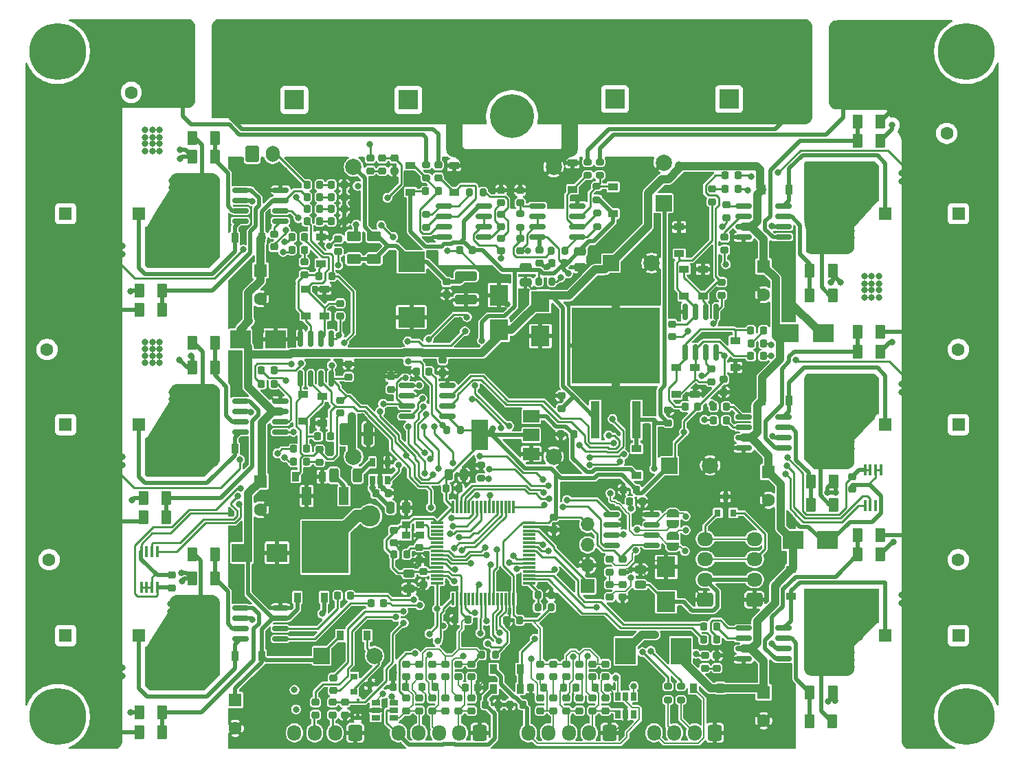
<source format=gbr>
%TF.GenerationSoftware,KiCad,Pcbnew,9.0.3*%
%TF.CreationDate,2025-08-09T21:22:20+02:00*%
%TF.ProjectId,Bobbycontroller,426f6262-7963-46f6-9e74-726f6c6c6572,rev?*%
%TF.SameCoordinates,Original*%
%TF.FileFunction,Copper,L1,Top*%
%TF.FilePolarity,Positive*%
%FSLAX46Y46*%
G04 Gerber Fmt 4.6, Leading zero omitted, Abs format (unit mm)*
G04 Created by KiCad (PCBNEW 9.0.3) date 2025-08-09 21:22:20*
%MOMM*%
%LPD*%
G01*
G04 APERTURE LIST*
G04 Aperture macros list*
%AMRoundRect*
0 Rectangle with rounded corners*
0 $1 Rounding radius*
0 $2 $3 $4 $5 $6 $7 $8 $9 X,Y pos of 4 corners*
0 Add a 4 corners polygon primitive as box body*
4,1,4,$2,$3,$4,$5,$6,$7,$8,$9,$2,$3,0*
0 Add four circle primitives for the rounded corners*
1,1,$1+$1,$2,$3*
1,1,$1+$1,$4,$5*
1,1,$1+$1,$6,$7*
1,1,$1+$1,$8,$9*
0 Add four rect primitives between the rounded corners*
20,1,$1+$1,$2,$3,$4,$5,0*
20,1,$1+$1,$4,$5,$6,$7,0*
20,1,$1+$1,$6,$7,$8,$9,0*
20,1,$1+$1,$8,$9,$2,$3,0*%
%AMFreePoly0*
4,1,23,0.500000,-0.750000,0.000000,-0.750000,0.000000,-0.745722,-0.065263,-0.745722,-0.191342,-0.711940,-0.304381,-0.646677,-0.396677,-0.554381,-0.461940,-0.441342,-0.495722,-0.315263,-0.495722,-0.250000,-0.500000,-0.250000,-0.500000,0.250000,-0.495722,0.250000,-0.495722,0.315263,-0.461940,0.441342,-0.396677,0.554381,-0.304381,0.646677,-0.191342,0.711940,-0.065263,0.745722,0.000000,0.745722,
0.000000,0.750000,0.500000,0.750000,0.500000,-0.750000,0.500000,-0.750000,$1*%
%AMFreePoly1*
4,1,23,0.000000,0.745722,0.065263,0.745722,0.191342,0.711940,0.304381,0.646677,0.396677,0.554381,0.461940,0.441342,0.495722,0.315263,0.495722,0.250000,0.500000,0.250000,0.500000,-0.250000,0.495722,-0.250000,0.495722,-0.315263,0.461940,-0.441342,0.396677,-0.554381,0.304381,-0.646677,0.191342,-0.711940,0.065263,-0.745722,0.000000,-0.745722,0.000000,-0.750000,-0.500000,-0.750000,
-0.500000,0.750000,0.000000,0.750000,0.000000,0.745722,0.000000,0.745722,$1*%
G04 Aperture macros list end*
%TA.AperFunction,EtchedComponent*%
%ADD10C,0.000000*%
%TD*%
%TA.AperFunction,ComponentPad*%
%ADD11R,1.600000X1.600000*%
%TD*%
%TA.AperFunction,ComponentPad*%
%ADD12C,1.600000*%
%TD*%
%TA.AperFunction,ComponentPad*%
%ADD13R,2.000000X2.000000*%
%TD*%
%TA.AperFunction,ComponentPad*%
%ADD14C,2.000000*%
%TD*%
%TA.AperFunction,ComponentPad*%
%ADD15R,2.400000X2.400000*%
%TD*%
%TA.AperFunction,ComponentPad*%
%ADD16C,2.400000*%
%TD*%
%TA.AperFunction,ComponentPad*%
%ADD17C,4.000000*%
%TD*%
%TA.AperFunction,SMDPad,CuDef*%
%ADD18RoundRect,0.250000X0.375000X0.625000X-0.375000X0.625000X-0.375000X-0.625000X0.375000X-0.625000X0*%
%TD*%
%TA.AperFunction,SMDPad,CuDef*%
%ADD19RoundRect,0.249999X0.425001X1.425001X-0.425001X1.425001X-0.425001X-1.425001X0.425001X-1.425001X0*%
%TD*%
%TA.AperFunction,SMDPad,CuDef*%
%ADD20RoundRect,0.249999X-0.425001X-1.425001X0.425001X-1.425001X0.425001X1.425001X-0.425001X1.425001X0*%
%TD*%
%TA.AperFunction,SMDPad,CuDef*%
%ADD21R,2.000000X1.500000*%
%TD*%
%TA.AperFunction,SMDPad,CuDef*%
%ADD22R,2.000000X3.800000*%
%TD*%
%TA.AperFunction,SMDPad,CuDef*%
%ADD23RoundRect,0.075000X-0.700000X-0.075000X0.700000X-0.075000X0.700000X0.075000X-0.700000X0.075000X0*%
%TD*%
%TA.AperFunction,SMDPad,CuDef*%
%ADD24RoundRect,0.075000X-0.075000X-0.700000X0.075000X-0.700000X0.075000X0.700000X-0.075000X0.700000X0*%
%TD*%
%TA.AperFunction,SMDPad,CuDef*%
%ADD25RoundRect,0.150000X-0.150000X0.825000X-0.150000X-0.825000X0.150000X-0.825000X0.150000X0.825000X0*%
%TD*%
%TA.AperFunction,SMDPad,CuDef*%
%ADD26RoundRect,0.150000X-0.825000X-0.150000X0.825000X-0.150000X0.825000X0.150000X-0.825000X0.150000X0*%
%TD*%
%TA.AperFunction,SMDPad,CuDef*%
%ADD27RoundRect,0.150000X0.825000X0.150000X-0.825000X0.150000X-0.825000X-0.150000X0.825000X-0.150000X0*%
%TD*%
%TA.AperFunction,SMDPad,CuDef*%
%ADD28R,3.300000X2.500000*%
%TD*%
%TA.AperFunction,SMDPad,CuDef*%
%ADD29R,2.300000X2.500000*%
%TD*%
%TA.AperFunction,SMDPad,CuDef*%
%ADD30RoundRect,0.218750X-0.218750X-0.256250X0.218750X-0.256250X0.218750X0.256250X-0.218750X0.256250X0*%
%TD*%
%TA.AperFunction,ComponentPad*%
%ADD31RoundRect,0.250000X0.600000X0.725000X-0.600000X0.725000X-0.600000X-0.725000X0.600000X-0.725000X0*%
%TD*%
%TA.AperFunction,ComponentPad*%
%ADD32O,1.700000X1.950000*%
%TD*%
%TA.AperFunction,SMDPad,CuDef*%
%ADD33RoundRect,0.218750X0.218750X0.256250X-0.218750X0.256250X-0.218750X-0.256250X0.218750X-0.256250X0*%
%TD*%
%TA.AperFunction,SMDPad,CuDef*%
%ADD34RoundRect,0.218750X0.256250X-0.218750X0.256250X0.218750X-0.256250X0.218750X-0.256250X-0.218750X0*%
%TD*%
%TA.AperFunction,SMDPad,CuDef*%
%ADD35RoundRect,0.218750X-0.256250X0.218750X-0.256250X-0.218750X0.256250X-0.218750X0.256250X0.218750X0*%
%TD*%
%TA.AperFunction,SMDPad,CuDef*%
%ADD36R,0.900000X1.200000*%
%TD*%
%TA.AperFunction,SMDPad,CuDef*%
%ADD37R,0.900000X0.800000*%
%TD*%
%TA.AperFunction,SMDPad,CuDef*%
%ADD38RoundRect,0.250000X-0.375000X-0.625000X0.375000X-0.625000X0.375000X0.625000X-0.375000X0.625000X0*%
%TD*%
%TA.AperFunction,SMDPad,CuDef*%
%ADD39R,1.200000X0.900000*%
%TD*%
%TA.AperFunction,SMDPad,CuDef*%
%ADD40RoundRect,0.243750X-0.243750X-0.456250X0.243750X-0.456250X0.243750X0.456250X-0.243750X0.456250X0*%
%TD*%
%TA.AperFunction,SMDPad,CuDef*%
%ADD41RoundRect,0.243750X-0.456250X0.243750X-0.456250X-0.243750X0.456250X-0.243750X0.456250X0.243750X0*%
%TD*%
%TA.AperFunction,SMDPad,CuDef*%
%ADD42RoundRect,0.243750X0.456250X-0.243750X0.456250X0.243750X-0.456250X0.243750X-0.456250X-0.243750X0*%
%TD*%
%TA.AperFunction,SMDPad,CuDef*%
%ADD43RoundRect,0.250000X0.625000X-0.375000X0.625000X0.375000X-0.625000X0.375000X-0.625000X-0.375000X0*%
%TD*%
%TA.AperFunction,ComponentPad*%
%ADD44R,1.700000X1.700000*%
%TD*%
%TA.AperFunction,ComponentPad*%
%ADD45O,1.700000X1.700000*%
%TD*%
%TA.AperFunction,SMDPad,CuDef*%
%ADD46FreePoly0,270.000000*%
%TD*%
%TA.AperFunction,SMDPad,CuDef*%
%ADD47FreePoly1,270.000000*%
%TD*%
%TA.AperFunction,SMDPad,CuDef*%
%ADD48C,2.000000*%
%TD*%
%TA.AperFunction,ComponentPad*%
%ADD49C,5.400000*%
%TD*%
%TA.AperFunction,ComponentPad*%
%ADD50C,0.900000*%
%TD*%
%TA.AperFunction,ComponentPad*%
%ADD51C,7.000000*%
%TD*%
%TA.AperFunction,SMDPad,CuDef*%
%ADD52R,1.100000X4.600000*%
%TD*%
%TA.AperFunction,SMDPad,CuDef*%
%ADD53R,10.800000X9.400000*%
%TD*%
%TA.AperFunction,SMDPad,CuDef*%
%ADD54R,0.650000X1.060000*%
%TD*%
%TA.AperFunction,SMDPad,CuDef*%
%ADD55R,1.060000X0.650000*%
%TD*%
%TA.AperFunction,SMDPad,CuDef*%
%ADD56R,2.500000X2.300000*%
%TD*%
%TA.AperFunction,SMDPad,CuDef*%
%ADD57R,1.000000X0.900000*%
%TD*%
%TA.AperFunction,SMDPad,CuDef*%
%ADD58RoundRect,0.250000X-0.625000X0.375000X-0.625000X-0.375000X0.625000X-0.375000X0.625000X0.375000X0*%
%TD*%
%TA.AperFunction,SMDPad,CuDef*%
%ADD59RoundRect,0.225000X-0.250000X0.225000X-0.250000X-0.225000X0.250000X-0.225000X0.250000X0.225000X0*%
%TD*%
%TA.AperFunction,SMDPad,CuDef*%
%ADD60RoundRect,0.249999X-1.100001X0.325001X-1.100001X-0.325001X1.100001X-0.325001X1.100001X0.325001X0*%
%TD*%
%TA.AperFunction,SMDPad,CuDef*%
%ADD61RoundRect,0.249999X-0.325001X-1.100001X0.325001X-1.100001X0.325001X1.100001X-0.325001X1.100001X0*%
%TD*%
%TA.AperFunction,SMDPad,CuDef*%
%ADD62RoundRect,0.225000X-0.225000X-0.250000X0.225000X-0.250000X0.225000X0.250000X-0.225000X0.250000X0*%
%TD*%
%TA.AperFunction,SMDPad,CuDef*%
%ADD63RoundRect,0.250000X-0.250000X-0.475000X0.250000X-0.475000X0.250000X0.475000X-0.250000X0.475000X0*%
%TD*%
%TA.AperFunction,ComponentPad*%
%ADD64C,2.600000*%
%TD*%
%TA.AperFunction,SMDPad,CuDef*%
%ADD65RoundRect,0.200000X-0.200000X-0.275000X0.200000X-0.275000X0.200000X0.275000X-0.200000X0.275000X0*%
%TD*%
%TA.AperFunction,SMDPad,CuDef*%
%ADD66RoundRect,0.249997X-0.312503X-0.625003X0.312503X-0.625003X0.312503X0.625003X-0.312503X0.625003X0*%
%TD*%
%TA.AperFunction,SMDPad,CuDef*%
%ADD67R,0.800000X0.900000*%
%TD*%
%TA.AperFunction,SMDPad,CuDef*%
%ADD68R,1.200000X2.200000*%
%TD*%
%TA.AperFunction,SMDPad,CuDef*%
%ADD69R,5.800000X6.400000*%
%TD*%
%TA.AperFunction,SMDPad,CuDef*%
%ADD70R,0.450000X0.600000*%
%TD*%
%TA.AperFunction,ComponentPad*%
%ADD71RoundRect,0.250000X-0.600000X-0.750000X0.600000X-0.750000X0.600000X0.750000X-0.600000X0.750000X0*%
%TD*%
%TA.AperFunction,ComponentPad*%
%ADD72O,1.700000X2.000000*%
%TD*%
%TA.AperFunction,SMDPad,CuDef*%
%ADD73RoundRect,0.225000X0.225000X0.250000X-0.225000X0.250000X-0.225000X-0.250000X0.225000X-0.250000X0*%
%TD*%
%TA.AperFunction,SMDPad,CuDef*%
%ADD74RoundRect,0.250000X-0.475000X0.250000X-0.475000X-0.250000X0.475000X-0.250000X0.475000X0.250000X0*%
%TD*%
%TA.AperFunction,SMDPad,CuDef*%
%ADD75RoundRect,0.200000X0.275000X-0.200000X0.275000X0.200000X-0.275000X0.200000X-0.275000X-0.200000X0*%
%TD*%
%TA.AperFunction,SMDPad,CuDef*%
%ADD76RoundRect,0.200000X-0.275000X0.200000X-0.275000X-0.200000X0.275000X-0.200000X0.275000X0.200000X0*%
%TD*%
%TA.AperFunction,SMDPad,CuDef*%
%ADD77R,0.450000X1.450000*%
%TD*%
%TA.AperFunction,ComponentPad*%
%ADD78RoundRect,0.250000X0.725000X-0.600000X0.725000X0.600000X-0.725000X0.600000X-0.725000X-0.600000X0*%
%TD*%
%TA.AperFunction,ComponentPad*%
%ADD79O,1.950000X1.700000*%
%TD*%
%TA.AperFunction,SMDPad,CuDef*%
%ADD80RoundRect,0.225000X0.250000X-0.225000X0.250000X0.225000X-0.250000X0.225000X-0.250000X-0.225000X0*%
%TD*%
%TA.AperFunction,SMDPad,CuDef*%
%ADD81RoundRect,0.200000X0.200000X0.275000X-0.200000X0.275000X-0.200000X-0.275000X0.200000X-0.275000X0*%
%TD*%
%TA.AperFunction,SMDPad,CuDef*%
%ADD82R,2.500000X3.300000*%
%TD*%
%TA.AperFunction,ViaPad*%
%ADD83C,0.800000*%
%TD*%
%TA.AperFunction,Conductor*%
%ADD84C,0.250000*%
%TD*%
%TA.AperFunction,Conductor*%
%ADD85C,0.200000*%
%TD*%
%TA.AperFunction,Conductor*%
%ADD86C,1.000000*%
%TD*%
%TA.AperFunction,Conductor*%
%ADD87C,0.500000*%
%TD*%
%TA.AperFunction,Conductor*%
%ADD88C,1.500000*%
%TD*%
%TA.AperFunction,Conductor*%
%ADD89C,0.300000*%
%TD*%
G04 APERTURE END LIST*
D10*
%TA.AperFunction,EtchedComponent*%
%TO.C,NT2*%
G36*
X63865000Y-26003000D02*
G01*
X61865000Y-26003000D01*
X61865000Y-22003000D01*
X63865000Y-22003000D01*
X63865000Y-26003000D01*
G37*
%TD.AperFunction*%
%TA.AperFunction,EtchedComponent*%
%TO.C,NT1*%
G36*
X78135000Y-26003000D02*
G01*
X76135000Y-26003000D01*
X76135000Y-22003000D01*
X78135000Y-22003000D01*
X78135000Y-26003000D01*
G37*
%TD.AperFunction*%
%TD*%
D11*
%TO.P,C42,1*%
%TO.N,+VSW*%
X101000000Y-93000000D03*
D12*
%TO.P,C42,2*%
%TO.N,GND*%
X101000000Y-96500000D03*
%TD*%
D11*
%TO.P,C43,1*%
%TO.N,Net-(D20-K)*%
X116000000Y-60000000D03*
D12*
%TO.P,C43,2*%
%TO.N,L_MTR_PHB*%
X112500000Y-60000000D03*
%TD*%
D11*
%TO.P,C46,1*%
%TO.N,+VSW*%
X39000000Y-67000000D03*
D12*
%TO.P,C46,2*%
%TO.N,GND*%
X39000000Y-70500000D03*
%TD*%
D11*
%TO.P,C47,1*%
%TO.N,Net-(D21-K)*%
X116000000Y-34000000D03*
D12*
%TO.P,C47,2*%
%TO.N,L_MTR_PHC*%
X112500000Y-34000000D03*
%TD*%
D11*
%TO.P,C62,1*%
%TO.N,+VSW*%
X39000000Y-41000000D03*
D12*
%TO.P,C62,2*%
%TO.N,GND*%
X39000000Y-44500000D03*
%TD*%
D11*
%TO.P,C63,1*%
%TO.N,Net-(D32-K)*%
X24000000Y-86000000D03*
D12*
%TO.P,C63,2*%
%TO.N,/R_MTR_PHA*%
X27500000Y-86000000D03*
%TD*%
D11*
%TO.P,C66,1*%
%TO.N,+VSW*%
X101590000Y-65840000D03*
D12*
%TO.P,C66,2*%
%TO.N,GND*%
X101590000Y-69340000D03*
%TD*%
D11*
%TO.P,C67,1*%
%TO.N,Net-(D33-K)*%
X24000000Y-60000000D03*
D12*
%TO.P,C67,2*%
%TO.N,R_MTR_PHB*%
X27500000Y-60000000D03*
%TD*%
D11*
%TO.P,C71,1*%
%TO.N,Net-(D34-K)*%
X24000000Y-34000000D03*
D12*
%TO.P,C71,2*%
%TO.N,R_MTR_PHC*%
X27500000Y-34000000D03*
%TD*%
D13*
%TO.P,C85,1*%
%TO.N,+3V3*%
X89400000Y-65050000D03*
D14*
%TO.P,C85,2*%
%TO.N,GND*%
X94400000Y-65050000D03*
%TD*%
D15*
%TO.P,C3,1*%
%TO.N,+BATT*%
X82690000Y-19887918D03*
D16*
%TO.P,C3,2*%
%TO.N,-BATT*%
X82690000Y-14887918D03*
%TD*%
D15*
%TO.P,C6,1*%
%TO.N,+BATT*%
X96740000Y-19887918D03*
D16*
%TO.P,C6,2*%
%TO.N,-BATT*%
X96740000Y-14887918D03*
%TD*%
D15*
%TO.P,C14,1*%
%TO.N,+BATT*%
X57240000Y-19987918D03*
D16*
%TO.P,C14,2*%
%TO.N,-BATT*%
X57240000Y-14987918D03*
%TD*%
D11*
%TO.P,C41,1*%
%TO.N,+BATT*%
X125000000Y-60000000D03*
D12*
%TO.P,C41,2*%
%TO.N,L_MTR_SHUNT*%
X121500000Y-60000000D03*
%TD*%
D11*
%TO.P,C45,1*%
%TO.N,+BATT*%
X125000000Y-86000000D03*
D12*
%TO.P,C45,2*%
%TO.N,L_MTR_SHUNT*%
X121500000Y-86000000D03*
%TD*%
D11*
%TO.P,C49,1*%
%TO.N,+BATT*%
X125000000Y-34000000D03*
D12*
%TO.P,C49,2*%
%TO.N,L_MTR_SHUNT*%
X121500000Y-34000000D03*
%TD*%
D11*
%TO.P,C65,1*%
%TO.N,+BATT*%
X15000000Y-34000000D03*
D12*
%TO.P,C65,2*%
%TO.N,R_MTR_SHUNT*%
X18500000Y-34000000D03*
%TD*%
D11*
%TO.P,C69,1*%
%TO.N,+BATT*%
X15000000Y-86000000D03*
D12*
%TO.P,C69,2*%
%TO.N,R_MTR_SHUNT*%
X18500000Y-86000000D03*
%TD*%
D11*
%TO.P,C73,1*%
%TO.N,+BATT*%
X15000000Y-60000000D03*
D12*
%TO.P,C73,2*%
%TO.N,R_MTR_SHUNT*%
X18500000Y-60000000D03*
%TD*%
D13*
%TO.P,C83,1*%
%TO.N,+VSW*%
X82200000Y-40100000D03*
D14*
%TO.P,C83,2*%
%TO.N,GND*%
X87200000Y-40100000D03*
%TD*%
D17*
%TO.P,J4,1,Pin_1*%
%TO.N,/R_MTR_PHA*%
X32000000Y-85000000D03*
%TD*%
%TO.P,J5,1,Pin_1*%
%TO.N,R_MTR_PHB*%
X32000000Y-59000000D03*
%TD*%
D13*
%TO.P,LS1,1,1*%
%TO.N,+VSW*%
X46550000Y-88500000D03*
D14*
%TO.P,LS1,2,2*%
%TO.N,Net-(D26-A)*%
X53050000Y-88500000D03*
%TD*%
D18*
%TO.P,R47,1*%
%TO.N,Net-(V2-G)*%
X115400000Y-76000000D03*
%TO.P,R47,2*%
%TO.N,Net-(U6-LO)*%
X112600000Y-76000000D03*
%TD*%
%TO.P,R46,1*%
%TO.N,Net-(V1-G)*%
X109500000Y-93000000D03*
%TO.P,R46,2*%
%TO.N,Net-(U6-HO)*%
X106700000Y-93000000D03*
%TD*%
%TO.P,R52,1*%
%TO.N,Net-(V3-G)*%
X109604000Y-67000000D03*
%TO.P,R52,2*%
%TO.N,Net-(U7-HO)*%
X106804000Y-67000000D03*
%TD*%
%TO.P,R53,1*%
%TO.N,Net-(V4-G)*%
X115400000Y-51000000D03*
%TO.P,R53,2*%
%TO.N,Net-(U7-LO)*%
X112600000Y-51000000D03*
%TD*%
%TO.P,R58,1*%
%TO.N,Net-(V5-G)*%
X109500000Y-41000000D03*
%TO.P,R58,2*%
%TO.N,Net-(U8-HO)*%
X106700000Y-41000000D03*
%TD*%
D19*
%TO.P,R3,1*%
%TO.N,L_MTR_SHUNT*%
X110830000Y-18890000D03*
%TO.P,R3,2*%
%TO.N,-BATT*%
X105030000Y-18890000D03*
%TD*%
D20*
%TO.P,R4,1*%
%TO.N,R_MTR_SHUNT*%
X29480000Y-19000000D03*
%TO.P,R4,2*%
%TO.N,-BATT*%
X35280000Y-19000000D03*
%TD*%
D19*
%TO.P,R1,1*%
%TO.N,L_MTR_SHUNT*%
X110830000Y-14000000D03*
%TO.P,R1,2*%
%TO.N,-BATT*%
X105030000Y-14000000D03*
%TD*%
D20*
%TO.P,R2,1*%
%TO.N,R_MTR_SHUNT*%
X29480000Y-14110000D03*
%TO.P,R2,2*%
%TO.N,-BATT*%
X35280000Y-14110000D03*
%TD*%
D21*
%TO.P,U17,1,GND*%
%TO.N,GND*%
X72350000Y-63600000D03*
%TO.P,U17,2,VO*%
%TO.N,+3V3*%
X72350000Y-61300000D03*
D22*
X66050000Y-61300000D03*
D21*
%TO.P,U17,3,VI*%
%TO.N,Net-(D40-K)*%
X72350000Y-59000000D03*
%TD*%
D23*
%TO.P,U10,1,VBAT*%
%TO.N,+3V3*%
X60775000Y-72080000D03*
%TO.P,U10,2,PC13*%
%TO.N,unconnected-(U10-PC13-Pad2)*%
X60775000Y-72580000D03*
%TO.P,U10,3,PC14*%
%TO.N,unconnected-(U10-PC14-Pad3)*%
X60775000Y-73080000D03*
%TO.P,U10,4,PC15*%
%TO.N,unconnected-(U10-PC15-Pad4)*%
X60775000Y-73580000D03*
%TO.P,U10,5,PD0*%
%TO.N,Net-(U10-PD0)*%
X60775000Y-74080000D03*
%TO.P,U10,6,PD1*%
%TO.N,unconnected-(U10-PD1-Pad6)*%
X60775000Y-74580000D03*
%TO.P,U10,7,NRST*%
%TO.N,Net-(U10-NRST)*%
X60775000Y-75080000D03*
%TO.P,U10,8,PC0*%
%TO.N,/CURRENT_SENSE/R_MTR_CURR*%
X60775000Y-75580000D03*
%TO.P,U10,9,PC1*%
%TO.N,/CURRENT_SENSE/L_MTR_CURR*%
X60775000Y-76080000D03*
%TO.P,U10,10,PC2*%
%TO.N,/MCU/V_BATT_MEAS*%
X60775000Y-76580000D03*
%TO.P,U10,11,PC3*%
%TO.N,/MCU/R_MTR_PHB_SENSE*%
X60775000Y-77080000D03*
%TO.P,U10,12,VSSA*%
%TO.N,GND*%
X60775000Y-77580000D03*
%TO.P,U10,13,VDDA*%
%TO.N,+3V3*%
X60775000Y-78080000D03*
%TO.P,U10,14,PA0*%
%TO.N,/MCU/R_MTR_PHA_SENSE*%
X60775000Y-78580000D03*
%TO.P,U10,15,PA1*%
%TO.N,/MCU/AIN_V_BATT*%
X60775000Y-79080000D03*
%TO.P,U10,16,PA2*%
%TO.N,U1_TX*%
X60775000Y-79580000D03*
D24*
%TO.P,U10,17,PA3*%
%TO.N,U1_RX*%
X62700000Y-81505000D03*
%TO.P,U10,18,VSS*%
%TO.N,GND*%
X63200000Y-81505000D03*
%TO.P,U10,19,VDD*%
%TO.N,+3V3*%
X63700000Y-81505000D03*
%TO.P,U10,20,PA4*%
%TO.N,Net-(U10-PA4)*%
X64200000Y-81505000D03*
%TO.P,U10,21,PA5*%
%TO.N,/MCU/SUPPLY_EN_MCU*%
X64700000Y-81505000D03*
%TO.P,U10,22,PA6*%
%TO.N,/MCU/R_MTR_OVERCUR*%
X65200000Y-81505000D03*
%TO.P,U10,23,PA7*%
%TO.N,/MCU/R_MTR_PHA_LO*%
X65700000Y-81505000D03*
%TO.P,U10,24,PC4*%
%TO.N,/L_MTR_PH_SENSE/PH_AMP_B_OUT*%
X66200000Y-81505000D03*
%TO.P,U10,25,PC5*%
%TO.N,/L_MTR_PH_SENSE/PH_AMP_A_OUT*%
X66700000Y-81505000D03*
%TO.P,U10,26,PB0*%
%TO.N,/MCU/R_MTR_PHB_LO*%
X67200000Y-81505000D03*
%TO.P,U10,27,PB1*%
%TO.N,/MCU/R_MTR_PHC_LO*%
X67700000Y-81505000D03*
%TO.P,U10,28,PB2*%
%TO.N,Net-(U10-PB2)*%
X68200000Y-81505000D03*
%TO.P,U10,29,PB10*%
%TO.N,/CONNECTORS/UART_R_TX*%
X68700000Y-81505000D03*
%TO.P,U10,30,PB11*%
%TO.N,/CONNECTORS/UART_R_RX*%
X69200000Y-81505000D03*
%TO.P,U10,31,VSS*%
%TO.N,GND*%
X69700000Y-81505000D03*
%TO.P,U10,32,VDD*%
%TO.N,+3V3*%
X70200000Y-81505000D03*
D23*
%TO.P,U10,33,PB12*%
%TO.N,Net-(U10-PB12)*%
X72125000Y-79580000D03*
%TO.P,U10,34,PB13*%
%TO.N,/L_MTR_PHA/H_BRIDGE_LO*%
X72125000Y-79080000D03*
%TO.P,U10,35,PB14*%
%TO.N,/L_MTR_PHB/H_BRIDGE_LO*%
X72125000Y-78580000D03*
%TO.P,U10,36,PB15*%
%TO.N,/L_MTR_PHC/H_BRIDGE_LO*%
X72125000Y-78080000D03*
%TO.P,U10,37,PC6*%
%TO.N,/MCU/R_MTR_PHA_HI*%
X72125000Y-77580000D03*
%TO.P,U10,38,PC7*%
%TO.N,/MCU/R_MTR_PHB_HI*%
X72125000Y-77080000D03*
%TO.P,U10,39,PC8*%
%TO.N,/MCU/R_MTR_PHC_HI*%
X72125000Y-76580000D03*
%TO.P,U10,40,PC9*%
%TO.N,unconnected-(U10-PC9-Pad40)*%
X72125000Y-76080000D03*
%TO.P,U10,41,PA8*%
%TO.N,/L_MTR_PHA/H_BRIDGE_HI*%
X72125000Y-75580000D03*
%TO.P,U10,42,PA9*%
%TO.N,/L_MTR_PHB/H_BRIDGE_HI*%
X72125000Y-75080000D03*
%TO.P,U10,43,PA10*%
%TO.N,/L_MTR_PHC/H_BRIDGE_HI*%
X72125000Y-74580000D03*
%TO.P,U10,44,PA11*%
%TO.N,/MCU/L_MTR_OVERCUR*%
X72125000Y-74080000D03*
%TO.P,U10,45,PA12*%
%TO.N,unconnected-(U10-PA12-Pad45)*%
X72125000Y-73580000D03*
%TO.P,U10,46,PA13*%
%TO.N,/CONNECTORS/MCU_SWDIO*%
X72125000Y-73080000D03*
%TO.P,U10,47,VSS*%
%TO.N,GND*%
X72125000Y-72580000D03*
%TO.P,U10,48,VDD*%
%TO.N,+3V3*%
X72125000Y-72080000D03*
D24*
%TO.P,U10,49,PA14*%
%TO.N,/CONNECTORS/MCU_SWCLK*%
X70200000Y-70155000D03*
%TO.P,U10,50,PA15*%
%TO.N,unconnected-(U10-PA15-Pad50)*%
X69700000Y-70155000D03*
%TO.P,U10,51,PC10*%
%TO.N,/CONNECTORS/R_MTR_HALL_PHC*%
X69200000Y-70155000D03*
%TO.P,U10,52,PC11*%
%TO.N,/CONNECTORS/R_MTR_HALL_PHB*%
X68700000Y-70155000D03*
%TO.P,U10,53,PC12*%
%TO.N,/CONNECTORS/R_MTR_HALL_PHA*%
X68200000Y-70155000D03*
%TO.P,U10,54,PD2*%
%TO.N,unconnected-(U10-PD2-Pad54)*%
X67700000Y-70155000D03*
%TO.P,U10,55,PB3*%
%TO.N,Net-(U10-PB3)*%
X67200000Y-70155000D03*
%TO.P,U10,56,PB4*%
%TO.N,unconnected-(U10-PB4-Pad56)*%
X66700000Y-70155000D03*
%TO.P,U10,57,PB5*%
%TO.N,/CONNECTORS/L_MTR_HALL_PHA*%
X66200000Y-70155000D03*
%TO.P,U10,58,PB6*%
%TO.N,/CONNECTORS/L_MTR_HALL_PHB*%
X65700000Y-70155000D03*
%TO.P,U10,59,PB7*%
%TO.N,/CONNECTORS/L_MTR_HALL_PHC*%
X65200000Y-70155000D03*
%TO.P,U10,60,BOOT0*%
%TO.N,Net-(U10-BOOT0)*%
X64700000Y-70155000D03*
%TO.P,U10,61,PB8*%
%TO.N,/CAN/CAN_RX*%
X64200000Y-70155000D03*
%TO.P,U10,62,PB9*%
%TO.N,/CAN/CAN_TX*%
X63700000Y-70155000D03*
%TO.P,U10,63,VSS*%
%TO.N,GND*%
X63200000Y-70155000D03*
%TO.P,U10,64,VDD*%
%TO.N,+3V3*%
X62700000Y-70155000D03*
%TD*%
D25*
%TO.P,U15,1*%
%TO.N,/MCU/R_MTR_PHA_SENSE*%
X47755000Y-49375000D03*
%TO.P,U15,2,-*%
%TO.N,Net-(D35-K)*%
X46485000Y-49375000D03*
%TO.P,U15,3,+*%
%TO.N,Net-(D35-A)*%
X45215000Y-49375000D03*
%TO.P,U15,4,V-*%
%TO.N,GND*%
X43945000Y-49375000D03*
%TO.P,U15,5,+*%
%TO.N,Net-(D37-A)*%
X43945000Y-54325000D03*
%TO.P,U15,6,-*%
%TO.N,Net-(D37-K)*%
X45215000Y-54325000D03*
%TO.P,U15,7*%
%TO.N,/MCU/R_MTR_PHB_SENSE*%
X46485000Y-54325000D03*
%TO.P,U15,8,V+*%
%TO.N,+3V3*%
X47755000Y-54325000D03*
%TD*%
%TO.P,U9,1*%
%TO.N,/L_MTR_PH_SENSE/PH_AMP_A_OUT*%
X95155000Y-46125000D03*
%TO.P,U9,2,-*%
%TO.N,Net-(D22-K)*%
X93885000Y-46125000D03*
%TO.P,U9,3,+*%
%TO.N,Net-(D22-A)*%
X92615000Y-46125000D03*
%TO.P,U9,4,V-*%
%TO.N,GND*%
X91345000Y-46125000D03*
%TO.P,U9,5,+*%
%TO.N,Net-(D24-A)*%
X91345000Y-51075000D03*
%TO.P,U9,6,-*%
%TO.N,Net-(D24-K)*%
X92615000Y-51075000D03*
%TO.P,U9,7*%
%TO.N,/L_MTR_PH_SENSE/PH_AMP_B_OUT*%
X93885000Y-51075000D03*
%TO.P,U9,8,V+*%
%TO.N,+3V3*%
X95155000Y-51075000D03*
%TD*%
D26*
%TO.P,U6,1,LIN*%
%TO.N,Net-(U6-LIN)*%
X98525000Y-85095000D03*
%TO.P,U6,2,HIN*%
%TO.N,Net-(U6-HIN)*%
X98525000Y-86365000D03*
%TO.P,U6,3,VCC*%
%TO.N,+VSW*%
X98525000Y-87635000D03*
%TO.P,U6,4,COM*%
%TO.N,GND*%
X98525000Y-88905000D03*
%TO.P,U6,5,LO*%
%TO.N,Net-(U6-LO)*%
X103475000Y-88905000D03*
%TO.P,U6,6,VS*%
%TO.N,/L_MTR_PHA*%
X103475000Y-87635000D03*
%TO.P,U6,7,HO*%
%TO.N,Net-(U6-HO)*%
X103475000Y-86365000D03*
%TO.P,U6,8,VB*%
%TO.N,Net-(D19-K)*%
X103475000Y-85095000D03*
%TD*%
%TO.P,U7,1,LIN*%
%TO.N,Net-(U7-LIN)*%
X98525000Y-59095000D03*
%TO.P,U7,2,HIN*%
%TO.N,Net-(U7-HIN)*%
X98525000Y-60365000D03*
%TO.P,U7,3,VCC*%
%TO.N,+VSW*%
X98525000Y-61635000D03*
%TO.P,U7,4,COM*%
%TO.N,GND*%
X98525000Y-62905000D03*
%TO.P,U7,5,LO*%
%TO.N,Net-(U7-LO)*%
X103475000Y-62905000D03*
%TO.P,U7,6,VS*%
%TO.N,L_MTR_PHB*%
X103475000Y-61635000D03*
%TO.P,U7,7,HO*%
%TO.N,Net-(U7-HO)*%
X103475000Y-60365000D03*
%TO.P,U7,8,VB*%
%TO.N,Net-(D20-K)*%
X103475000Y-59095000D03*
%TD*%
%TO.P,U8,1,LIN*%
%TO.N,Net-(U8-LIN)*%
X98525000Y-33095000D03*
%TO.P,U8,2,HIN*%
%TO.N,Net-(U8-HIN)*%
X98525000Y-34365000D03*
%TO.P,U8,3,VCC*%
%TO.N,+VSW*%
X98525000Y-35635000D03*
%TO.P,U8,4,COM*%
%TO.N,GND*%
X98525000Y-36905000D03*
%TO.P,U8,5,LO*%
%TO.N,Net-(U8-LO)*%
X103475000Y-36905000D03*
%TO.P,U8,6,VS*%
%TO.N,L_MTR_PHC*%
X103475000Y-35635000D03*
%TO.P,U8,7,HO*%
%TO.N,Net-(U8-HO)*%
X103475000Y-34365000D03*
%TO.P,U8,8,VB*%
%TO.N,Net-(D21-K)*%
X103475000Y-33095000D03*
%TD*%
D27*
%TO.P,U12,1,LIN*%
%TO.N,Net-(U12-LIN)*%
X41475000Y-86405000D03*
%TO.P,U12,2,HIN*%
%TO.N,Net-(U12-HIN)*%
X41475000Y-85135000D03*
%TO.P,U12,3,VCC*%
%TO.N,+VSW*%
X41475000Y-83865000D03*
%TO.P,U12,4,COM*%
%TO.N,GND*%
X41475000Y-82595000D03*
%TO.P,U12,5,LO*%
%TO.N,Net-(U12-LO)*%
X36525000Y-82595000D03*
%TO.P,U12,6,VS*%
%TO.N,/R_MTR_PHA*%
X36525000Y-83865000D03*
%TO.P,U12,7,HO*%
%TO.N,Net-(U12-HO)*%
X36525000Y-85135000D03*
%TO.P,U12,8,VB*%
%TO.N,Net-(D32-K)*%
X36525000Y-86405000D03*
%TD*%
%TO.P,U14,1,LIN*%
%TO.N,Net-(U14-LIN)*%
X41475000Y-34905000D03*
%TO.P,U14,2,HIN*%
%TO.N,Net-(U14-HIN)*%
X41475000Y-33635000D03*
%TO.P,U14,3,VCC*%
%TO.N,+VSW*%
X41475000Y-32365000D03*
%TO.P,U14,4,COM*%
%TO.N,GND*%
X41475000Y-31095000D03*
%TO.P,U14,5,LO*%
%TO.N,Net-(U14-LO)*%
X36525000Y-31095000D03*
%TO.P,U14,6,VS*%
%TO.N,R_MTR_PHC*%
X36525000Y-32365000D03*
%TO.P,U14,7,HO*%
%TO.N,Net-(U14-HO)*%
X36525000Y-33635000D03*
%TO.P,U14,8,VB*%
%TO.N,Net-(D34-K)*%
X36525000Y-34905000D03*
%TD*%
D26*
%TO.P,U5,1*%
%TO.N,Net-(R37-Pad2)*%
X61575000Y-33045000D03*
%TO.P,U5,2,-*%
%TO.N,Net-(D18-K)*%
X61575000Y-34315000D03*
%TO.P,U5,3,+*%
%TO.N,Net-(D16-A)*%
X61575000Y-35585000D03*
%TO.P,U5,4,V-*%
%TO.N,GND*%
X61575000Y-36855000D03*
%TO.P,U5,5,+*%
%TO.N,Net-(U5B-+)*%
X66525000Y-36855000D03*
%TO.P,U5,6,-*%
%TO.N,/CURRENT_SENSE/R_MTR_CURR*%
X66525000Y-35585000D03*
%TO.P,U5,7*%
X66525000Y-34315000D03*
%TO.P,U5,8,V+*%
%TO.N,+3V3*%
X66525000Y-33045000D03*
%TD*%
D17*
%TO.P,J6,1,Pin_1*%
%TO.N,R_MTR_PHC*%
X32000000Y-33000000D03*
%TD*%
%TO.P,J3,1,Pin_1*%
%TO.N,L_MTR_PHC*%
X108000000Y-35000000D03*
%TD*%
%TO.P,J2,1,Pin_1*%
%TO.N,L_MTR_PHB*%
X108000000Y-61000000D03*
%TD*%
%TO.P,J1,1,Pin_1*%
%TO.N,/L_MTR_PHA*%
X108000000Y-87000000D03*
%TD*%
D11*
%TO.P,C39,1*%
%TO.N,Net-(D19-K)*%
X116000000Y-86000000D03*
D12*
%TO.P,C39,2*%
%TO.N,/L_MTR_PHA*%
X112500000Y-86000000D03*
%TD*%
D18*
%TO.P,R59,1*%
%TO.N,Net-(V6-G)*%
X115400000Y-25000000D03*
%TO.P,R59,2*%
%TO.N,Net-(U8-LO)*%
X112600000Y-25000000D03*
%TD*%
D28*
%TO.P,D39,1,K*%
%TO.N,Net-(D39-K)*%
X57600000Y-39950000D03*
%TO.P,D39,2,A*%
%TO.N,GND*%
X57600000Y-46750000D03*
%TD*%
D29*
%TO.P,D41,1,K*%
%TO.N,+VSW*%
X73500000Y-44800000D03*
%TO.P,D41,2,A*%
%TO.N,GND*%
X73500000Y-49100000D03*
%TD*%
D30*
%TO.P,R70,1*%
%TO.N,+3V3*%
X55462500Y-76000000D03*
%TO.P,R70,2*%
%TO.N,Net-(U10-NRST)*%
X57037500Y-76000000D03*
%TD*%
D11*
%TO.P,C70,1*%
%TO.N,+VSW*%
X35900000Y-93950000D03*
D12*
%TO.P,C70,2*%
%TO.N,GND*%
X35900000Y-97450000D03*
%TD*%
D31*
%TO.P,HALL_L1,1,Pin_1*%
%TO.N,GND*%
X82000000Y-98000000D03*
D32*
%TO.P,HALL_L1,2,Pin_2*%
%TO.N,/CONNECTORS/Hall_L_1*%
X79500000Y-98000000D03*
%TO.P,HALL_L1,3,Pin_3*%
%TO.N,/CONNECTORS/Hall_L_2*%
X77000000Y-98000000D03*
%TO.P,HALL_L1,4,Pin_4*%
%TO.N,/CONNECTORS/Hall_L_3*%
X74500000Y-98000000D03*
%TO.P,HALL_L1,5,Pin_5*%
%TO.N,/CONNECTORS/Hall_L_VCC*%
X72000000Y-98000000D03*
%TD*%
D31*
%TO.P,J14,1,Pin_1*%
%TO.N,GND*%
X50700000Y-98000000D03*
D32*
%TO.P,J14,2,Pin_2*%
%TO.N,Net-(J14-Pin_2)*%
X48200000Y-98000000D03*
%TO.P,J14,3,Pin_3*%
%TO.N,Net-(J14-Pin_3)*%
X45700000Y-98000000D03*
%TO.P,J14,4,Pin_4*%
%TO.N,Net-(D4-K)*%
X43200000Y-98000000D03*
%TD*%
D33*
%TO.P,C23,1*%
%TO.N,/CONNECTORS/Hall_L_VCC*%
X71337500Y-94500000D03*
%TO.P,C23,2*%
%TO.N,GND*%
X69762500Y-94500000D03*
%TD*%
D34*
%TO.P,C79,1*%
%TO.N,+5V*%
X89250000Y-59787500D03*
%TO.P,C79,2*%
%TO.N,GND*%
X89250000Y-58212500D03*
%TD*%
D35*
%TO.P,C50,1*%
%TO.N,+3V3*%
X96100000Y-54412500D03*
%TO.P,C50,2*%
%TO.N,GND*%
X96100000Y-55987500D03*
%TD*%
D34*
%TO.P,C74,1*%
%TO.N,+3V3*%
X49850000Y-54137500D03*
%TO.P,C74,2*%
%TO.N,GND*%
X49850000Y-52562500D03*
%TD*%
%TO.P,C33,1*%
%TO.N,Net-(U5B-+)*%
X68650000Y-32687500D03*
%TO.P,C33,2*%
%TO.N,GND*%
X68650000Y-31112500D03*
%TD*%
D35*
%TO.P,D27,1,K*%
%TO.N,GND*%
X95250000Y-88462500D03*
%TO.P,D27,2,A*%
%TO.N,Net-(D27-A)*%
X95250000Y-90037500D03*
%TD*%
D36*
%TO.P,D20,1,K*%
%TO.N,Net-(D20-K)*%
X104150000Y-57000000D03*
%TO.P,D20,2,A*%
%TO.N,+VSW*%
X100850000Y-57000000D03*
%TD*%
%TO.P,D21,1,K*%
%TO.N,Net-(D21-K)*%
X104150000Y-31000000D03*
%TO.P,D21,2,A*%
%TO.N,+VSW*%
X100850000Y-31000000D03*
%TD*%
%TO.P,D32,1,K*%
%TO.N,Net-(D32-K)*%
X35850000Y-88500000D03*
%TO.P,D32,2,A*%
%TO.N,+VSW*%
X39150000Y-88500000D03*
%TD*%
%TO.P,D33,1,K*%
%TO.N,Net-(D33-K)*%
X35850000Y-63000000D03*
%TO.P,D33,2,A*%
%TO.N,+VSW*%
X39150000Y-63000000D03*
%TD*%
%TO.P,D34,1,K*%
%TO.N,Net-(D34-K)*%
X35850000Y-37000000D03*
%TO.P,D34,2,A*%
%TO.N,+VSW*%
X39150000Y-37000000D03*
%TD*%
%TO.P,D2,1,K*%
%TO.N,/CONNECTORS/Hall_L_VCC*%
X67750000Y-90150000D03*
%TO.P,D2,2,A*%
%TO.N,+5V*%
X71050000Y-90150000D03*
%TD*%
%TO.P,D26,1,K*%
%TO.N,+VSW*%
X48850000Y-86000000D03*
%TO.P,D26,2,A*%
%TO.N,Net-(D26-A)*%
X52150000Y-86000000D03*
%TD*%
D37*
%TO.P,Q1,1,B*%
%TO.N,Net-(Q1-B)*%
X50500000Y-91050000D03*
%TO.P,Q1,2,C*%
%TO.N,Net-(D26-A)*%
X50500000Y-92950000D03*
%TO.P,Q1,3,E*%
%TO.N,GND*%
X52500000Y-92000000D03*
%TD*%
D33*
%TO.P,R60,1*%
%TO.N,L_MTR_PHC*%
X97837500Y-30950000D03*
%TO.P,R60,2*%
%TO.N,Net-(R60-Pad2)*%
X96262500Y-30950000D03*
%TD*%
%TO.P,R61,1*%
%TO.N,L_MTR_SHUNT*%
X97837500Y-29300000D03*
%TO.P,R61,2*%
%TO.N,Net-(D22-K)*%
X96262500Y-29300000D03*
%TD*%
%TO.P,R62,1*%
%TO.N,L_MTR_PHB*%
X101000000Y-50000000D03*
%TO.P,R62,2*%
%TO.N,Net-(R62-Pad2)*%
X99425000Y-50000000D03*
%TD*%
%TO.P,R63,1*%
%TO.N,L_MTR_SHUNT*%
X100987500Y-51550000D03*
%TO.P,R63,2*%
%TO.N,Net-(D24-K)*%
X99412500Y-51550000D03*
%TD*%
D35*
%TO.P,R64,1*%
%TO.N,Net-(R60-Pad2)*%
X94650000Y-30962500D03*
%TO.P,R64,2*%
%TO.N,Net-(D22-A)*%
X94650000Y-32537500D03*
%TD*%
%TO.P,R66,1*%
%TO.N,Net-(D22-A)*%
X89700000Y-47612500D03*
%TO.P,R66,2*%
%TO.N,+3V3*%
X89700000Y-49187500D03*
%TD*%
D30*
%TO.P,R67,1*%
%TO.N,Net-(D24-A)*%
X91312500Y-57800000D03*
%TO.P,R67,2*%
%TO.N,+3V3*%
X92887500Y-57800000D03*
%TD*%
D34*
%TO.P,R68,1*%
%TO.N,/L_MTR_PH_SENSE/PH_AMP_A_OUT*%
X95850000Y-44037500D03*
%TO.P,R68,2*%
%TO.N,Net-(D22-K)*%
X95850000Y-42462500D03*
%TD*%
D35*
%TO.P,R69,1*%
%TO.N,/L_MTR_PH_SENSE/PH_AMP_B_OUT*%
X94550000Y-53162500D03*
%TO.P,R69,2*%
%TO.N,Net-(D24-K)*%
X94550000Y-54737500D03*
%TD*%
D38*
%TO.P,R85,1*%
%TO.N,Net-(V8-G)*%
X30600000Y-79000000D03*
%TO.P,R85,2*%
%TO.N,Net-(U12-HO)*%
X33400000Y-79000000D03*
%TD*%
%TO.P,R86,1*%
%TO.N,Net-(V9-G)*%
X24100000Y-95500000D03*
%TO.P,R86,2*%
%TO.N,Net-(U12-LO)*%
X26900000Y-95500000D03*
%TD*%
D30*
%TO.P,R105,1*%
%TO.N,Net-(D35-A)*%
X46200000Y-41700000D03*
%TO.P,R105,2*%
%TO.N,+3V3*%
X47775000Y-41700000D03*
%TD*%
D35*
%TO.P,R103,1*%
%TO.N,Net-(R103-Pad1)*%
X44400000Y-39962500D03*
%TO.P,R103,2*%
%TO.N,Net-(D35-A)*%
X44400000Y-41537500D03*
%TD*%
D30*
%TO.P,R99,1*%
%TO.N,R_MTR_PHC*%
X42862500Y-38450000D03*
%TO.P,R99,2*%
%TO.N,Net-(R103-Pad1)*%
X44437500Y-38450000D03*
%TD*%
D34*
%TO.P,R107,1*%
%TO.N,/MCU/R_MTR_PHA_SENSE*%
X48800000Y-46637500D03*
%TO.P,R107,2*%
%TO.N,Net-(D35-K)*%
X48800000Y-45062500D03*
%TD*%
D30*
%TO.P,R100,1*%
%TO.N,R_MTR_SHUNT*%
X42862500Y-36900000D03*
%TO.P,R100,2*%
%TO.N,Net-(D35-K)*%
X44437500Y-36900000D03*
%TD*%
D34*
%TO.P,R106,1*%
%TO.N,Net-(D37-A)*%
X48850000Y-58587500D03*
%TO.P,R106,2*%
%TO.N,+3V3*%
X48850000Y-57012500D03*
%TD*%
D38*
%TO.P,R91,1*%
%TO.N,Net-(V10-G)*%
X30600000Y-53000000D03*
%TO.P,R91,2*%
%TO.N,Net-(U13-HO)*%
X33400000Y-53000000D03*
%TD*%
D30*
%TO.P,R101,1*%
%TO.N,R_MTR_PHB*%
X43112500Y-64600000D03*
%TO.P,R101,2*%
%TO.N,Net-(R101-Pad2)*%
X44687500Y-64600000D03*
%TD*%
D33*
%TO.P,R108,1*%
%TO.N,/MCU/R_MTR_PHB_SENSE*%
X47637500Y-61450000D03*
%TO.P,R108,2*%
%TO.N,Net-(D37-K)*%
X46062500Y-61450000D03*
%TD*%
D30*
%TO.P,R102,1*%
%TO.N,R_MTR_SHUNT*%
X43112500Y-63000000D03*
%TO.P,R102,2*%
%TO.N,Net-(D37-K)*%
X44687500Y-63000000D03*
%TD*%
D38*
%TO.P,R92,1*%
%TO.N,Net-(V11-G)*%
X24600000Y-69050000D03*
%TO.P,R92,2*%
%TO.N,Net-(U13-LO)*%
X27400000Y-69050000D03*
%TD*%
%TO.P,R97,1*%
%TO.N,Net-(V12-G)*%
X30600000Y-27000000D03*
%TO.P,R97,2*%
%TO.N,Net-(U14-HO)*%
X33400000Y-27000000D03*
%TD*%
%TO.P,R98,1*%
%TO.N,Net-(V13-G)*%
X24100000Y-43500000D03*
%TO.P,R98,2*%
%TO.N,Net-(U14-LO)*%
X26900000Y-43500000D03*
%TD*%
D35*
%TO.P,R9,1*%
%TO.N,/CONNECTORS/UART_R_TX*%
X45800000Y-94212500D03*
%TO.P,R9,2*%
%TO.N,Net-(J14-Pin_3)*%
X45800000Y-95787500D03*
%TD*%
%TO.P,R15,1*%
%TO.N,/CONNECTORS/UART_R_RX*%
X47900000Y-94212500D03*
%TO.P,R15,2*%
%TO.N,Net-(J14-Pin_2)*%
X47900000Y-95787500D03*
%TD*%
D34*
%TO.P,R110,1*%
%TO.N,Net-(R110-Pad1)*%
X52525000Y-28737500D03*
%TO.P,R110,2*%
%TO.N,+BATT*%
X52525000Y-27162500D03*
%TD*%
D35*
%TO.P,R111,1*%
%TO.N,/MCU/V_BATT_MEAS*%
X54025000Y-27162500D03*
%TO.P,R111,2*%
%TO.N,Net-(R110-Pad1)*%
X54025000Y-28737500D03*
%TD*%
%TO.P,R112,1*%
%TO.N,/MCU/V_BATT_MEAS*%
X55525000Y-27162500D03*
%TO.P,R112,2*%
%TO.N,GND*%
X55525000Y-28737500D03*
%TD*%
D34*
%TO.P,R73,1*%
%TO.N,Net-(Q1-B)*%
X48000000Y-92787500D03*
%TO.P,R73,2*%
%TO.N,Net-(U10-PA4)*%
X48000000Y-91212500D03*
%TD*%
D35*
%TO.P,R10,1*%
%TO.N,Net-(D5-K)*%
X81500000Y-93712500D03*
%TO.P,R10,2*%
%TO.N,/CONNECTORS/Hall_L_1*%
X81500000Y-95287500D03*
%TD*%
%TO.P,R18,1*%
%TO.N,Net-(D8-K)*%
X61800000Y-93712500D03*
%TO.P,R18,2*%
%TO.N,/CONNECTORS/Hall_R_2*%
X61800000Y-95287500D03*
%TD*%
%TO.P,R21,1*%
%TO.N,Net-(D9-K)*%
X75100000Y-93712500D03*
%TO.P,R21,2*%
%TO.N,/CONNECTORS/Hall_L_3*%
X75100000Y-95287500D03*
%TD*%
%TO.P,R22,1*%
%TO.N,Net-(D10-K)*%
X65000000Y-93712500D03*
%TO.P,R22,2*%
%TO.N,/CONNECTORS/Hall_R_3*%
X65000000Y-95287500D03*
%TD*%
D34*
%TO.P,R29,1*%
%TO.N,/CONNECTORS/Hall_R_3*%
X63400000Y-95287500D03*
%TO.P,R29,2*%
%TO.N,/CONNECTORS/R_MTR_HALL_PHC*%
X63400000Y-93712500D03*
%TD*%
%TO.P,R26,1*%
%TO.N,/CONNECTORS/Hall_L_2*%
X76700000Y-95287500D03*
%TO.P,R26,2*%
%TO.N,/CONNECTORS/L_MTR_HALL_PHB*%
X76700000Y-93712500D03*
%TD*%
%TO.P,R27,1*%
%TO.N,/CONNECTORS/Hall_R_2*%
X60200000Y-95287500D03*
%TO.P,R27,2*%
%TO.N,/CONNECTORS/R_MTR_HALL_PHB*%
X60200000Y-93712500D03*
%TD*%
%TO.P,R23,1*%
%TO.N,/CONNECTORS/Hall_L_1*%
X79900000Y-95287500D03*
%TO.P,R23,2*%
%TO.N,/CONNECTORS/L_MTR_HALL_PHC*%
X79900000Y-93712500D03*
%TD*%
%TO.P,R24,1*%
%TO.N,/CONNECTORS/Hall_R_1*%
X57000000Y-95287500D03*
%TO.P,R24,2*%
%TO.N,/CONNECTORS/R_MTR_HALL_PHA*%
X57000000Y-93712500D03*
%TD*%
D30*
%TO.P,R35,1*%
%TO.N,+3V3*%
X59362500Y-31250000D03*
%TO.P,R35,2*%
%TO.N,Net-(D16-A)*%
X60937500Y-31250000D03*
%TD*%
D34*
%TO.P,R41,1*%
%TO.N,Net-(U5B-+)*%
X68650000Y-35637500D03*
%TO.P,R41,2*%
%TO.N,Net-(C35-Pad1)*%
X68650000Y-34062500D03*
%TD*%
%TO.P,R33,1*%
%TO.N,Net-(D18-K)*%
X60900000Y-29587500D03*
%TO.P,R33,2*%
%TO.N,-BATT*%
X60900000Y-28012500D03*
%TD*%
D35*
%TO.P,C52,1*%
%TO.N,Net-(U10-NRST)*%
X58600000Y-75112500D03*
%TO.P,C52,2*%
%TO.N,GND*%
X58600000Y-76687500D03*
%TD*%
D30*
%TO.P,C22,1*%
%TO.N,/CONNECTORS/Hall_R_VCC*%
X66712500Y-94500000D03*
%TO.P,C22,2*%
%TO.N,GND*%
X68287500Y-94500000D03*
%TD*%
D36*
%TO.P,D1,1,K*%
%TO.N,/CONNECTORS/Hall_R_VCC*%
X67750000Y-92550000D03*
%TO.P,D1,2,A*%
%TO.N,+5V*%
X71050000Y-92550000D03*
%TD*%
D34*
%TO.P,D5,1,K*%
%TO.N,Net-(D5-K)*%
X81500000Y-91087500D03*
%TO.P,D5,2,A*%
%TO.N,+3V3*%
X81500000Y-89512500D03*
%TD*%
%TO.P,D6,1,K*%
%TO.N,Net-(D6-K)*%
X58587500Y-91100000D03*
%TO.P,D6,2,A*%
%TO.N,+3V3*%
X58587500Y-89525000D03*
%TD*%
%TO.P,D7,1,K*%
%TO.N,Net-(D7-K)*%
X78300000Y-91087500D03*
%TO.P,D7,2,A*%
%TO.N,+3V3*%
X78300000Y-89512500D03*
%TD*%
%TO.P,D8,1,K*%
%TO.N,Net-(D8-K)*%
X61800000Y-91087500D03*
%TO.P,D8,2,A*%
%TO.N,+3V3*%
X61800000Y-89512500D03*
%TD*%
%TO.P,D10,1,K*%
%TO.N,Net-(D10-K)*%
X65000000Y-91087500D03*
%TO.P,D10,2,A*%
%TO.N,+3V3*%
X65000000Y-89512500D03*
%TD*%
D18*
%TO.P,R44,1*%
%TO.N,/L_MTR_PHA*%
X109450000Y-96600000D03*
%TO.P,R44,2*%
%TO.N,Net-(U6-HO)*%
X106650000Y-96600000D03*
%TD*%
%TO.P,R45,1*%
%TO.N,L_MTR_SHUNT*%
X115400000Y-73650000D03*
%TO.P,R45,2*%
%TO.N,Net-(U6-LO)*%
X112600000Y-73650000D03*
%TD*%
%TO.P,R51,1*%
%TO.N,L_MTR_SHUNT*%
X115400000Y-48600000D03*
%TO.P,R51,2*%
%TO.N,Net-(U7-LO)*%
X112600000Y-48600000D03*
%TD*%
%TO.P,R56,1*%
%TO.N,L_MTR_PHC*%
X109500000Y-44100000D03*
%TO.P,R56,2*%
%TO.N,Net-(U8-HO)*%
X106700000Y-44100000D03*
%TD*%
%TO.P,R57,1*%
%TO.N,L_MTR_SHUNT*%
X115400000Y-22650000D03*
%TO.P,R57,2*%
%TO.N,Net-(U8-LO)*%
X112600000Y-22650000D03*
%TD*%
D38*
%TO.P,R83,1*%
%TO.N,/R_MTR_PHA*%
X30600000Y-76000000D03*
%TO.P,R83,2*%
%TO.N,Net-(U12-HO)*%
X33400000Y-76000000D03*
%TD*%
%TO.P,R84,1*%
%TO.N,R_MTR_SHUNT*%
X24100000Y-97900000D03*
%TO.P,R84,2*%
%TO.N,Net-(U12-LO)*%
X26900000Y-97900000D03*
%TD*%
%TO.P,R89,1*%
%TO.N,R_MTR_PHB*%
X30600000Y-49950000D03*
%TO.P,R89,2*%
%TO.N,Net-(U13-HO)*%
X33400000Y-49950000D03*
%TD*%
%TO.P,R90,1*%
%TO.N,R_MTR_SHUNT*%
X24600000Y-71400000D03*
%TO.P,R90,2*%
%TO.N,Net-(U13-LO)*%
X27400000Y-71400000D03*
%TD*%
%TO.P,R95,1*%
%TO.N,R_MTR_PHC*%
X30600000Y-24650000D03*
%TO.P,R95,2*%
%TO.N,Net-(U14-HO)*%
X33400000Y-24650000D03*
%TD*%
%TO.P,R96,1*%
%TO.N,R_MTR_SHUNT*%
X24100000Y-45850000D03*
%TO.P,R96,2*%
%TO.N,Net-(U14-LO)*%
X26900000Y-45850000D03*
%TD*%
D34*
%TO.P,R28,1*%
%TO.N,/CONNECTORS/Hall_L_3*%
X73500000Y-95287500D03*
%TO.P,R28,2*%
%TO.N,/CONNECTORS/L_MTR_HALL_PHA*%
X73500000Y-93712500D03*
%TD*%
D39*
%TO.P,D19,1,K*%
%TO.N,Net-(D19-K)*%
X104400000Y-81150000D03*
%TO.P,D19,2,A*%
%TO.N,+VSW*%
X104400000Y-77850000D03*
%TD*%
D33*
%TO.P,D29,1,K*%
%TO.N,GND*%
X49312500Y-31950000D03*
%TO.P,D29,2,A*%
%TO.N,Net-(D29-A)*%
X47737500Y-31950000D03*
%TD*%
%TO.P,D30,1,K*%
%TO.N,GND*%
X49312500Y-33450000D03*
%TO.P,D30,2,A*%
%TO.N,Net-(D30-A)*%
X47737500Y-33450000D03*
%TD*%
%TO.P,D31,1,K*%
%TO.N,GND*%
X49312500Y-34950000D03*
%TO.P,D31,2,A*%
%TO.N,Net-(D31-A)*%
X47737500Y-34950000D03*
%TD*%
D30*
%TO.P,R80,1*%
%TO.N,+3V3*%
X44737500Y-34950000D03*
%TO.P,R80,2*%
%TO.N,Net-(D31-A)*%
X46312500Y-34950000D03*
%TD*%
%TO.P,R77,1*%
%TO.N,KEY_IN*%
X44737500Y-30450000D03*
%TO.P,R77,2*%
%TO.N,Net-(D28-A)*%
X46312500Y-30450000D03*
%TD*%
%TO.P,R79,1*%
%TO.N,+5V*%
X44737500Y-33450000D03*
%TO.P,R79,2*%
%TO.N,Net-(D30-A)*%
X46312500Y-33450000D03*
%TD*%
%TO.P,R78,1*%
%TO.N,+VSW*%
X44737500Y-31950000D03*
%TO.P,R78,2*%
%TO.N,Net-(D29-A)*%
X46312500Y-31950000D03*
%TD*%
D33*
%TO.P,D28,1,K*%
%TO.N,GND*%
X49312500Y-30450000D03*
%TO.P,D28,2,A*%
%TO.N,Net-(D28-A)*%
X47737500Y-30450000D03*
%TD*%
D15*
%TO.P,C11,1*%
%TO.N,+BATT*%
X43190000Y-19987918D03*
D16*
%TO.P,C11,2*%
%TO.N,-BATT*%
X43190000Y-14987918D03*
%TD*%
D33*
%TO.P,C84,1*%
%TO.N,+3V3*%
X85287500Y-68000000D03*
%TO.P,C84,2*%
%TO.N,GND*%
X83712500Y-68000000D03*
%TD*%
D30*
%TO.P,C56,1*%
%TO.N,+3V3*%
X61875000Y-67900000D03*
%TO.P,C56,2*%
%TO.N,GND*%
X63450000Y-67900000D03*
%TD*%
D33*
%TO.P,C54,1*%
%TO.N,+3V3*%
X70937500Y-84150000D03*
%TO.P,C54,2*%
%TO.N,GND*%
X69362500Y-84150000D03*
%TD*%
D40*
%TO.P,C57,1*%
%TO.N,+3V3*%
X62212500Y-66200000D03*
%TO.P,C57,2*%
%TO.N,GND*%
X64087500Y-66200000D03*
%TD*%
D33*
%TO.P,C53,1*%
%TO.N,+3V3*%
X64540000Y-84010000D03*
%TO.P,C53,2*%
%TO.N,GND*%
X62965000Y-84010000D03*
%TD*%
D35*
%TO.P,C58,1*%
%TO.N,+3V3*%
X59100000Y-78112500D03*
%TO.P,C58,2*%
%TO.N,GND*%
X59100000Y-79687500D03*
%TD*%
D41*
%TO.P,C59,1*%
%TO.N,+3V3*%
X57300000Y-78362500D03*
%TO.P,C59,2*%
%TO.N,GND*%
X57300000Y-80237500D03*
%TD*%
D42*
%TO.P,C31,1*%
%TO.N,Net-(D13-K)*%
X85800000Y-79737500D03*
%TO.P,C31,2*%
%TO.N,GND*%
X85800000Y-77862500D03*
%TD*%
D35*
%TO.P,C19,1*%
%TO.N,+3V3*%
X83600000Y-76612500D03*
%TO.P,C19,2*%
%TO.N,GND*%
X83600000Y-78187500D03*
%TD*%
D30*
%TO.P,C20,1*%
%TO.N,+5V*%
X84500000Y-69500000D03*
%TO.P,C20,2*%
%TO.N,GND*%
X86075000Y-69500000D03*
%TD*%
D35*
%TO.P,C21,1*%
%TO.N,Net-(C21-Pad1)*%
X83600000Y-79712500D03*
%TO.P,C21,2*%
%TO.N,GND*%
X83600000Y-81287500D03*
%TD*%
D39*
%TO.P,D40,1,K*%
%TO.N,Net-(D40-K)*%
X85350000Y-66260000D03*
%TO.P,D40,2,A*%
%TO.N,+5V*%
X85350000Y-62960000D03*
%TD*%
D43*
%TO.P,F1,1*%
%TO.N,Net-(D39-K)*%
X50500000Y-39600000D03*
%TO.P,F1,2*%
%TO.N,KEY_IN*%
X50500000Y-36800000D03*
%TD*%
D44*
%TO.P,J17,1,Pin_1*%
%TO.N,/CONNECTORS/MCU_SWDIO*%
X79320000Y-79910000D03*
D45*
%TO.P,J17,2,Pin_2*%
%TO.N,GND*%
X79320000Y-77370000D03*
%TO.P,J17,3,Pin_3*%
%TO.N,/CONNECTORS/MCU_SWCLK*%
X79320000Y-74830000D03*
%TO.P,J17,4,Pin_4*%
%TO.N,+3V3*%
X79320000Y-72290000D03*
%TD*%
D46*
%TO.P,JP1,1,A*%
%TO.N,/CAN/CANH*%
X89800000Y-70950000D03*
D47*
%TO.P,JP1,2,B*%
%TO.N,Net-(JP1-B)*%
X89800000Y-72250000D03*
%TD*%
D46*
%TO.P,JP2,1,A*%
%TO.N,Net-(JP2-A)*%
X89800000Y-73750000D03*
D47*
%TO.P,JP2,2,B*%
%TO.N,/CAN/CANL*%
X89800000Y-75050000D03*
%TD*%
D35*
%TO.P,R5,1*%
%TO.N,Net-(JP1-B)*%
X82000000Y-76612500D03*
%TO.P,R5,2*%
%TO.N,Net-(C21-Pad1)*%
X82000000Y-78187500D03*
%TD*%
%TO.P,R6,1*%
%TO.N,Net-(C21-Pad1)*%
X82000000Y-79712500D03*
%TO.P,R6,2*%
%TO.N,Net-(JP2-A)*%
X82000000Y-81287500D03*
%TD*%
%TO.P,C55,1*%
%TO.N,+3V3*%
X75150000Y-71412500D03*
%TO.P,C55,2*%
%TO.N,GND*%
X75150000Y-72987500D03*
%TD*%
D31*
%TO.P,HALL_R1,1,Pin_1*%
%TO.N,GND*%
X66000000Y-98000000D03*
D32*
%TO.P,HALL_R1,2,Pin_2*%
%TO.N,/CONNECTORS/Hall_R_3*%
X63500000Y-98000000D03*
%TO.P,HALL_R1,3,Pin_3*%
%TO.N,/CONNECTORS/Hall_R_2*%
X61000000Y-98000000D03*
%TO.P,HALL_R1,4,Pin_4*%
%TO.N,/CONNECTORS/Hall_R_1*%
X58500000Y-98000000D03*
%TO.P,HALL_R1,5,Pin_5*%
%TO.N,/CONNECTORS/Hall_R_VCC*%
X56000000Y-98000000D03*
%TD*%
D33*
%TO.P,C82,1*%
%TO.N,Net-(D40-K)*%
X77587500Y-61200000D03*
%TO.P,C82,2*%
%TO.N,GND*%
X76012500Y-61200000D03*
%TD*%
D36*
%TO.P,D4,1,K*%
%TO.N,Net-(D4-K)*%
X46850000Y-81300000D03*
%TO.P,D4,2,A*%
%TO.N,+VSW*%
X43550000Y-81300000D03*
%TD*%
D29*
%TO.P,D14,1,K*%
%TO.N,Net-(D13-K)*%
X89000000Y-81850000D03*
%TO.P,D14,2,A*%
%TO.N,GND*%
X89000000Y-77550000D03*
%TD*%
D35*
%TO.P,C76,1*%
%TO.N,Net-(D39-K)*%
X61950000Y-42412500D03*
%TO.P,C76,2*%
%TO.N,GND*%
X61950000Y-43987500D03*
%TD*%
D34*
%TO.P,C81,1*%
%TO.N,GND*%
X61468000Y-53619500D03*
%TO.P,C81,2*%
%TO.N,+VSW*%
X61468000Y-52044500D03*
%TD*%
D33*
%TO.P,R43,1*%
%TO.N,Net-(U6-LIN)*%
X95187500Y-86500000D03*
%TO.P,R43,2*%
%TO.N,/L_MTR_PHA/H_BRIDGE_LO*%
X93612500Y-86500000D03*
%TD*%
%TO.P,R49,1*%
%TO.N,Net-(U7-LIN)*%
X96387500Y-57800000D03*
%TO.P,R49,2*%
%TO.N,/L_MTR_PHB/H_BRIDGE_LO*%
X94812500Y-57800000D03*
%TD*%
D35*
%TO.P,R54,1*%
%TO.N,Net-(U8-HIN)*%
X96200000Y-36912500D03*
%TO.P,R54,2*%
%TO.N,/L_MTR_PHC/H_BRIDGE_HI*%
X96200000Y-38487500D03*
%TD*%
%TO.P,R55,1*%
%TO.N,Net-(U8-LIN)*%
X96400000Y-32912500D03*
%TO.P,R55,2*%
%TO.N,/L_MTR_PHC/H_BRIDGE_LO*%
X96400000Y-34487500D03*
%TD*%
D30*
%TO.P,R82,1*%
%TO.N,Net-(U12-LIN)*%
X52612500Y-82000000D03*
%TO.P,R82,2*%
%TO.N,/MCU/R_MTR_PHA_LO*%
X54187500Y-82000000D03*
%TD*%
D33*
%TO.P,R88,1*%
%TO.N,Net-(U13-LIN)*%
X40700000Y-53300000D03*
%TO.P,R88,2*%
%TO.N,/MCU/R_MTR_PHB_LO*%
X39125000Y-53300000D03*
%TD*%
D35*
%TO.P,R93,1*%
%TO.N,Net-(U14-HIN)*%
X48600000Y-37112500D03*
%TO.P,R93,2*%
%TO.N,/MCU/R_MTR_PHC_HI*%
X48600000Y-38687500D03*
%TD*%
%TO.P,R94,1*%
%TO.N,Net-(U14-LIN)*%
X40700000Y-36512500D03*
%TO.P,R94,2*%
%TO.N,/MCU/R_MTR_PHC_LO*%
X40700000Y-38087500D03*
%TD*%
D33*
%TO.P,R48,1*%
%TO.N,Net-(U7-HIN)*%
X96387500Y-59500000D03*
%TO.P,R48,2*%
%TO.N,/L_MTR_PHB/H_BRIDGE_HI*%
X94812500Y-59500000D03*
%TD*%
%TO.P,R42,1*%
%TO.N,Net-(U6-HIN)*%
X95187500Y-84900000D03*
%TO.P,R42,2*%
%TO.N,/L_MTR_PHA/H_BRIDGE_HI*%
X93612500Y-84900000D03*
%TD*%
D11*
%TO.P,C38,1*%
%TO.N,+VSW*%
X101000000Y-40500000D03*
D12*
%TO.P,C38,2*%
%TO.N,GND*%
X101000000Y-44000000D03*
%TD*%
D27*
%TO.P,U13,1,LIN*%
%TO.N,Net-(U13-LIN)*%
X41475000Y-60905000D03*
%TO.P,U13,2,HIN*%
%TO.N,Net-(U13-HIN)*%
X41475000Y-59635000D03*
%TO.P,U13,3,VCC*%
%TO.N,+VSW*%
X41475000Y-58365000D03*
%TO.P,U13,4,COM*%
%TO.N,GND*%
X41475000Y-57095000D03*
%TO.P,U13,5,LO*%
%TO.N,Net-(U13-LO)*%
X36525000Y-57095000D03*
%TO.P,U13,6,VS*%
%TO.N,R_MTR_PHB*%
X36525000Y-58365000D03*
%TO.P,U13,7,HO*%
%TO.N,Net-(U13-HO)*%
X36525000Y-59635000D03*
%TO.P,U13,8,VB*%
%TO.N,Net-(D33-K)*%
X36525000Y-60905000D03*
%TD*%
D33*
%TO.P,R87,1*%
%TO.N,Net-(U13-HIN)*%
X40687500Y-55000000D03*
%TO.P,R87,2*%
%TO.N,/MCU/R_MTR_PHB_HI*%
X39112500Y-55000000D03*
%TD*%
D30*
%TO.P,R81,1*%
%TO.N,Net-(U12-HIN)*%
X48512500Y-81100000D03*
%TO.P,R81,2*%
%TO.N,/MCU/R_MTR_PHA_HI*%
X50087500Y-81100000D03*
%TD*%
D48*
%TO.P,NT2,1,1*%
%TO.N,-BATT*%
X62865000Y-22003000D03*
%TO.P,NT2,2,2*%
%TO.N,GND*%
X62865000Y-26003000D03*
%TD*%
D13*
%TO.P,C78,1*%
%TO.N,+5V*%
X88700000Y-32700000D03*
D14*
%TO.P,C78,2*%
%TO.N,GND*%
X88700000Y-27700000D03*
%TD*%
D48*
%TO.P,NT1,1,1*%
%TO.N,-BATT*%
X77135000Y-22003000D03*
%TO.P,NT1,2,2*%
%TO.N,GND*%
X77135000Y-26003000D03*
%TD*%
D49*
%TO.P,J7,1,Pin_1*%
%TO.N,-BATT*%
X70000000Y-13400000D03*
%TD*%
D35*
%TO.P,R8,1*%
%TO.N,+3V3*%
X57000000Y-89512500D03*
%TO.P,R8,2*%
%TO.N,/CONNECTORS/Hall_R_1*%
X57000000Y-91087500D03*
%TD*%
%TO.P,R13,1*%
%TO.N,+3V3*%
X76700000Y-89512500D03*
%TO.P,R13,2*%
%TO.N,/CONNECTORS/Hall_L_2*%
X76700000Y-91087500D03*
%TD*%
%TO.P,R14,1*%
%TO.N,+3V3*%
X60200000Y-89512500D03*
%TO.P,R14,2*%
%TO.N,/CONNECTORS/Hall_R_2*%
X60200000Y-91087500D03*
%TD*%
%TO.P,R20,1*%
%TO.N,+3V3*%
X63400000Y-89512500D03*
%TO.P,R20,2*%
%TO.N,/CONNECTORS/Hall_R_3*%
X63400000Y-91087500D03*
%TD*%
%TO.P,R7,1*%
%TO.N,+3V3*%
X79900000Y-89512500D03*
%TO.P,R7,2*%
%TO.N,/CONNECTORS/Hall_L_1*%
X79900000Y-91087500D03*
%TD*%
%TO.P,R19,1*%
%TO.N,+3V3*%
X73500000Y-89512500D03*
%TO.P,R19,2*%
%TO.N,/CONNECTORS/Hall_L_3*%
X73500000Y-91087500D03*
%TD*%
D50*
%TO.P,J9,1*%
%TO.N,N/C*%
X11000000Y-14000000D03*
D51*
X14000000Y-14000000D03*
D50*
X11878680Y-11878680D03*
X14000000Y-11000000D03*
%TD*%
%TO.P,J11,1*%
%TO.N,N/C*%
X129000000Y-96000000D03*
D51*
X126000000Y-96000000D03*
D50*
X128121320Y-98121320D03*
X126000000Y-99000000D03*
%TD*%
%TO.P,J12,1*%
%TO.N,N/C*%
X14000000Y-99000000D03*
D51*
X14000000Y-96000000D03*
D50*
X11878680Y-98121320D03*
X11000000Y-96000000D03*
%TD*%
%TO.P,J10,1*%
%TO.N,N/C*%
X126000000Y-11000000D03*
D51*
X126000000Y-14000000D03*
D50*
X128121320Y-11878680D03*
X129000000Y-14000000D03*
%TD*%
D49*
%TO.P,J8,1,Pin_1*%
%TO.N,+BATT*%
X70000000Y-22000000D03*
%TD*%
D35*
%TO.P,R11,1*%
%TO.N,Net-(D6-K)*%
X58600000Y-93712500D03*
%TO.P,R11,2*%
%TO.N,/CONNECTORS/Hall_R_1*%
X58600000Y-95287500D03*
%TD*%
D34*
%TO.P,D9,1,K*%
%TO.N,Net-(D9-K)*%
X75100000Y-91087500D03*
%TO.P,D9,2,A*%
%TO.N,+3V3*%
X75100000Y-89512500D03*
%TD*%
D52*
%TO.P,U16,1,IN*%
%TO.N,+VSW*%
X80270000Y-59415000D03*
D53*
%TO.P,U16,2,GND*%
%TO.N,GND*%
X82810000Y-50265000D03*
D52*
%TO.P,U16,3,OUT*%
%TO.N,+5V*%
X85350000Y-59415000D03*
%TD*%
D54*
%TO.P,U2,1,IO1*%
%TO.N,/CONNECTORS/Hall_L_1*%
X83050000Y-95700000D03*
%TO.P,U2,2,VN*%
%TO.N,GND*%
X84000000Y-95700000D03*
%TO.P,U2,3,IO2*%
%TO.N,unconnected-(U2-IO2-Pad3)*%
X84950000Y-95700000D03*
%TO.P,U2,4,IO3*%
%TO.N,/CONNECTORS/Hall_L_2*%
X84950000Y-93500000D03*
%TO.P,U2,5,VP*%
%TO.N,/CONNECTORS/Hall_L_VCC*%
X84000000Y-93500000D03*
%TO.P,U2,6,IO4*%
%TO.N,/CONNECTORS/Hall_L_3*%
X83050000Y-93500000D03*
%TD*%
D55*
%TO.P,U3,1,IO1*%
%TO.N,/CONNECTORS/Hall_R_3*%
X53200000Y-94250000D03*
%TO.P,U3,2,VN*%
%TO.N,GND*%
X53200000Y-95200000D03*
%TO.P,U3,3,IO2*%
%TO.N,unconnected-(U3-IO2-Pad3)*%
X53200000Y-96150000D03*
%TO.P,U3,4,IO3*%
%TO.N,/CONNECTORS/Hall_R_1*%
X55400000Y-96150000D03*
%TO.P,U3,5,VP*%
%TO.N,/CONNECTORS/Hall_R_VCC*%
X55400000Y-95200000D03*
%TO.P,U3,6,IO4*%
%TO.N,/CONNECTORS/Hall_R_2*%
X55400000Y-94250000D03*
%TD*%
D35*
%TO.P,R17,1*%
%TO.N,Net-(D7-K)*%
X78300000Y-93712500D03*
%TO.P,R17,2*%
%TO.N,/CONNECTORS/Hall_L_2*%
X78300000Y-95287500D03*
%TD*%
D56*
%TO.P,D42,1,K*%
%TO.N,+VSW*%
X104600000Y-74250000D03*
%TO.P,D42,2,A*%
%TO.N,GND*%
X108900000Y-74250000D03*
%TD*%
%TO.P,D43,1,K*%
%TO.N,+VSW*%
X104022000Y-48768000D03*
%TO.P,D43,2,A*%
%TO.N,GND*%
X108322000Y-48768000D03*
%TD*%
%TO.P,D44,1,K*%
%TO.N,+VSW*%
X36750000Y-75800000D03*
%TO.P,D44,2,A*%
%TO.N,GND*%
X41050000Y-75800000D03*
%TD*%
D29*
%TO.P,D46,1,K*%
%TO.N,+VSW*%
X68400000Y-48350000D03*
%TO.P,D46,2,A*%
%TO.N,GND*%
X68400000Y-44050000D03*
%TD*%
D56*
%TO.P,D45,1,K*%
%TO.N,+VSW*%
X36550000Y-49500000D03*
%TO.P,D45,2,A*%
%TO.N,GND*%
X40850000Y-49500000D03*
%TD*%
D34*
%TO.P,C77,1*%
%TO.N,+VSW*%
X76090000Y-58027500D03*
%TO.P,C77,2*%
%TO.N,GND*%
X76090000Y-56452500D03*
%TD*%
D57*
%TO.P,X1,1,Standby*%
%TO.N,+3V3*%
X56950000Y-73650000D03*
%TO.P,X1,2,GND*%
%TO.N,GND*%
X58650000Y-73650000D03*
%TO.P,X1,3,Out*%
%TO.N,Net-(U10-PD0)*%
X58650000Y-72350000D03*
%TO.P,X1,4,VDD*%
%TO.N,+3V3*%
X56950000Y-72350000D03*
%TD*%
D58*
%TO.P,R109,1*%
%TO.N,Net-(D39-K)*%
X53000000Y-36800000D03*
%TO.P,R109,2*%
X53000000Y-39600000D03*
%TD*%
D59*
%TO.P,C51,1*%
%TO.N,+3V3*%
X55400000Y-73025000D03*
%TO.P,C51,2*%
%TO.N,GND*%
X55400000Y-74575000D03*
%TD*%
D60*
%TO.P,C75,1*%
%TO.N,Net-(D39-K)*%
X64350000Y-41675000D03*
%TO.P,C75,2*%
%TO.N,GND*%
X64350000Y-44625000D03*
%TD*%
D61*
%TO.P,C80,1*%
%TO.N,+VSW*%
X49325000Y-61150000D03*
%TO.P,C80,2*%
%TO.N,GND*%
X52275000Y-61150000D03*
%TD*%
D12*
%TO.P,RV3,1*%
%TO.N,+BATT*%
X123554972Y-24108791D03*
%TO.P,RV3,2*%
%TO.N,L_MTR_SHUNT*%
X121301028Y-16531209D03*
%TD*%
%TO.P,RV4,1*%
%TO.N,+BATT*%
X23093534Y-19060233D03*
%TO.P,RV4,2*%
%TO.N,R_MTR_SHUNT*%
X16022466Y-22595767D03*
%TD*%
%TO.P,RV6,1*%
%TO.N,+BATT*%
X12720000Y-50740000D03*
%TO.P,RV6,2*%
%TO.N,R_MTR_SHUNT*%
X15220000Y-43240000D03*
%TD*%
%TO.P,RV5,1*%
%TO.N,+BATT*%
X12974000Y-76648000D03*
%TO.P,RV5,2*%
%TO.N,R_MTR_SHUNT*%
X15474000Y-69148000D03*
%TD*%
%TO.P,RV2,1*%
%TO.N,+BATT*%
X124988000Y-76648000D03*
%TO.P,RV2,2*%
%TO.N,L_MTR_SHUNT*%
X127488000Y-69148000D03*
%TD*%
%TO.P,RV1,1*%
%TO.N,+BATT*%
X124988000Y-50740000D03*
%TO.P,RV1,2*%
%TO.N,L_MTR_SHUNT*%
X127488000Y-43240000D03*
%TD*%
D62*
%TO.P,C60,1*%
%TO.N,+VSW*%
X53225000Y-68500000D03*
%TO.P,C60,2*%
%TO.N,GND*%
X54775000Y-68500000D03*
%TD*%
D63*
%TO.P,C61,1*%
%TO.N,+VSW*%
X55050000Y-70250000D03*
%TO.P,C61,2*%
%TO.N,GND*%
X56950000Y-70250000D03*
%TD*%
D64*
%TO.P,J18,1,Pin_1*%
%TO.N,Net-(J18-Pin_1)*%
X52500000Y-71250000D03*
%TD*%
D65*
%TO.P,R74,1*%
%TO.N,Net-(U10-PB12)*%
X73175000Y-82500000D03*
%TO.P,R74,2*%
%TO.N,+3V3*%
X74825000Y-82500000D03*
%TD*%
%TO.P,R75,1*%
%TO.N,Net-(U10-PB12)*%
X73175000Y-81000000D03*
%TO.P,R75,2*%
%TO.N,GND*%
X74825000Y-81000000D03*
%TD*%
D66*
%TO.P,R76,1*%
%TO.N,Net-(V7-G)*%
X48037500Y-66250000D03*
%TO.P,R76,2*%
%TO.N,Net-(U11-OUT)*%
X50962500Y-66250000D03*
%TD*%
D54*
%TO.P,U11,1,VDD*%
%TO.N,+VSW*%
X52800000Y-66850000D03*
%TO.P,U11,2,GND*%
%TO.N,GND*%
X53750000Y-66850000D03*
%TO.P,U11,3,IN+*%
%TO.N,Net-(U10-PB3)*%
X54700000Y-66850000D03*
%TO.P,U11,4,IN-*%
%TO.N,GND*%
X54700000Y-64650000D03*
%TO.P,U11,5,OUT*%
%TO.N,Net-(U11-OUT)*%
X52800000Y-64650000D03*
%TD*%
D67*
%TO.P,D12,1,A1*%
%TO.N,/CAN/CANH*%
X95350000Y-70900000D03*
%TO.P,D12,2,A2*%
%TO.N,/CAN/CANL*%
X97250000Y-70900000D03*
%TO.P,D12,3,common*%
%TO.N,GND*%
X96300000Y-68900000D03*
%TD*%
D26*
%TO.P,U1,1,TXD*%
%TO.N,/CAN/CAN_TX*%
X82275000Y-71095000D03*
%TO.P,U1,2,GND*%
%TO.N,GND*%
X82275000Y-72365000D03*
%TO.P,U1,3,VCC*%
%TO.N,+5V*%
X82275000Y-73635000D03*
%TO.P,U1,4,RXD*%
%TO.N,/CAN/CAN_RX*%
X82275000Y-74905000D03*
%TO.P,U1,5,VIO*%
%TO.N,+3V3*%
X87225000Y-74905000D03*
%TO.P,U1,6,CANL*%
%TO.N,/CAN/CANL*%
X87225000Y-73635000D03*
%TO.P,U1,7,CANH*%
%TO.N,/CAN/CANH*%
X87225000Y-72365000D03*
%TO.P,U1,8,S*%
%TO.N,GND*%
X87225000Y-71095000D03*
%TD*%
D68*
%TO.P,V7,1,G*%
%TO.N,Net-(V7-G)*%
X49280000Y-68800000D03*
D69*
%TO.P,V7,2,D*%
%TO.N,Net-(J18-Pin_1)*%
X47000000Y-75100000D03*
D68*
%TO.P,V7,3,S*%
%TO.N,GND*%
X44720000Y-68800000D03*
%TD*%
D34*
%TO.P,R104,1*%
%TO.N,Net-(R101-Pad2)*%
X46300000Y-64637500D03*
%TO.P,R104,2*%
%TO.N,Net-(D37-A)*%
X46300000Y-63062500D03*
%TD*%
D18*
%TO.P,R50,1*%
%TO.N,L_MTR_PHB*%
X109650000Y-69900000D03*
%TO.P,R50,2*%
%TO.N,Net-(U7-HO)*%
X106850000Y-69900000D03*
%TD*%
D35*
%TO.P,R72,1*%
%TO.N,Net-(U10-PB2)*%
X93750000Y-88462500D03*
%TO.P,R72,2*%
%TO.N,Net-(D27-A)*%
X93750000Y-90037500D03*
%TD*%
D33*
%TO.P,R65,1*%
%TO.N,Net-(R62-Pad2)*%
X100987500Y-48400000D03*
%TO.P,R65,2*%
%TO.N,Net-(D24-A)*%
X99412500Y-48400000D03*
%TD*%
D59*
%TO.P,C28,1*%
%TO.N,/CONNECTORS/UART_R_RX*%
X49400000Y-94225000D03*
%TO.P,C28,2*%
%TO.N,GND*%
X49400000Y-95775000D03*
%TD*%
D65*
%TO.P,R25,1*%
%TO.N,+3V3*%
X66275000Y-88400000D03*
%TO.P,R25,2*%
%TO.N,/CONNECTORS/UART_R_RX*%
X67925000Y-88400000D03*
%TD*%
D70*
%TO.P,D11,1,A1*%
%TO.N,/CONNECTORS/UART_R_RX*%
X51000000Y-94050000D03*
%TO.P,D11,2,A2*%
%TO.N,GND*%
X51000000Y-96150000D03*
%TD*%
D71*
%TO.P,J19,1,Pin_1*%
%TO.N,+BATT*%
X38000000Y-26675000D03*
D72*
%TO.P,J19,2,Pin_2*%
%TO.N,KEY_IN*%
X40500000Y-26675000D03*
%TD*%
D73*
%TO.P,C29,1*%
%TO.N,/CONNECTORS/Hall_L_3*%
X73875000Y-92400000D03*
%TO.P,C29,2*%
%TO.N,GND*%
X72325000Y-92400000D03*
%TD*%
D39*
%TO.P,D38,1,K*%
%TO.N,Net-(D37-K)*%
X46600000Y-56550000D03*
%TO.P,D38,2,A*%
%TO.N,GND*%
X46600000Y-59850000D03*
%TD*%
D73*
%TO.P,C25,1*%
%TO.N,/CONNECTORS/Hall_R_1*%
X56875000Y-92300000D03*
%TO.P,C25,2*%
%TO.N,GND*%
X55325000Y-92300000D03*
%TD*%
D74*
%TO.P,C87,1*%
%TO.N,+3V3*%
X78350000Y-38700000D03*
%TO.P,C87,2*%
%TO.N,GND*%
X78350000Y-40600000D03*
%TD*%
D75*
%TO.P,R71,1*%
%TO.N,Net-(U10-BOOT0)*%
X66200000Y-66625000D03*
%TO.P,R71,2*%
%TO.N,GND*%
X66200000Y-64975000D03*
%TD*%
D76*
%TO.P,R40,1*%
%TO.N,Net-(U4B-+)*%
X71000000Y-34025000D03*
%TO.P,R40,2*%
%TO.N,Net-(C34-Pad1)*%
X71000000Y-35675000D03*
%TD*%
D77*
%TO.P,U20,1,SDA*%
%TO.N,/ESP32/SDA*%
X26275000Y-75650000D03*
%TO.P,U20,2,SCL*%
%TO.N,/ESP32/SCL*%
X25625000Y-75650000D03*
%TO.P,U20,3,O.S.*%
%TO.N,unconnected-(U20-O.S.-Pad3)*%
X24975000Y-75650000D03*
%TO.P,U20,4,GND*%
%TO.N,GND*%
X24325000Y-75650000D03*
%TO.P,U20,5,A2*%
X24325000Y-80050000D03*
%TO.P,U20,6,A1*%
X24975000Y-80050000D03*
%TO.P,U20,7,A0*%
X25625000Y-80050000D03*
%TO.P,U20,8,+Vs*%
%TO.N,+3V3*%
X26275000Y-80050000D03*
%TD*%
D39*
%TO.P,D25,1,K*%
%TO.N,Net-(D24-K)*%
X92500000Y-53000000D03*
%TO.P,D25,2,A*%
%TO.N,GND*%
X92500000Y-56300000D03*
%TD*%
%TO.P,D35,1,K*%
%TO.N,Net-(D35-K)*%
X44600000Y-43300000D03*
%TO.P,D35,2,A*%
%TO.N,Net-(D35-A)*%
X44600000Y-46600000D03*
%TD*%
%TO.P,D15,1,K*%
%TO.N,+3V3*%
X82450000Y-34000000D03*
%TO.P,D15,2,A*%
%TO.N,Net-(D15-A)*%
X82450000Y-30700000D03*
%TD*%
D59*
%TO.P,C35,1*%
%TO.N,Net-(C35-Pad1)*%
X68650000Y-37025000D03*
%TO.P,C35,2*%
%TO.N,/CURRENT_SENSE/R_MTR_CURR*%
X68650000Y-38575000D03*
%TD*%
D75*
%TO.P,R30,1*%
%TO.N,Net-(D15-A)*%
X80800000Y-29275000D03*
%TO.P,R30,2*%
%TO.N,L_MTR_SHUNT*%
X80800000Y-27625000D03*
%TD*%
D39*
%TO.P,D23,1,K*%
%TO.N,Net-(D22-K)*%
X93500000Y-44150000D03*
%TO.P,D23,2,A*%
%TO.N,GND*%
X93500000Y-40850000D03*
%TD*%
D73*
%TO.P,C91,1*%
%TO.N,+3V3*%
X59775000Y-53450000D03*
%TO.P,C91,2*%
%TO.N,GND*%
X58225000Y-53450000D03*
%TD*%
D62*
%TO.P,C26,1*%
%TO.N,/CONNECTORS/Hall_L_2*%
X76325000Y-92400000D03*
%TO.P,C26,2*%
%TO.N,GND*%
X77875000Y-92400000D03*
%TD*%
D73*
%TO.P,C27,1*%
%TO.N,/CONNECTORS/Hall_R_2*%
X60475000Y-92300000D03*
%TO.P,C27,2*%
%TO.N,GND*%
X58925000Y-92300000D03*
%TD*%
D78*
%TO.P,J16,1,Pin_1*%
%TO.N,GND*%
X99875000Y-81600000D03*
D79*
%TO.P,J16,2,Pin_2*%
%TO.N,Net-(D13-K)*%
X99875000Y-79100000D03*
%TO.P,J16,3,Pin_3*%
%TO.N,/CAN/CANL*%
X99875000Y-76600000D03*
%TO.P,J16,4,Pin_4*%
%TO.N,/CAN/CANH*%
X99875000Y-74100000D03*
%TD*%
D80*
%TO.P,C32,1*%
%TO.N,Net-(U4B-+)*%
X71000000Y-32675000D03*
%TO.P,C32,2*%
%TO.N,GND*%
X71000000Y-31125000D03*
%TD*%
D75*
%TO.P,R37,1*%
%TO.N,Net-(D18-K)*%
X59450000Y-35725000D03*
%TO.P,R37,2*%
%TO.N,Net-(R37-Pad2)*%
X59450000Y-34075000D03*
%TD*%
D74*
%TO.P,C86,1*%
%TO.N,+3V3*%
X71650000Y-40600000D03*
%TO.P,C86,2*%
%TO.N,GND*%
X71650000Y-42500000D03*
%TD*%
D59*
%TO.P,C34,1*%
%TO.N,Net-(C34-Pad1)*%
X71000000Y-37025000D03*
%TO.P,C34,2*%
%TO.N,/CURRENT_SENSE/L_MTR_CURR*%
X71000000Y-38575000D03*
%TD*%
%TO.P,C89,1*%
%TO.N,GND*%
X28050000Y-78575000D03*
%TO.P,C89,2*%
%TO.N,+3V3*%
X28050000Y-80125000D03*
%TD*%
D81*
%TO.P,R39,1*%
%TO.N,Net-(C35-Pad1)*%
X66425000Y-31400000D03*
%TO.P,R39,2*%
%TO.N,Net-(R37-Pad2)*%
X64775000Y-31400000D03*
%TD*%
D39*
%TO.P,D22,1,K*%
%TO.N,Net-(D22-K)*%
X91200000Y-40850000D03*
%TO.P,D22,2,A*%
%TO.N,Net-(D22-A)*%
X91200000Y-44150000D03*
%TD*%
%TO.P,D24,1,K*%
%TO.N,Net-(D24-K)*%
X90200000Y-56300000D03*
%TO.P,D24,2,A*%
%TO.N,Net-(D24-A)*%
X90200000Y-53000000D03*
%TD*%
%TO.P,D48,1,K*%
%TO.N,Net-(D24-A)*%
X97500000Y-49650000D03*
%TO.P,D48,2,A*%
%TO.N,GND*%
X97500000Y-52950000D03*
%TD*%
D76*
%TO.P,R36,1*%
%TO.N,Net-(D17-K)*%
X80500000Y-33925000D03*
%TO.P,R36,2*%
%TO.N,Net-(R36-Pad2)*%
X80500000Y-35575000D03*
%TD*%
D80*
%TO.P,C90,1*%
%TO.N,GND*%
X111950000Y-67975000D03*
%TO.P,C90,2*%
%TO.N,+3V3*%
X111950000Y-66425000D03*
%TD*%
D39*
%TO.P,D47,1,K*%
%TO.N,Net-(D22-A)*%
X90600000Y-38950000D03*
%TO.P,D47,2,A*%
%TO.N,GND*%
X90600000Y-35650000D03*
%TD*%
D75*
%TO.P,R34,1*%
%TO.N,+3V3*%
X80450000Y-32275000D03*
%TO.P,R34,2*%
%TO.N,Net-(D15-A)*%
X80450000Y-30625000D03*
%TD*%
D62*
%TO.P,C37,1*%
%TO.N,GND*%
X63525000Y-38500000D03*
%TO.P,C37,2*%
%TO.N,+3V3*%
X65075000Y-38500000D03*
%TD*%
D78*
%TO.P,J15,1,Pin_1*%
%TO.N,GND*%
X93800000Y-81600000D03*
D79*
%TO.P,J15,2,Pin_2*%
%TO.N,Net-(D13-K)*%
X93800000Y-79100000D03*
%TO.P,J15,3,Pin_3*%
%TO.N,/CAN/CANL*%
X93800000Y-76600000D03*
%TO.P,J15,4,Pin_4*%
%TO.N,/CAN/CANH*%
X93800000Y-74100000D03*
%TD*%
D76*
%TO.P,R12,1*%
%TO.N,U1_TX*%
X89200000Y-92275000D03*
%TO.P,R12,2*%
%TO.N,Net-(J13-Pin_3)*%
X89200000Y-93925000D03*
%TD*%
D39*
%TO.P,D37,1,K*%
%TO.N,Net-(D37-K)*%
X44300000Y-59600000D03*
%TO.P,D37,2,A*%
%TO.N,Net-(D37-A)*%
X44300000Y-56300000D03*
%TD*%
D65*
%TO.P,R38,1*%
%TO.N,Net-(C34-Pad1)*%
X74825000Y-38600000D03*
%TO.P,R38,2*%
%TO.N,Net-(R36-Pad2)*%
X76475000Y-38600000D03*
%TD*%
D75*
%TO.P,R32,1*%
%TO.N,Net-(D16-A)*%
X59450000Y-29625000D03*
%TO.P,R32,2*%
%TO.N,R_MTR_SHUNT*%
X59450000Y-27975000D03*
%TD*%
D39*
%TO.P,D49,1,K*%
%TO.N,Net-(D35-A)*%
X46500000Y-40150000D03*
%TO.P,D49,2,A*%
%TO.N,GND*%
X46500000Y-36850000D03*
%TD*%
%TO.P,D36,1,K*%
%TO.N,Net-(D35-K)*%
X46900000Y-46600000D03*
%TO.P,D36,2,A*%
%TO.N,GND*%
X46900000Y-43300000D03*
%TD*%
D26*
%TO.P,U19,1,TXD*%
%TO.N,/ESP32/CAN TRX1/CAN_TX*%
X57075000Y-55195000D03*
%TO.P,U19,2,GND*%
%TO.N,GND*%
X57075000Y-56465000D03*
%TO.P,U19,3,VCC*%
%TO.N,+5V*%
X57075000Y-57735000D03*
%TO.P,U19,4,RXD*%
%TO.N,/ESP32/CAN TRX1/CAN_RX*%
X57075000Y-59005000D03*
%TO.P,U19,5,VIO*%
%TO.N,+3V3*%
X62025000Y-59005000D03*
%TO.P,U19,6,CANL*%
%TO.N,/CAN/CANL*%
X62025000Y-57735000D03*
%TO.P,U19,7,CANH*%
%TO.N,/CAN/CANH*%
X62025000Y-56465000D03*
%TO.P,U19,8,S*%
%TO.N,GND*%
X62025000Y-55195000D03*
%TD*%
D36*
%TO.P,D3,1,K*%
%TO.N,Net-(D3-K)*%
X92350000Y-92500000D03*
%TO.P,D3,2,A*%
%TO.N,+VSW*%
X95650000Y-92500000D03*
%TD*%
D73*
%TO.P,C88,1*%
%TO.N,+3V3*%
X76425000Y-40100000D03*
%TO.P,C88,2*%
%TO.N,GND*%
X74875000Y-40100000D03*
%TD*%
D36*
%TO.P,D50,1,K*%
%TO.N,Net-(D37-A)*%
X43350000Y-66400000D03*
%TO.P,D50,2,A*%
%TO.N,GND*%
X46650000Y-66400000D03*
%TD*%
D80*
%TO.P,C92,1*%
%TO.N,+5V*%
X55100000Y-55650000D03*
%TO.P,C92,2*%
%TO.N,GND*%
X55100000Y-54100000D03*
%TD*%
%TO.P,C36,1*%
%TO.N,GND*%
X73400000Y-40075000D03*
%TO.P,C36,2*%
%TO.N,+3V3*%
X73400000Y-38525000D03*
%TD*%
D76*
%TO.P,R16,1*%
%TO.N,U1_RX*%
X90800000Y-92275000D03*
%TO.P,R16,2*%
%TO.N,Net-(J13-Pin_2)*%
X90800000Y-93925000D03*
%TD*%
D62*
%TO.P,C30,1*%
%TO.N,/CONNECTORS/Hall_R_3*%
X64225000Y-92400000D03*
%TO.P,C30,2*%
%TO.N,GND*%
X65775000Y-92400000D03*
%TD*%
D77*
%TO.P,U21,1,SDA*%
%TO.N,/ESP32/SDA*%
X113475000Y-70000000D03*
%TO.P,U21,2,SCL*%
%TO.N,/ESP32/SCL*%
X114125000Y-70000000D03*
%TO.P,U21,3,O.S.*%
%TO.N,unconnected-(U21-O.S.-Pad3)*%
X114775000Y-70000000D03*
%TO.P,U21,4,GND*%
%TO.N,GND*%
X115425000Y-70000000D03*
%TO.P,U21,5,A2*%
X115425000Y-65600000D03*
%TO.P,U21,6,A1*%
X114775000Y-65600000D03*
%TO.P,U21,7,A0*%
%TO.N,+3V3*%
X114125000Y-65600000D03*
%TO.P,U21,8,+Vs*%
X113475000Y-65600000D03*
%TD*%
D31*
%TO.P,J13,1,Pin_1*%
%TO.N,GND*%
X95000000Y-98000000D03*
D32*
%TO.P,J13,2,Pin_2*%
%TO.N,Net-(J13-Pin_2)*%
X92500000Y-98000000D03*
%TO.P,J13,3,Pin_3*%
%TO.N,Net-(J13-Pin_3)*%
X90000000Y-98000000D03*
%TO.P,J13,4,Pin_4*%
%TO.N,Net-(D3-K)*%
X87500000Y-98000000D03*
%TD*%
D39*
%TO.P,D17,1,K*%
%TO.N,Net-(D17-K)*%
X77450000Y-31000000D03*
%TO.P,D17,2,A*%
%TO.N,GND*%
X77450000Y-27700000D03*
%TD*%
D62*
%TO.P,C24,1*%
%TO.N,/CONNECTORS/Hall_L_1*%
X80225000Y-92400000D03*
%TO.P,C24,2*%
%TO.N,GND*%
X81775000Y-92400000D03*
%TD*%
D81*
%TO.P,R114,1*%
%TO.N,+3V3*%
X63625000Y-60650000D03*
%TO.P,R114,2*%
%TO.N,/ESP32/ESP_IO0*%
X61975000Y-60650000D03*
%TD*%
D82*
%TO.P,D13,1,K*%
%TO.N,Net-(D13-K)*%
X84000000Y-87900000D03*
%TO.P,D13,2,A*%
%TO.N,+VSW*%
X90800000Y-87900000D03*
%TD*%
D65*
%TO.P,R113,1*%
%TO.N,+3V3*%
X73275000Y-42350000D03*
%TO.P,R113,2*%
%TO.N,/ESP32/ESP_EN*%
X74925000Y-42350000D03*
%TD*%
D39*
%TO.P,D18,1,K*%
%TO.N,Net-(D18-K)*%
X62850000Y-31350000D03*
%TO.P,D18,2,A*%
%TO.N,GND*%
X62850000Y-28050000D03*
%TD*%
D27*
%TO.P,U4,1*%
%TO.N,Net-(R36-Pad2)*%
X78075000Y-36855000D03*
%TO.P,U4,2,-*%
%TO.N,Net-(D17-K)*%
X78075000Y-35585000D03*
%TO.P,U4,3,+*%
%TO.N,Net-(D15-A)*%
X78075000Y-34315000D03*
%TO.P,U4,4,V-*%
%TO.N,GND*%
X78075000Y-33045000D03*
%TO.P,U4,5,+*%
%TO.N,Net-(U4B-+)*%
X73125000Y-33045000D03*
%TO.P,U4,6,-*%
%TO.N,/CURRENT_SENSE/L_MTR_CURR*%
X73125000Y-34315000D03*
%TO.P,U4,7*%
X73125000Y-35585000D03*
%TO.P,U4,8,V+*%
%TO.N,+3V3*%
X73125000Y-36855000D03*
%TD*%
D75*
%TO.P,R31,1*%
%TO.N,Net-(D17-K)*%
X79350000Y-29275000D03*
%TO.P,R31,2*%
%TO.N,-BATT*%
X79350000Y-27625000D03*
%TD*%
D39*
%TO.P,D16,1,K*%
%TO.N,+3V3*%
X57500000Y-31350000D03*
%TO.P,D16,2,A*%
%TO.N,Net-(D16-A)*%
X57500000Y-28050000D03*
%TD*%
D14*
%TO.P,PS1,1,GND*%
%TO.N,GND*%
X75125000Y-28255000D03*
%TO.P,PS1,2,+Vin*%
%TO.N,Net-(D39-K)*%
X50475000Y-28255000D03*
%TO.P,PS1,3,GND*%
%TO.N,GND*%
X75125000Y-63945000D03*
%TO.P,PS1,4,+Vout*%
%TO.N,+VSW*%
X50475000Y-63945000D03*
%TD*%
D83*
%TO.N,GND*%
X59700000Y-80700000D03*
X49250000Y-70750000D03*
X53159011Y-46448108D03*
X80600000Y-55900000D03*
X87300000Y-76800000D03*
X66600000Y-91600000D03*
X75300000Y-53100000D03*
X69500000Y-27300000D03*
X51000000Y-50100000D03*
X79335976Y-86151978D03*
X46850000Y-58500000D03*
X41500000Y-81200000D03*
X55150000Y-29925000D03*
X39100000Y-48500000D03*
X59250000Y-69250000D03*
X57000000Y-77250000D03*
X82674500Y-67100000D03*
X54050000Y-30950000D03*
X77900000Y-96500000D03*
X85300000Y-82900000D03*
X64550000Y-85524500D03*
X82350000Y-70195500D03*
X51300000Y-46450000D03*
X65300000Y-65800000D03*
X50874992Y-52652066D03*
X90900000Y-30400000D03*
X42750000Y-78250000D03*
X64350000Y-49850000D03*
X40950000Y-91200000D03*
X53159011Y-42429711D03*
X40500000Y-62150000D03*
X73850000Y-30150000D03*
X50960423Y-53738202D03*
X82900000Y-82600000D03*
X46300000Y-52550000D03*
X82700000Y-36750000D03*
X39650000Y-74000000D03*
X92400000Y-63500000D03*
X50000000Y-41500000D03*
X69350000Y-96000000D03*
X71450000Y-44750000D03*
X97900000Y-90400000D03*
X52900000Y-38200000D03*
X70607604Y-60402521D03*
X36100000Y-73400000D03*
X92175747Y-60175500D03*
X78750000Y-31850000D03*
X48600000Y-28300000D03*
X76884332Y-68291965D03*
X72400000Y-93600000D03*
X56200000Y-68600000D03*
X53200000Y-97700000D03*
X97900000Y-40500000D03*
X66906580Y-56481981D03*
X55750000Y-79250000D03*
X87200000Y-53000000D03*
X65150000Y-28450000D03*
X41825010Y-30109698D03*
X99100000Y-55600000D03*
X96611829Y-46687230D03*
X91700000Y-37600000D03*
X66900000Y-29350000D03*
X70500000Y-56150000D03*
X71000000Y-85475500D03*
X36600000Y-79300000D03*
X65400000Y-46150000D03*
X62900000Y-29600000D03*
X67500000Y-52550000D03*
X36250000Y-55500000D03*
X91300000Y-83700000D03*
X36300000Y-28250000D03*
X96700000Y-77700000D03*
X89800000Y-69400000D03*
X70250000Y-96000000D03*
X51500000Y-68500000D03*
X86500000Y-46800000D03*
X52678198Y-57493295D03*
X36100000Y-47100000D03*
X47600000Y-63500000D03*
X50029353Y-34500500D03*
X51500000Y-59000000D03*
X55800000Y-60000000D03*
X97400000Y-81600000D03*
X45350000Y-71000000D03*
X66300000Y-96100000D03*
X74500000Y-60500000D03*
X80600498Y-39050500D03*
X42950989Y-42603608D03*
X76800000Y-79000000D03*
X63150000Y-48050000D03*
X42800000Y-49400000D03*
X71500000Y-43750000D03*
X103900000Y-44600000D03*
X59700000Y-37200000D03*
X47750000Y-70750000D03*
X88700000Y-85900000D03*
X83939236Y-59990037D03*
X97700000Y-54400000D03*
X41050000Y-95000000D03*
X47600000Y-86200000D03*
X64000000Y-27500000D03*
X103700000Y-38900000D03*
X54500000Y-78750000D03*
X91700000Y-34600000D03*
X41800000Y-71450000D03*
X76500000Y-82750000D03*
X43250000Y-76000000D03*
X85200000Y-98100000D03*
X53159011Y-44427915D03*
X75200000Y-50700000D03*
X89080764Y-60825500D03*
X53159011Y-48732646D03*
X47750000Y-68750000D03*
X99100000Y-97900000D03*
X65300000Y-52500000D03*
X53512947Y-91561733D03*
X104189501Y-71322948D03*
X50400000Y-38150000D03*
X98200000Y-96100000D03*
X69800000Y-91800000D03*
X38800000Y-95800000D03*
X47900000Y-36200000D03*
X81550000Y-42000000D03*
X70200000Y-98950000D03*
X35600000Y-51700000D03*
X57500000Y-29500000D03*
X41750000Y-68550000D03*
X88700000Y-87900000D03*
X51750000Y-41600000D03*
X76000000Y-74500000D03*
X58500000Y-70250000D03*
X39500000Y-81000000D03*
X66500000Y-45100000D03*
X69000000Y-41850000D03*
X51200000Y-89800000D03*
X51750000Y-44200000D03*
X52694020Y-31511369D03*
X55100000Y-59100000D03*
X65350000Y-48800000D03*
X61000000Y-69500000D03*
X81225000Y-43975000D03*
X39800000Y-78550000D03*
X92950000Y-37050000D03*
X90700500Y-67439143D03*
X78700000Y-67900000D03*
X52400000Y-50100000D03*
X83800000Y-91800000D03*
X57345960Y-67439077D03*
X69700000Y-97500000D03*
X57250000Y-96450000D03*
X69409128Y-84521792D03*
X49563510Y-55176641D03*
X59450000Y-96450000D03*
X38800000Y-76500000D03*
X97250000Y-41875000D03*
X69398823Y-45148823D03*
X62200000Y-80150000D03*
X98100000Y-93700000D03*
X67350000Y-41700000D03*
X74600000Y-62300000D03*
X52653937Y-55155286D03*
X92650000Y-55400000D03*
X56400000Y-35250000D03*
X51100000Y-87500000D03*
X98100000Y-43500000D03*
X69246498Y-80124500D03*
X100100000Y-46600000D03*
X98000000Y-64100000D03*
X99500000Y-53100000D03*
X87911798Y-34512800D03*
X36900000Y-35900000D03*
X52900000Y-33300000D03*
X89900000Y-45750000D03*
X55750000Y-80750000D03*
X94700000Y-49000000D03*
X83750000Y-72200000D03*
X103700000Y-94200000D03*
X103700000Y-41000000D03*
X56000000Y-77250000D03*
X75000000Y-84900000D03*
X83022080Y-68908197D03*
X37100000Y-29600000D03*
X91100000Y-32500000D03*
X62000000Y-38596921D03*
X98500000Y-38100000D03*
X57300000Y-37550000D03*
X85600000Y-31000000D03*
X84000000Y-27750000D03*
X39665050Y-31106553D03*
X97900000Y-72500000D03*
X36600000Y-80900000D03*
X36500000Y-42700000D03*
X80600000Y-86100000D03*
X64700000Y-43250000D03*
X40700000Y-49900000D03*
X99500000Y-68200000D03*
X48650000Y-43400000D03*
X84450000Y-41400000D03*
X39893585Y-56202935D03*
X40750000Y-67000000D03*
X51450000Y-73800000D03*
X69200000Y-98950000D03*
X41931451Y-28668549D03*
X63700000Y-52800000D03*
X56250000Y-33100000D03*
X59111142Y-68361958D03*
X72400000Y-28850000D03*
X74450000Y-56100000D03*
X92300000Y-29900000D03*
X45700000Y-82300000D03*
X63535517Y-47153392D03*
X51960560Y-56540815D03*
X77400000Y-72500000D03*
X85739964Y-38114964D03*
X84500000Y-33400000D03*
X39900000Y-72600000D03*
X95700000Y-72500000D03*
X88776667Y-62923522D03*
X54100000Y-98750000D03*
X82600000Y-32350000D03*
X44000000Y-87700000D03*
X66450000Y-43200000D03*
X44750000Y-91300000D03*
X86100000Y-64600000D03*
X35400000Y-70950000D03*
X96200000Y-75400000D03*
X55400000Y-90600000D03*
X42225500Y-45200000D03*
X75050000Y-47100000D03*
X84675000Y-43650000D03*
X103300000Y-98200000D03*
X96900000Y-84000000D03*
X93700000Y-42000000D03*
X37050000Y-62500000D03*
X68000000Y-54250000D03*
X40000000Y-98300000D03*
X42300000Y-40300000D03*
X96900000Y-88700000D03*
X98100000Y-75300000D03*
X62017941Y-83945165D03*
X51650000Y-47900000D03*
X76400000Y-43000000D03*
X74400000Y-40550000D03*
X103000000Y-90900000D03*
X87250000Y-44500000D03*
X77425000Y-75475000D03*
X71800000Y-81900000D03*
%TO.N,+BATT*%
X25700000Y-51500000D03*
X24800000Y-52400000D03*
X26600000Y-50700000D03*
X25700000Y-52400000D03*
X25700000Y-49800000D03*
X24800000Y-50700000D03*
X25700000Y-50700000D03*
X26600000Y-49800000D03*
X26600000Y-51500000D03*
X24800000Y-51500000D03*
X26600000Y-52400000D03*
X24800000Y-49800000D03*
X26600000Y-24600000D03*
X24800000Y-26300000D03*
X25700000Y-25400000D03*
X24800000Y-24600000D03*
X26600000Y-26300000D03*
X24800000Y-23700000D03*
X26600000Y-23700000D03*
X24800000Y-25400000D03*
X25700000Y-26300000D03*
X25700000Y-23700000D03*
X25700000Y-24600000D03*
X26600000Y-25400000D03*
X114300000Y-43400000D03*
X114300000Y-42600000D03*
X114300000Y-41700000D03*
X115200000Y-41700000D03*
X114300000Y-44300000D03*
X113400000Y-43400000D03*
X113400000Y-41700000D03*
X115200000Y-42600000D03*
X113400000Y-42600000D03*
X115200000Y-43400000D03*
X113400000Y-44300000D03*
X115200000Y-44300000D03*
X52490000Y-25480000D03*
X50995020Y-30600207D03*
%TO.N,+VSW*%
X52900000Y-51200000D03*
X52800000Y-67800000D03*
X50250000Y-59000000D03*
%TO.N,+5V*%
X84659312Y-70319719D03*
X55374010Y-36850000D03*
X53883511Y-35435107D03*
X87515000Y-65435000D03*
X72800500Y-86400000D03*
X54127199Y-57430235D03*
X83750000Y-73500000D03*
X56849898Y-54245600D03*
X43425008Y-31975000D03*
%TO.N,+3V3*%
X67621808Y-60463242D03*
X47800000Y-52700000D03*
X36558771Y-67871152D03*
X49300000Y-49900000D03*
X96200000Y-51500000D03*
X91700000Y-48500000D03*
X76900000Y-41400000D03*
X103917249Y-64092650D03*
X91200000Y-60900000D03*
X66300000Y-49650000D03*
X56939833Y-63835569D03*
%TO.N,-BATT*%
X64000000Y-11000000D03*
X67000000Y-11000000D03*
X80000000Y-11000000D03*
X75000000Y-11000000D03*
X65000000Y-11000000D03*
X71000000Y-11000000D03*
X83000000Y-11000000D03*
X68000000Y-11000000D03*
X79000000Y-11000000D03*
X78000000Y-11000000D03*
X82000000Y-11000000D03*
X69000000Y-11000000D03*
X74000000Y-11000000D03*
X81000000Y-11000000D03*
X72000000Y-11000000D03*
X84000000Y-11000000D03*
X70000000Y-11000000D03*
X66000000Y-11000000D03*
X63000000Y-11000000D03*
X73000000Y-11000000D03*
X77000000Y-11000000D03*
X76000000Y-11000000D03*
X88000000Y-11000000D03*
X95000000Y-11000000D03*
X99000000Y-11000000D03*
X86000000Y-11000000D03*
X93000000Y-11000000D03*
X102000000Y-11000000D03*
X97000000Y-11000000D03*
X87000000Y-11000000D03*
X100000000Y-11000000D03*
X90000000Y-11000000D03*
X92000000Y-11000000D03*
X91000000Y-11000000D03*
X85000000Y-11000000D03*
X98000000Y-11000000D03*
X101000000Y-11000000D03*
X96000000Y-11000000D03*
X94000000Y-11000000D03*
X89000000Y-11000000D03*
X56000000Y-12000000D03*
X60000000Y-12000000D03*
X63000000Y-12000000D03*
X42000000Y-12000000D03*
X51000000Y-12000000D03*
X59000000Y-12000000D03*
X45000000Y-12000000D03*
X54000000Y-12000000D03*
X49000000Y-12000000D03*
X53000000Y-12000000D03*
X46000000Y-12000000D03*
X48000000Y-12000000D03*
X62000000Y-12000000D03*
X57000000Y-12000000D03*
X44000000Y-12000000D03*
X61000000Y-12000000D03*
X52000000Y-12000000D03*
X58000000Y-12000000D03*
X55000000Y-12000000D03*
X47000000Y-12000000D03*
X50000000Y-12000000D03*
X43000000Y-12000000D03*
X55000000Y-13000000D03*
X46000000Y-13000000D03*
X45000000Y-13000000D03*
X52000000Y-13000000D03*
X60000000Y-13000000D03*
X50000000Y-13000000D03*
X54000000Y-13000000D03*
X47000000Y-13000000D03*
X58000000Y-13000000D03*
X49000000Y-13000000D03*
X53000000Y-13000000D03*
X51000000Y-13000000D03*
X62000000Y-13000000D03*
X61000000Y-13000000D03*
X63000000Y-13000000D03*
X48000000Y-13000000D03*
X59000000Y-13000000D03*
X64000000Y-13000000D03*
X57000000Y-13000000D03*
X43000000Y-13000000D03*
X56000000Y-13000000D03*
X44000000Y-13000000D03*
X80000000Y-12000000D03*
X75000000Y-12000000D03*
X83000000Y-12000000D03*
X82000000Y-12000000D03*
X64000000Y-12000000D03*
X79000000Y-12000000D03*
X73000000Y-12000000D03*
X67000000Y-12000000D03*
X77000000Y-12000000D03*
X78000000Y-12000000D03*
X84000000Y-12000000D03*
X66000000Y-12000000D03*
X81000000Y-12000000D03*
X76000000Y-12000000D03*
X74000000Y-12000000D03*
X65000000Y-12000000D03*
X68000000Y-12000000D03*
X72000000Y-12000000D03*
X85000000Y-12000000D03*
X80000000Y-13000000D03*
X75000000Y-13000000D03*
X67000000Y-13000000D03*
X86000000Y-13000000D03*
X77000000Y-13000000D03*
X79000000Y-13000000D03*
X84000000Y-13000000D03*
X73000000Y-13000000D03*
X65000000Y-13000000D03*
X83000000Y-13000000D03*
X74000000Y-13000000D03*
X82000000Y-13000000D03*
X66000000Y-13000000D03*
X85000000Y-13000000D03*
X81000000Y-13000000D03*
X78000000Y-13000000D03*
X76000000Y-13000000D03*
X96000000Y-12000000D03*
X93000000Y-12000000D03*
X86000000Y-12000000D03*
X100000000Y-12000000D03*
X94000000Y-12000000D03*
X97000000Y-12000000D03*
X95000000Y-12000000D03*
X90000000Y-12000000D03*
X87000000Y-12000000D03*
X91000000Y-12000000D03*
X99000000Y-12000000D03*
X92000000Y-12000000D03*
X101000000Y-12000000D03*
X88000000Y-12000000D03*
X89000000Y-12000000D03*
X98000000Y-12000000D03*
X93000000Y-13000000D03*
X97000000Y-13000000D03*
X98000000Y-13000000D03*
X100000000Y-13000000D03*
X87000000Y-13000000D03*
X95000000Y-13000000D03*
X91000000Y-13000000D03*
X99000000Y-13000000D03*
X92000000Y-13000000D03*
X90000000Y-13000000D03*
X96000000Y-13000000D03*
X94000000Y-13000000D03*
X88000000Y-13000000D03*
X89000000Y-13000000D03*
X49000000Y-11000000D03*
X44000000Y-11000000D03*
X46000000Y-11000000D03*
X43000000Y-11000000D03*
X61000000Y-11000000D03*
X62000000Y-11000000D03*
X52000000Y-11000000D03*
X55000000Y-11000000D03*
X60000000Y-11000000D03*
X50000000Y-11000000D03*
X48000000Y-11000000D03*
X41000000Y-11000000D03*
X51000000Y-11000000D03*
X56000000Y-11000000D03*
X58000000Y-11000000D03*
X59000000Y-11000000D03*
X57000000Y-11000000D03*
X42000000Y-11000000D03*
X47000000Y-11000000D03*
X54000000Y-11000000D03*
X53000000Y-11000000D03*
X45000000Y-11000000D03*
%TO.N,L_MTR_SHUNT*%
X122000000Y-57000000D03*
X122000000Y-58000000D03*
X122000000Y-59000000D03*
X121000000Y-58000000D03*
X121000000Y-57000000D03*
X121000000Y-59000000D03*
X120000000Y-59000000D03*
X120000000Y-58000000D03*
X120000000Y-57000000D03*
X119000000Y-57000000D03*
X119000000Y-58000000D03*
X118000000Y-56000000D03*
X119000000Y-56000000D03*
X120000000Y-56000000D03*
X121000000Y-56000000D03*
X122000000Y-56000000D03*
X122000000Y-55000000D03*
X121000000Y-55000000D03*
X120000000Y-55000000D03*
X119000000Y-55000000D03*
X118000000Y-55000000D03*
X121000000Y-84000000D03*
X119000000Y-84000000D03*
X121000000Y-83000000D03*
X120000000Y-84000000D03*
X122000000Y-83000000D03*
X119000000Y-83000000D03*
X120000000Y-85000000D03*
X120000000Y-83000000D03*
X121000000Y-85000000D03*
X122000000Y-84000000D03*
X122000000Y-85000000D03*
X118000000Y-81000000D03*
X118000000Y-82000000D03*
X121000000Y-82000000D03*
X122000000Y-81000000D03*
X120000000Y-82000000D03*
X120000000Y-81000000D03*
X119000000Y-81000000D03*
X121000000Y-81000000D03*
X119000000Y-82000000D03*
X122000000Y-82000000D03*
X122000000Y-29000000D03*
X120000000Y-33000000D03*
X120000000Y-32000000D03*
X121000000Y-33000000D03*
X119000000Y-30000000D03*
X122000000Y-31000000D03*
X122000000Y-30000000D03*
X121000000Y-31000000D03*
X120000000Y-29000000D03*
X121000000Y-32000000D03*
X122000000Y-32000000D03*
X118000000Y-29000000D03*
X119000000Y-29000000D03*
X120000000Y-30000000D03*
X121000000Y-30000000D03*
X119000000Y-32000000D03*
X120000000Y-31000000D03*
X122000000Y-33000000D03*
X119000000Y-31000000D03*
X118000000Y-30000000D03*
X121000000Y-29000000D03*
X99450000Y-29400000D03*
X105000000Y-52050000D03*
X101919316Y-51525033D03*
X102800000Y-28950000D03*
%TO.N,R_MTR_SHUNT*%
X19000000Y-35000000D03*
X19000000Y-38000000D03*
X18000000Y-35000000D03*
X18000000Y-39000000D03*
X18000000Y-38000000D03*
X22000000Y-39000000D03*
X21000000Y-38000000D03*
X18000000Y-37000000D03*
X19000000Y-37000000D03*
X18000000Y-36000000D03*
X21000000Y-37000000D03*
X22000000Y-38000000D03*
X20000000Y-37000000D03*
X20000000Y-36000000D03*
X20000000Y-39000000D03*
X19000000Y-39000000D03*
X21000000Y-39000000D03*
X19000000Y-36000000D03*
X20000000Y-38000000D03*
X21000000Y-36000000D03*
X20000000Y-35000000D03*
X20000000Y-63000000D03*
X21000000Y-63000000D03*
X20000000Y-62000000D03*
X18000000Y-65000000D03*
X21000000Y-64000000D03*
X18000000Y-62000000D03*
X19000000Y-64000000D03*
X18000000Y-64000000D03*
X18000000Y-63000000D03*
X22000000Y-64000000D03*
X20000000Y-65000000D03*
X19000000Y-65000000D03*
X21000000Y-65000000D03*
X19000000Y-63000000D03*
X20000000Y-64000000D03*
X20000000Y-61000000D03*
X22000000Y-65000000D03*
X19000000Y-62000000D03*
X18000000Y-61000000D03*
X21000000Y-62000000D03*
X19000000Y-61000000D03*
X18000000Y-90000000D03*
X21000000Y-88000000D03*
X18000000Y-91000000D03*
X21000000Y-91000000D03*
X19000000Y-91000000D03*
X20000000Y-89000000D03*
X20000000Y-91000000D03*
X21000000Y-89000000D03*
X20000000Y-88000000D03*
X20000000Y-90000000D03*
X19000000Y-89000000D03*
X19000000Y-87000000D03*
X22000000Y-91000000D03*
X22000000Y-90000000D03*
X18000000Y-88000000D03*
X18000000Y-89000000D03*
X20000000Y-87000000D03*
X21000000Y-90000000D03*
X19000000Y-88000000D03*
X19000000Y-90000000D03*
X18000000Y-87000000D03*
X41990198Y-37490199D03*
X36487083Y-64332184D03*
X36907669Y-38424990D03*
X41107986Y-63552322D03*
%TO.N,/L_MTR_PHA*%
X109100000Y-89000000D03*
X110000000Y-89000000D03*
X109100000Y-89900000D03*
X110000000Y-89900000D03*
X106500000Y-81100000D03*
X109200000Y-82000000D03*
X107400000Y-81100000D03*
X109200000Y-81100000D03*
X106500000Y-82000000D03*
X108300000Y-82000000D03*
X108300000Y-81100000D03*
X107400000Y-83800000D03*
X110100000Y-83800000D03*
X106500000Y-82900000D03*
X106500000Y-83800000D03*
X109200000Y-82900000D03*
X108300000Y-82900000D03*
X109200000Y-83800000D03*
X107400000Y-82000000D03*
X107400000Y-82900000D03*
X111000000Y-82900000D03*
X110100000Y-82900000D03*
X111000000Y-83800000D03*
X108300000Y-83800000D03*
X114600000Y-82000000D03*
X114600000Y-81100000D03*
X113700000Y-81100000D03*
X111000000Y-81100000D03*
X110100000Y-81100000D03*
X111900000Y-82000000D03*
X113700000Y-82000000D03*
X110100000Y-82000000D03*
X112800000Y-81100000D03*
X111000000Y-82000000D03*
X112800000Y-82000000D03*
X111900000Y-81100000D03*
X111900000Y-82900000D03*
X114600000Y-83800000D03*
X112800000Y-82900000D03*
X112800000Y-83800000D03*
X114600000Y-82900000D03*
X113700000Y-83800000D03*
X111900000Y-83800000D03*
X113700000Y-82900000D03*
X110900000Y-89000000D03*
X111800000Y-89000000D03*
X111800000Y-89900000D03*
X110000000Y-87200000D03*
X110000000Y-88100000D03*
X110900000Y-87200000D03*
X111800000Y-87200000D03*
X110900000Y-88100000D03*
X111800000Y-88100000D03*
X102000031Y-87000000D03*
%TO.N,L_MTR_PHB*%
X111000000Y-57900000D03*
X106500000Y-55200000D03*
X111000000Y-57000000D03*
X106500000Y-56100000D03*
X110100000Y-57000000D03*
X109200000Y-55200000D03*
X107400000Y-57000000D03*
X106500000Y-57000000D03*
X108300000Y-57900000D03*
X108300000Y-55200000D03*
X110100000Y-57900000D03*
X106500000Y-57900000D03*
X109200000Y-57000000D03*
X107400000Y-56100000D03*
X109200000Y-56100000D03*
X107400000Y-57900000D03*
X107400000Y-55200000D03*
X109200000Y-57900000D03*
X108300000Y-56100000D03*
X108300000Y-57000000D03*
X111900000Y-57900000D03*
X114600000Y-57900000D03*
X111900000Y-55200000D03*
X111900000Y-57000000D03*
X110100000Y-56100000D03*
X113700000Y-57000000D03*
X114600000Y-56100000D03*
X112800000Y-55200000D03*
X112800000Y-57900000D03*
X112800000Y-57000000D03*
X113700000Y-57900000D03*
X112800000Y-56100000D03*
X111000000Y-56100000D03*
X114600000Y-55200000D03*
X110100000Y-55200000D03*
X113700000Y-56100000D03*
X111900000Y-56100000D03*
X111000000Y-55200000D03*
X114600000Y-57000000D03*
X113700000Y-55200000D03*
X109100000Y-63900000D03*
X109100000Y-63000000D03*
X110000000Y-63000000D03*
X110000000Y-63900000D03*
X110900000Y-63000000D03*
X111800000Y-63000000D03*
X110886759Y-63872439D03*
X111800000Y-61200000D03*
X110000000Y-62100000D03*
X110000000Y-61200000D03*
X110900000Y-62100000D03*
X110900000Y-61200000D03*
X111800000Y-62100000D03*
X102101048Y-61398952D03*
X101949991Y-50206260D03*
%TO.N,L_MTR_PHC*%
X114700000Y-31900000D03*
X112000000Y-31000000D03*
X112000000Y-30100000D03*
X113800000Y-29200000D03*
X106600000Y-31900000D03*
X107500000Y-29200000D03*
X111100000Y-29200000D03*
X111100000Y-31900000D03*
X112900000Y-31900000D03*
X113800000Y-31000000D03*
X112000000Y-29200000D03*
X112900000Y-29200000D03*
X110200000Y-31000000D03*
X107500000Y-30100000D03*
X112000000Y-31900000D03*
X108400000Y-31000000D03*
X108400000Y-29200000D03*
X112900000Y-30100000D03*
X110200000Y-31900000D03*
X113800000Y-31900000D03*
X106600000Y-29200000D03*
X114700000Y-29200000D03*
X111100000Y-31000000D03*
X109300000Y-31900000D03*
X111100000Y-30100000D03*
X113800000Y-30100000D03*
X114700000Y-31000000D03*
X107500000Y-31900000D03*
X114700000Y-30100000D03*
X108400000Y-31900000D03*
X108400000Y-30100000D03*
X109300000Y-29200000D03*
X109300000Y-31000000D03*
X109300000Y-30100000D03*
X112900000Y-31000000D03*
X107500000Y-31000000D03*
X110200000Y-30100000D03*
X110200000Y-29200000D03*
X106600000Y-31000000D03*
X106600000Y-30100000D03*
X109100000Y-37900000D03*
X109100000Y-37000000D03*
X110000000Y-37900000D03*
X110900000Y-35200000D03*
X110000000Y-37000000D03*
X110900000Y-37000000D03*
X111800000Y-37000000D03*
X110000000Y-36100000D03*
X111800000Y-35200000D03*
X110000000Y-35200000D03*
X110900000Y-37900000D03*
X111800000Y-36100000D03*
X110900000Y-36100000D03*
X99050000Y-31100000D03*
X102000000Y-35500000D03*
%TO.N,/CONNECTORS/MCU_SWCLK*%
X73972911Y-69901568D03*
%TO.N,/R_MTR_PHA*%
X29800000Y-89800000D03*
X25300000Y-89800000D03*
X26200000Y-90700000D03*
X31600000Y-88000000D03*
X33400000Y-90700000D03*
X29800000Y-90700000D03*
X29800000Y-88000000D03*
X28900000Y-88000000D03*
X32500000Y-88900000D03*
X29800000Y-88900000D03*
X27100000Y-88900000D03*
X26200000Y-88900000D03*
X28900000Y-89800000D03*
X27100000Y-88000000D03*
X32500000Y-89800000D03*
X28000000Y-89800000D03*
X32500000Y-90700000D03*
X30700000Y-90700000D03*
X28000000Y-88000000D03*
X33400000Y-88000000D03*
X25300000Y-88000000D03*
X25300000Y-88900000D03*
X32500000Y-88000000D03*
X27100000Y-90700000D03*
X33400000Y-88900000D03*
X28900000Y-90700000D03*
X30700000Y-88900000D03*
X30700000Y-88000000D03*
X33400000Y-89800000D03*
X25300000Y-90700000D03*
X31600000Y-88900000D03*
X28000000Y-90700000D03*
X27100000Y-89800000D03*
X31600000Y-89800000D03*
X30700000Y-89800000D03*
X26200000Y-89800000D03*
X28000000Y-88900000D03*
X31600000Y-90700000D03*
X26200000Y-88000000D03*
X28900000Y-88900000D03*
X28850000Y-84800000D03*
X28850000Y-83900000D03*
X28850000Y-82100000D03*
X29750000Y-83900000D03*
X29750000Y-84800000D03*
X29750000Y-82100000D03*
X30650000Y-82100000D03*
X29750000Y-83000000D03*
X27950000Y-83000000D03*
X30650000Y-83000000D03*
X27950000Y-84800000D03*
X27950000Y-83900000D03*
X27950000Y-82100000D03*
X28850000Y-83000000D03*
X38000000Y-84000000D03*
%TO.N,R_MTR_PHB*%
X29800000Y-63800000D03*
X26200000Y-64700000D03*
X28000000Y-62000000D03*
X33400000Y-62000000D03*
X29800000Y-62900000D03*
X25300000Y-63800000D03*
X31600000Y-62000000D03*
X33400000Y-64700000D03*
X27100000Y-62900000D03*
X29800000Y-64700000D03*
X26200000Y-62900000D03*
X29800000Y-62000000D03*
X30700000Y-64700000D03*
X27100000Y-62000000D03*
X28900000Y-62000000D03*
X28900000Y-63800000D03*
X32500000Y-62900000D03*
X32500000Y-63800000D03*
X28000000Y-63800000D03*
X32500000Y-64700000D03*
X28000000Y-64700000D03*
X33400000Y-63800000D03*
X28900000Y-64700000D03*
X25300000Y-62900000D03*
X32500000Y-62000000D03*
X30700000Y-63800000D03*
X28000000Y-62900000D03*
X25300000Y-62000000D03*
X26200000Y-63800000D03*
X30700000Y-62900000D03*
X25300000Y-64700000D03*
X30700000Y-62000000D03*
X31600000Y-62900000D03*
X26200000Y-62000000D03*
X33400000Y-62900000D03*
X27100000Y-63800000D03*
X31600000Y-63800000D03*
X31600000Y-64700000D03*
X28900000Y-62900000D03*
X27100000Y-64700000D03*
X28050000Y-56000000D03*
X28050000Y-57800000D03*
X28050000Y-58700000D03*
X30750000Y-56900000D03*
X28050000Y-56900000D03*
X29850000Y-56900000D03*
X30750000Y-56000000D03*
X29850000Y-56000000D03*
X29850000Y-58700000D03*
X29850000Y-57800000D03*
X28950000Y-56000000D03*
X28950000Y-56900000D03*
X28950000Y-57800000D03*
X28950000Y-58700000D03*
X41987861Y-64026479D03*
X37824172Y-58501279D03*
%TO.N,R_MTR_PHC*%
X27200000Y-36000000D03*
X32600000Y-37800000D03*
X30800000Y-38700000D03*
X25400000Y-38700000D03*
X29000000Y-38700000D03*
X25400000Y-36000000D03*
X30800000Y-37800000D03*
X26300000Y-38700000D03*
X27200000Y-36900000D03*
X28100000Y-36900000D03*
X26300000Y-37800000D03*
X30800000Y-36000000D03*
X33500000Y-37800000D03*
X29900000Y-36900000D03*
X29000000Y-36000000D03*
X31700000Y-36000000D03*
X25400000Y-37800000D03*
X32600000Y-36900000D03*
X25400000Y-36900000D03*
X32600000Y-36000000D03*
X31700000Y-36900000D03*
X28100000Y-37800000D03*
X30800000Y-36900000D03*
X33500000Y-38700000D03*
X29900000Y-38700000D03*
X29000000Y-37800000D03*
X26300000Y-36900000D03*
X26300000Y-36000000D03*
X29900000Y-36000000D03*
X32600000Y-38700000D03*
X29900000Y-37800000D03*
X28100000Y-38700000D03*
X28100000Y-36000000D03*
X33500000Y-36000000D03*
X29000000Y-36900000D03*
X33500000Y-36900000D03*
X27200000Y-37800000D03*
X27200000Y-38700000D03*
X31700000Y-37800000D03*
X31700000Y-38700000D03*
X28050000Y-29900000D03*
X29850000Y-31700000D03*
X29850000Y-32600000D03*
X28050000Y-31700000D03*
X28950000Y-29900000D03*
X29850000Y-30800000D03*
X29850000Y-29900000D03*
X28950000Y-30800000D03*
X28050000Y-30800000D03*
X30750000Y-29900000D03*
X30750000Y-30800000D03*
X28950000Y-32600000D03*
X28050000Y-32600000D03*
X28950000Y-31700000D03*
X38000000Y-32500000D03*
X41802497Y-38702498D03*
%TO.N,/MCU/V_BATT_MEAS*%
X59234226Y-66006736D03*
X57250219Y-60227945D03*
X54650000Y-32050000D03*
X64933628Y-77101109D03*
%TO.N,/CONNECTORS/L_MTR_HALL_PHA*%
X62387340Y-73487340D03*
X72400000Y-88900000D03*
%TO.N,/CONNECTORS/R_MTR_HALL_PHC*%
X63850797Y-75496890D03*
X64000000Y-88500000D03*
%TO.N,/CONNECTORS/L_MTR_HALL_PHB*%
X62734246Y-72523328D03*
X77550000Y-88639244D03*
%TO.N,/CONNECTORS/R_MTR_HALL_PHB*%
X59800000Y-88399500D03*
X62896239Y-75198826D03*
%TO.N,/CONNECTORS/L_MTR_HALL_PHC*%
X62540180Y-71542328D03*
X79285301Y-88540228D03*
%TO.N,/CONNECTORS/R_MTR_HALL_PHA*%
X58079506Y-88230881D03*
X63497967Y-73849988D03*
%TO.N,/CURRENT_SENSE/L_MTR_CURR*%
X66900000Y-76100000D03*
X60430549Y-60236104D03*
X71950000Y-38600000D03*
X62735776Y-64698177D03*
%TO.N,/CURRENT_SENSE/R_MTR_CURR*%
X66653944Y-75125183D03*
X59167566Y-60218818D03*
X60950000Y-65400000D03*
X68625688Y-39495989D03*
%TO.N,/L_MTR_PHC/H_BRIDGE_HI*%
X73823716Y-74776284D03*
X96350011Y-40250011D03*
%TO.N,/L_MTR_PHB/H_BRIDGE_HI*%
X74476752Y-75589288D03*
X93700000Y-59400000D03*
X82392930Y-59317826D03*
X78305810Y-62564948D03*
%TO.N,/L_MTR_PH_SENSE/PH_AMP_A_OUT*%
X94800000Y-47524500D03*
X66874968Y-84200000D03*
%TO.N,/L_MTR_PH_SENSE/PH_AMP_B_OUT*%
X93400000Y-54000000D03*
X66100000Y-85700000D03*
%TO.N,/MCU/R_MTR_PHA_SENSE*%
X48700000Y-49000000D03*
X53756683Y-58358526D03*
X60225500Y-66134722D03*
X62875500Y-79300039D03*
%TO.N,/L_MTR_PHC/H_BRIDGE_LO*%
X95893956Y-35593956D03*
X75222675Y-77849025D03*
%TO.N,/L_MTR_PHB/H_BRIDGE_LO*%
X94602930Y-57474010D03*
X80375980Y-82524500D03*
%TO.N,/MCU/R_MTR_PHB_SENSE*%
X60000000Y-70200000D03*
X62986850Y-77850034D03*
%TO.N,/MCU/R_MTR_PHA_HI*%
X70575500Y-77805010D03*
X57918945Y-81549980D03*
%TO.N,/MCU/R_MTR_PHA_LO*%
X65925010Y-79742152D03*
X58613034Y-82274990D03*
%TO.N,/CAN/CAN_TX*%
X76782227Y-69286238D03*
X73867420Y-68375453D03*
%TO.N,/CAN/CAN_RX*%
X74569919Y-69099953D03*
X76226163Y-70116779D03*
%TO.N,/MCU/R_MTR_PHB_HI*%
X69663432Y-77031075D03*
X42821908Y-52575500D03*
%TO.N,Net-(D13-K)*%
X87600000Y-85874040D03*
X86625960Y-85874040D03*
%TO.N,/CONNECTORS/Hall_L_2*%
X85000000Y-92250000D03*
%TO.N,/CONNECTORS/Hall_L_3*%
X82800000Y-91200000D03*
%TO.N,/MCU/R_MTR_PHB_LO*%
X67346960Y-77270555D03*
X42124500Y-54600000D03*
%TO.N,/MCU/R_MTR_PHC_HI*%
X70144849Y-76155151D03*
X48600000Y-40350000D03*
%TO.N,/MCU/R_MTR_PHC_LO*%
X68103956Y-75363312D03*
X42120570Y-36014610D03*
%TO.N,Net-(D4-K)*%
X43200000Y-92700000D03*
X46600000Y-83300000D03*
X43400000Y-95100000D03*
%TO.N,Net-(JP1-B)*%
X85421944Y-72935500D03*
X85200000Y-75500000D03*
%TO.N,Net-(JP2-A)*%
X84650000Y-78900000D03*
X91400000Y-73000000D03*
%TO.N,Net-(V1-G)*%
X108950010Y-94100000D03*
X109765000Y-94000000D03*
%TO.N,Net-(V2-G)*%
X117000000Y-74500000D03*
%TO.N,Net-(V3-G)*%
X108850000Y-68400000D03*
X109850000Y-68350000D03*
%TO.N,Net-(V4-G)*%
X116800000Y-49800000D03*
%TO.N,Net-(V5-G)*%
X110500000Y-42500000D03*
X109265000Y-42500000D03*
%TO.N,Net-(V6-G)*%
X116850000Y-23050000D03*
%TO.N,Net-(U10-BOOT0)*%
X65650565Y-68674432D03*
X67156031Y-66673445D03*
%TO.N,Net-(U10-PB2)*%
X92649502Y-88250000D03*
X68382039Y-86682381D03*
%TO.N,Net-(U10-PA4)*%
X56600000Y-83000000D03*
X65400000Y-83200000D03*
%TO.N,Net-(V8-G)*%
X29300000Y-78300000D03*
X29350000Y-79300000D03*
%TO.N,Net-(V9-G)*%
X23000000Y-95500000D03*
%TO.N,Net-(U13-LIN)*%
X43971842Y-52448149D03*
X43050000Y-60900000D03*
%TO.N,Net-(V10-G)*%
X29000000Y-52000000D03*
X30500000Y-51500000D03*
%TO.N,Net-(V11-G)*%
X23200000Y-69300000D03*
%TO.N,Net-(U14-HIN)*%
X43698087Y-34549500D03*
X47500000Y-37950000D03*
%TO.N,Net-(V12-G)*%
X29100000Y-27250000D03*
X29099996Y-26150004D03*
%TO.N,Net-(V13-G)*%
X23000000Y-43600000D03*
%TO.N,Net-(U10-PB3)*%
X67250000Y-68750000D03*
X56000000Y-65000000D03*
%TO.N,KEY_IN*%
X50800000Y-35350000D03*
%TO.N,/CAN/CANH*%
X91400000Y-71300000D03*
X82500000Y-62250000D03*
%TO.N,/CAN/CANL*%
X81900000Y-61350000D03*
X91300000Y-75600000D03*
X82118523Y-68480893D03*
%TO.N,/ESP32/ESP_TX*%
X59712299Y-49525500D03*
X64450000Y-46750000D03*
%TO.N,/ESP32/ESP_EN*%
X75981033Y-41870343D03*
X57147418Y-49746449D03*
X64200000Y-48500000D03*
%TO.N,/ESP32/ESP_IO0*%
X61412328Y-60048713D03*
X57181709Y-52222564D03*
%TO.N,U1_TX*%
X65119629Y-56894228D03*
X60775000Y-82725000D03*
X59806197Y-85791100D03*
X68618562Y-60389171D03*
X86100000Y-88050489D03*
%TO.N,U1_RX*%
X65450500Y-55195217D03*
X69637299Y-60162701D03*
X61500000Y-84800000D03*
X60842373Y-86677962D03*
X87087699Y-87897339D03*
%TO.N,/ESP32/SDA*%
X67200000Y-65524500D03*
X83318627Y-64583131D03*
X36379043Y-69829845D03*
X79544970Y-65023497D03*
X74455774Y-67567465D03*
X59929984Y-64225500D03*
X103734627Y-66099384D03*
X59400042Y-58750131D03*
%TO.N,/ESP32/SCL*%
X59232403Y-63501000D03*
X66036053Y-63878064D03*
X83769869Y-63665035D03*
X79550509Y-64024010D03*
X73823522Y-66793345D03*
X36252747Y-68822654D03*
X103900000Y-65100000D03*
X59099020Y-57797036D03*
%TO.N,/ESP32/CAN TRX1/CAN_TX*%
X58530922Y-55155521D03*
%TO.N,/ESP32/CAN TRX1/CAN_RX*%
X58950244Y-56808599D03*
%TO.N,/CONNECTORS/UART_R_RX*%
X67000000Y-86975500D03*
X56660868Y-84450011D03*
%TO.N,/CONNECTORS/UART_R_TX*%
X55702532Y-83725010D03*
X68460102Y-85685421D03*
%TO.N,/CONNECTORS/Hall_R_3*%
X54100000Y-93200000D03*
%TO.N,/CONNECTORS/Hall_R_2*%
X55200000Y-93500000D03*
%TD*%
D84*
%TO.N,GND*%
X77425000Y-75475000D02*
X76450000Y-74500000D01*
X57000000Y-77250000D02*
X58000000Y-77250000D01*
D85*
X91400000Y-79200000D02*
X93800000Y-81600000D01*
D84*
X62765685Y-80150000D02*
X62200000Y-80150000D01*
X83574520Y-70748448D02*
X83176072Y-70350000D01*
X79320000Y-77370000D02*
X77425000Y-75475000D01*
X41475000Y-57095000D02*
X40785650Y-57095000D01*
X78075000Y-33045000D02*
X78075000Y-32525000D01*
X57874999Y-74425001D02*
X57318525Y-74425001D01*
D86*
X63976774Y-27336226D02*
X64040540Y-27336226D01*
D84*
X52500000Y-92000000D02*
X53074680Y-92000000D01*
D85*
X79074520Y-95720924D02*
X78295444Y-96500000D01*
D84*
X41475000Y-81225000D02*
X41500000Y-81200000D01*
X58600000Y-76687500D02*
X58900000Y-76687500D01*
X43945000Y-49375000D02*
X42825000Y-49375000D01*
X56250000Y-75425000D02*
X56250000Y-75750000D01*
D87*
X115449511Y-68800489D02*
X115449511Y-70000000D01*
D84*
X83750000Y-72200000D02*
X83574520Y-72024520D01*
X90275000Y-46125000D02*
X89900000Y-45750000D01*
X55525000Y-28737500D02*
X55525000Y-29550000D01*
X98525000Y-63575000D02*
X98000000Y-64100000D01*
D88*
X69115990Y-26824990D02*
X76259630Y-26824990D01*
D84*
X93500000Y-41800000D02*
X93700000Y-42000000D01*
X25625000Y-78875000D02*
X25625000Y-80050000D01*
X69700000Y-80578002D02*
X69246498Y-80124500D01*
X30375000Y-70950000D02*
X27950000Y-73375000D01*
D87*
X111653578Y-72000000D02*
X109403578Y-74250000D01*
D84*
X55400000Y-74575000D02*
X56250000Y-75425000D01*
D85*
X84000000Y-94625000D02*
X84000000Y-95700000D01*
D84*
X53074680Y-92000000D02*
X53512947Y-91561733D01*
D87*
X109403578Y-74250000D02*
X108900000Y-74250000D01*
D84*
X114775000Y-65600000D02*
X115425000Y-65600000D01*
X42825000Y-49375000D02*
X42800000Y-49400000D01*
X58600000Y-80200000D02*
X57500000Y-80200000D01*
X63200000Y-80584315D02*
X62765685Y-80150000D01*
X78075000Y-32525000D02*
X78750000Y-31850000D01*
X50785426Y-52562500D02*
X50874992Y-52652066D01*
X28050000Y-78575000D02*
X25925000Y-78575000D01*
X75150000Y-72987500D02*
X74742500Y-72580000D01*
X25650978Y-73375000D02*
X24325000Y-74700978D01*
X58650000Y-73650000D02*
X57874999Y-74425001D01*
X57921104Y-53521089D02*
X54288134Y-53521089D01*
D87*
X115449511Y-70950489D02*
X114400000Y-72000000D01*
D84*
X63200000Y-81505000D02*
X63200000Y-80584315D01*
X91345000Y-46125000D02*
X90275000Y-46125000D01*
D88*
X64198223Y-26824990D02*
X69115990Y-26824990D01*
D85*
X78770924Y-94550480D02*
X79074520Y-94854076D01*
D84*
X58931494Y-76700000D02*
X58600000Y-76700000D01*
X63200000Y-68564282D02*
X63200000Y-70155000D01*
X59811494Y-77580000D02*
X58931494Y-76700000D01*
X75150000Y-72987500D02*
X75150000Y-73650000D01*
X58000000Y-77250000D02*
X58449990Y-76800010D01*
D85*
X87137500Y-79200000D02*
X91400000Y-79200000D01*
D84*
X63428079Y-38596921D02*
X62000000Y-38596921D01*
X60775000Y-77580000D02*
X59811494Y-77580000D01*
X40785650Y-57095000D02*
X39893585Y-56202935D01*
D87*
X73400000Y-40075000D02*
X73465230Y-40075000D01*
X68287500Y-94500000D02*
X69762500Y-94500000D01*
D84*
X63200000Y-81505000D02*
X63200000Y-83775000D01*
X63525000Y-38500000D02*
X66725000Y-41700000D01*
D85*
X89000000Y-77550000D02*
X88250000Y-76800000D01*
D84*
X82275000Y-72365000D02*
X83585000Y-72365000D01*
D85*
X88250000Y-76800000D02*
X87300000Y-76800000D01*
D84*
X57318525Y-74425001D02*
X56250000Y-75493526D01*
X46850000Y-58500000D02*
X46850000Y-62369201D01*
D87*
X37100000Y-29600000D02*
X38158497Y-29600000D01*
D84*
X59100000Y-79687500D02*
X59100000Y-79700000D01*
X49312500Y-30450000D02*
X49312500Y-34950000D01*
D85*
X59374520Y-96374520D02*
X59450000Y-96450000D01*
D84*
X98525000Y-88905000D02*
X97105000Y-88905000D01*
X59100000Y-79700000D02*
X58600000Y-80200000D01*
X66725000Y-41700000D02*
X67350000Y-41700000D01*
D87*
X114124022Y-67475000D02*
X115449511Y-68800489D01*
D84*
X49579853Y-34950000D02*
X50029353Y-34500500D01*
D88*
X64031796Y-26991416D02*
X64198223Y-26824990D01*
D87*
X57400000Y-80100000D02*
X57300000Y-80200000D01*
D88*
X63075380Y-26035000D02*
X64031796Y-26991416D01*
D84*
X63687500Y-68076782D02*
X63200000Y-68564282D01*
X63200000Y-83775000D02*
X62965000Y-84010000D01*
D85*
X82430000Y-98000000D02*
X82000000Y-98000000D01*
D88*
X69115990Y-26824990D02*
X69469000Y-27178000D01*
D85*
X84038469Y-77749031D02*
X85686531Y-77749031D01*
X55325000Y-92300000D02*
X55325000Y-90675000D01*
X85686531Y-77749031D02*
X87137500Y-79200000D01*
D87*
X28050000Y-78575000D02*
X26275000Y-78575000D01*
X108150000Y-74200000D02*
X106524511Y-72574511D01*
D85*
X83704511Y-94329511D02*
X84000000Y-94625000D01*
D84*
X46600000Y-58750000D02*
X46850000Y-58500000D01*
D85*
X77525480Y-92749520D02*
X77525480Y-94145924D01*
X77930036Y-94550480D02*
X78770924Y-94550480D01*
D84*
X98525000Y-38075000D02*
X98500000Y-38100000D01*
X61575000Y-36855000D02*
X60172487Y-36855000D01*
X63525000Y-38500000D02*
X63428079Y-38596921D01*
X83021572Y-70195500D02*
X82350000Y-70195500D01*
D85*
X77875000Y-92400000D02*
X77525480Y-92749520D01*
D86*
X82810000Y-50265000D02*
X82810000Y-43560000D01*
D84*
X72375489Y-43225489D02*
X72950000Y-43225489D01*
X59827487Y-37200000D02*
X59700000Y-37200000D01*
X64127500Y-65820000D02*
X64127500Y-66736796D01*
X75000000Y-81000000D02*
X76500000Y-82500000D01*
X49312500Y-34950000D02*
X49579853Y-34950000D01*
D86*
X64040540Y-27336226D02*
X64301776Y-27074990D01*
D84*
X63687500Y-67176796D02*
X63687500Y-68076782D01*
D85*
X65800000Y-92400000D02*
X66600000Y-91600000D01*
D84*
X54700000Y-61928577D02*
X51771423Y-59000000D01*
D87*
X53750000Y-66850000D02*
X53750000Y-67475000D01*
D84*
X62965000Y-84010000D02*
X62082776Y-84010000D01*
D87*
X38158497Y-29600000D02*
X39665050Y-31106553D01*
D86*
X108322000Y-48768000D02*
X108068000Y-48768000D01*
D84*
X27950000Y-73375000D02*
X25650978Y-73375000D01*
D85*
X72325000Y-92400000D02*
X72325000Y-93525000D01*
D84*
X41475000Y-82595000D02*
X41475000Y-81225000D01*
X74825000Y-81000000D02*
X75000000Y-81000000D01*
X93500000Y-40850000D02*
X93500000Y-41800000D01*
D85*
X72325000Y-93525000D02*
X72400000Y-93600000D01*
D88*
X62833000Y-26035000D02*
X63075380Y-26035000D01*
D84*
X69312500Y-27112500D02*
X69500000Y-27300000D01*
X35400000Y-70950000D02*
X30375000Y-70950000D01*
X64147500Y-65800000D02*
X65300000Y-65800000D01*
D85*
X83600000Y-81287500D02*
X84687500Y-81287500D01*
D84*
X83585000Y-72365000D02*
X83750000Y-72200000D01*
X46600000Y-59850000D02*
X46600000Y-58750000D01*
D87*
X73940230Y-40550000D02*
X74400000Y-40550000D01*
D84*
X75150000Y-73650000D02*
X76000000Y-74500000D01*
X41475000Y-30459708D02*
X41825010Y-30109698D01*
X49312500Y-34950000D02*
X49070283Y-34950000D01*
X113850000Y-67400000D02*
X113500000Y-67400000D01*
X76500000Y-82500000D02*
X76500000Y-82750000D01*
X92500000Y-55550000D02*
X92650000Y-55400000D01*
D87*
X80600498Y-39199502D02*
X76800000Y-43000000D01*
D84*
X69700000Y-81505000D02*
X69700000Y-83812500D01*
X98525000Y-62905000D02*
X98525000Y-63575000D01*
D87*
X24300489Y-76600489D02*
X24300489Y-75625969D01*
X76800000Y-43000000D02*
X76400000Y-43000000D01*
D85*
X85200000Y-81800000D02*
X85200000Y-82800000D01*
X85200000Y-82800000D02*
X85300000Y-82900000D01*
D84*
X24325000Y-74700978D02*
X24325000Y-75650000D01*
D85*
X81775000Y-92400000D02*
X82425489Y-93050489D01*
D87*
X105441064Y-72574511D02*
X104189501Y-71322948D01*
D85*
X84687500Y-81287500D02*
X85200000Y-81800000D01*
D84*
X83176072Y-70350000D02*
X83021572Y-70195500D01*
X24325000Y-80050000D02*
X24975000Y-80050000D01*
D88*
X62865000Y-26003000D02*
X62833000Y-26035000D01*
D87*
X73465230Y-40075000D02*
X73940230Y-40550000D01*
D84*
X60172487Y-36855000D02*
X59827487Y-37200000D01*
D87*
X115449511Y-68800489D02*
X115449511Y-70950489D01*
D84*
X69362500Y-84475164D02*
X69409128Y-84521792D01*
X57075000Y-56465000D02*
X58269243Y-56465000D01*
X98525000Y-36905000D02*
X98525000Y-38075000D01*
X69362500Y-84150000D02*
X69362500Y-84475164D01*
X114775000Y-66475000D02*
X113850000Y-67400000D01*
D85*
X58925000Y-92829556D02*
X59374520Y-93279076D01*
D84*
X59255433Y-54855418D02*
X57921104Y-53521089D01*
D85*
X82425489Y-93050489D02*
X82425489Y-94329511D01*
D84*
X114775000Y-65600000D02*
X114775000Y-66475000D01*
D88*
X62865000Y-26003000D02*
X63043380Y-26003000D01*
D84*
X41475000Y-31095000D02*
X41475000Y-30459708D01*
X56250000Y-75493526D02*
X56250000Y-77000000D01*
X49150000Y-34950000D02*
X47900000Y-36200000D01*
D85*
X84000000Y-96430000D02*
X82430000Y-98000000D01*
D84*
X65100000Y-27112500D02*
X69312500Y-27112500D01*
X69700000Y-83812500D02*
X69362500Y-84150000D01*
X74742500Y-72580000D02*
X72125000Y-72580000D01*
X58269243Y-56465000D02*
X59255433Y-55478810D01*
X92500000Y-56300000D02*
X92500000Y-55550000D01*
D87*
X80600498Y-39050500D02*
X80600498Y-39199502D01*
D85*
X77525480Y-94145924D02*
X77930036Y-94550480D01*
D84*
X59255433Y-55478810D02*
X59255433Y-54855418D01*
D85*
X83600000Y-78187500D02*
X84038469Y-77749031D01*
D84*
X25625000Y-80050000D02*
X24975000Y-80050000D01*
D86*
X69111990Y-27074990D02*
X69850000Y-27813000D01*
D84*
X71650000Y-42500000D02*
X72375489Y-43225489D01*
D85*
X84000000Y-95700000D02*
X84000000Y-96430000D01*
D84*
X51771423Y-59000000D02*
X51500000Y-59000000D01*
X46850000Y-62369201D02*
X47500000Y-63019201D01*
X97105000Y-88905000D02*
X96900000Y-88700000D01*
X55525000Y-29550000D02*
X55150000Y-29925000D01*
X47600000Y-63119201D02*
X47600000Y-63500000D01*
X76450000Y-74500000D02*
X76000000Y-74500000D01*
D87*
X53750000Y-67475000D02*
X54775000Y-68500000D01*
D85*
X65775000Y-92400000D02*
X65800000Y-92400000D01*
X78295444Y-96500000D02*
X77900000Y-96500000D01*
D84*
X47500000Y-63019201D02*
X47600000Y-63119201D01*
D85*
X58925000Y-92300000D02*
X58925000Y-92829556D01*
D84*
X25925000Y-78575000D02*
X25625000Y-78875000D01*
X83574520Y-72024520D02*
X83574520Y-70748448D01*
X56250000Y-77000000D02*
X56000000Y-77250000D01*
X64387500Y-27112500D02*
X64000000Y-27500000D01*
X49312500Y-34950000D02*
X49150000Y-34950000D01*
D86*
X82810000Y-50265000D02*
X82810000Y-57190000D01*
D85*
X79074520Y-94854076D02*
X79074520Y-95720924D01*
D87*
X26275000Y-78575000D02*
X24300489Y-76600489D01*
D84*
X65100000Y-27112500D02*
X64387500Y-27112500D01*
D85*
X59374520Y-93279076D02*
X59374520Y-96374520D01*
D84*
X54700000Y-64650000D02*
X54700000Y-61928577D01*
X62082776Y-84010000D02*
X62017941Y-83945165D01*
X54288134Y-53521089D02*
X52653937Y-55155286D01*
X69700000Y-81505000D02*
X69700000Y-80578002D01*
X56000000Y-77250000D02*
X57000000Y-77250000D01*
X49850000Y-52562500D02*
X50785426Y-52562500D01*
X64127500Y-65820000D02*
X64147500Y-65800000D01*
X64127500Y-66736796D02*
X63687500Y-67176796D01*
D86*
X108068000Y-48768000D02*
X103900000Y-44600000D01*
D85*
X55325000Y-90675000D02*
X55400000Y-90600000D01*
D88*
X76259630Y-26824990D02*
X77000000Y-26084620D01*
D87*
X106524511Y-72574511D02*
X105441064Y-72574511D01*
D86*
X63976774Y-27336226D02*
X64008000Y-27367452D01*
D85*
X82425489Y-94329511D02*
X83704511Y-94329511D01*
D87*
X114400000Y-72000000D02*
X111653578Y-72000000D01*
X111950000Y-67475000D02*
X114124022Y-67475000D01*
D84*
%TO.N,+BATT*%
X52525000Y-27162500D02*
X52525000Y-25515000D01*
X52525000Y-25515000D02*
X52490000Y-25480000D01*
%TO.N,+VSW*%
X43153677Y-31189059D02*
X41977736Y-32365000D01*
D86*
X100550000Y-30700000D02*
X100850000Y-31000000D01*
D87*
X100100000Y-28100000D02*
X100550000Y-28550000D01*
D86*
X100550000Y-28550000D02*
X100550000Y-30700000D01*
D84*
X47050000Y-89000000D02*
X47050000Y-87800000D01*
D86*
X103090001Y-67340001D02*
X103090001Y-72740001D01*
D87*
X99962500Y-61172500D02*
X100500000Y-60635000D01*
X55050000Y-70250000D02*
X54975000Y-70250000D01*
X101590000Y-65840000D02*
X101590000Y-63660000D01*
D86*
X103090001Y-79159999D02*
X104400000Y-77850000D01*
X100124990Y-28124990D02*
X100550000Y-28550000D01*
D87*
X39150000Y-89250000D02*
X35900000Y-92500000D01*
D86*
X101000000Y-37135000D02*
X101000000Y-40500000D01*
X102400978Y-79857189D02*
X102400978Y-81999022D01*
X37500000Y-51500000D02*
X37500000Y-50450000D01*
D87*
X101590000Y-63660000D02*
X99962500Y-62032500D01*
D86*
X95650000Y-92500000D02*
X100500000Y-92500000D01*
D87*
X47050000Y-89000000D02*
X41450000Y-89000000D01*
D86*
X36550000Y-48278002D02*
X37600000Y-47228002D01*
X56726280Y-51123063D02*
X58899927Y-51123063D01*
X100200010Y-57649990D02*
X100850000Y-57000000D01*
X39150000Y-65350000D02*
X39150000Y-66850000D01*
X98525000Y-61635000D02*
X99500000Y-61635000D01*
X103050001Y-49591999D02*
X103050001Y-51949999D01*
X80249511Y-40900489D02*
X81399511Y-40900489D01*
X39000000Y-37150000D02*
X39150000Y-37000000D01*
X104600000Y-74250000D02*
X104600000Y-77650000D01*
D87*
X41450000Y-89000000D02*
X39650000Y-89000000D01*
D86*
X50475000Y-63945000D02*
X50250000Y-63720000D01*
X104600000Y-77650000D02*
X104400000Y-77850000D01*
X39150000Y-66850000D02*
X39000000Y-67000000D01*
D87*
X101000000Y-89556456D02*
X99078544Y-87635000D01*
D86*
X99500000Y-35635000D02*
X100200010Y-34934990D01*
X100200010Y-84199990D02*
X100200010Y-86934990D01*
X90800000Y-87900000D02*
X90800000Y-88861129D01*
X41475000Y-58365000D02*
X40567902Y-58365000D01*
D87*
X37500000Y-80865000D02*
X37500000Y-75700000D01*
D86*
X100200010Y-34934990D02*
X100200010Y-31649990D01*
X41475000Y-58365000D02*
X40500000Y-58365000D01*
X37500000Y-50450000D02*
X36550000Y-49500000D01*
X103050001Y-51949999D02*
X100850000Y-54150000D01*
X98525000Y-87635000D02*
X99500000Y-87635000D01*
D87*
X53225000Y-68500000D02*
X52800000Y-68075000D01*
D86*
X102500000Y-49041998D02*
X103050001Y-49591999D01*
D84*
X41977736Y-32365000D02*
X41475000Y-32365000D01*
D87*
X80270000Y-59211728D02*
X80270000Y-59415000D01*
D86*
X86749999Y-35550001D02*
X86749999Y-31499999D01*
D87*
X40500000Y-83865000D02*
X39150000Y-85215000D01*
X40500000Y-58365000D02*
X39150000Y-59715000D01*
X35900000Y-92500000D02*
X35900000Y-93950000D01*
D86*
X100850000Y-57000000D02*
X100850000Y-54150000D01*
X40567902Y-58365000D02*
X39150000Y-59782902D01*
X39000000Y-67000000D02*
X37499999Y-68500001D01*
D87*
X99962500Y-62032500D02*
X99962500Y-61172500D01*
D86*
X94438871Y-92500000D02*
X95650000Y-92500000D01*
D87*
X39150000Y-59715000D02*
X39150000Y-63000000D01*
X76300001Y-45600001D02*
X76300001Y-55241729D01*
X39150000Y-33715000D02*
X39150000Y-37000000D01*
D86*
X37499999Y-47128001D02*
X37499999Y-43779999D01*
X37499999Y-43779999D02*
X39000000Y-42279998D01*
D87*
X41475000Y-83865000D02*
X42450000Y-83865000D01*
D86*
X39000000Y-42279998D02*
X39000000Y-41000000D01*
X56649343Y-51200000D02*
X56726280Y-51123063D01*
X101000000Y-89135000D02*
X101000000Y-93000000D01*
X101590000Y-63792902D02*
X99432098Y-61635000D01*
D87*
X74800000Y-44100000D02*
X76300001Y-45600001D01*
X100500000Y-57350000D02*
X100850000Y-57000000D01*
D86*
X98525000Y-35635000D02*
X99500000Y-35635000D01*
D87*
X90599998Y-28100000D02*
X100100000Y-28100000D01*
D86*
X90599998Y-28426004D02*
X90901012Y-28124990D01*
D84*
X47050000Y-87800000D02*
X48850000Y-86000000D01*
D86*
X37499999Y-75050001D02*
X36750000Y-75800000D01*
D87*
X76090000Y-58010000D02*
X77579136Y-56520864D01*
X39150000Y-85215000D02*
X39150000Y-88500000D01*
D84*
X44737500Y-31950000D02*
X43976559Y-31189059D01*
D86*
X100200010Y-86934990D02*
X99500000Y-87635000D01*
D87*
X42450000Y-83865000D02*
X43550000Y-82765000D01*
X100500000Y-60635000D02*
X100500000Y-57350000D01*
D86*
X99432098Y-61635000D02*
X98525000Y-61635000D01*
X90901012Y-28124990D02*
X100124990Y-28124990D01*
X102400978Y-81999022D02*
X100200010Y-84199990D01*
X58899927Y-51123063D02*
X58976864Y-51200000D01*
X77050000Y-44100000D02*
X80249511Y-40900489D01*
X100500000Y-92500000D02*
X101000000Y-93000000D01*
X37500000Y-51500000D02*
X37650489Y-51349511D01*
D87*
X77579136Y-56520864D02*
X80270000Y-59211728D01*
D86*
X36550000Y-49500000D02*
X36550000Y-48278002D01*
X99500000Y-61635000D02*
X100200010Y-60934990D01*
X68400000Y-49104944D02*
X68400000Y-48350000D01*
X101000000Y-40500000D02*
X102500001Y-42000001D01*
X74200000Y-44100000D02*
X69950000Y-48350000D01*
X89266001Y-29760001D02*
X90599998Y-28426004D01*
X88489997Y-29760001D02*
X89266001Y-29760001D01*
X74800000Y-44100000D02*
X74200000Y-44100000D01*
D87*
X99500000Y-61635000D02*
X99962500Y-61172500D01*
X40500000Y-83865000D02*
X37500000Y-80865000D01*
D86*
X37500000Y-55365000D02*
X37500000Y-51500000D01*
X103090001Y-79168166D02*
X102400978Y-79857189D01*
X42650000Y-51349511D02*
X42799511Y-51200000D01*
X40500000Y-58365000D02*
X37500000Y-55365000D01*
D87*
X76300001Y-55241729D02*
X77579136Y-56520864D01*
D86*
X39000000Y-41000000D02*
X39000000Y-37150000D01*
X99500000Y-35635000D02*
X101000000Y-37135000D01*
X90599998Y-28426004D02*
X90599998Y-28100000D01*
X100200010Y-31649990D02*
X100850000Y-31000000D01*
D87*
X76090000Y-58027500D02*
X76090000Y-58010000D01*
D86*
X103090001Y-79168166D02*
X103090001Y-79159999D01*
D87*
X41475000Y-32365000D02*
X40500000Y-32365000D01*
X54975000Y-70250000D02*
X53225000Y-68500000D01*
D86*
X39150000Y-59782902D02*
X39150000Y-63000000D01*
X66304944Y-51200000D02*
X68400000Y-49104944D01*
D87*
X37400000Y-75800000D02*
X37500000Y-75700000D01*
D86*
X37499999Y-68500001D02*
X37499999Y-75050001D01*
D87*
X39650000Y-89000000D02*
X39150000Y-88500000D01*
X41475000Y-83865000D02*
X40500000Y-83865000D01*
D86*
X86749999Y-31499999D02*
X88489997Y-29760001D01*
X42799511Y-51200000D02*
X56649343Y-51200000D01*
X101590000Y-65840000D02*
X103090001Y-67340001D01*
D87*
X52800000Y-68075000D02*
X52800000Y-67800000D01*
D86*
X101590000Y-65840000D02*
X101590000Y-63792902D01*
X90800000Y-88861129D02*
X94438871Y-92500000D01*
D87*
X99078544Y-87635000D02*
X98525000Y-87635000D01*
X40500000Y-32365000D02*
X39150000Y-33715000D01*
D86*
X74800000Y-44100000D02*
X77050000Y-44100000D01*
X103090001Y-72740001D02*
X104600000Y-74250000D01*
D84*
X43976559Y-31189059D02*
X43153677Y-31189059D01*
D86*
X81399511Y-40900489D02*
X86749999Y-35550001D01*
X58976864Y-51200000D02*
X66304944Y-51200000D01*
X99500000Y-87635000D02*
X101000000Y-89135000D01*
D87*
X36750000Y-75800000D02*
X37400000Y-75800000D01*
D86*
X102500001Y-42000001D02*
X102500000Y-49041998D01*
D87*
X52800000Y-67800000D02*
X52800000Y-66850000D01*
D86*
X50250000Y-63720000D02*
X50250000Y-59000000D01*
D87*
X39150000Y-88500000D02*
X39150000Y-89250000D01*
X43550000Y-82765000D02*
X43550000Y-81300000D01*
D86*
X100200010Y-60934990D02*
X100200010Y-57649990D01*
X69950000Y-48350000D02*
X68400000Y-48350000D01*
X39150000Y-63000000D02*
X39150000Y-65350000D01*
X37600000Y-47228002D02*
X37499999Y-47128001D01*
X37650489Y-51349511D02*
X42650000Y-51349511D01*
D87*
%TO.N,+5V*%
X88800000Y-47092424D02*
X88800000Y-33410000D01*
D84*
X56770235Y-57430235D02*
X54127199Y-57430235D01*
D87*
X88775480Y-47116944D02*
X88800000Y-47092424D01*
X88249998Y-58787498D02*
X88249998Y-55735004D01*
D84*
X57075000Y-57735000D02*
X56698928Y-57735000D01*
X71150000Y-88050500D02*
X72800500Y-86400000D01*
X44737500Y-33450000D02*
X43425008Y-32137508D01*
X43425008Y-32137508D02*
X43425008Y-31975000D01*
X56698928Y-57735000D02*
X55775480Y-56811552D01*
X55775480Y-54848448D02*
X56378328Y-54245600D01*
X84500000Y-70160407D02*
X84659312Y-70319719D01*
X55775480Y-56811552D02*
X55775480Y-56374520D01*
X53883511Y-35435107D02*
X55248404Y-36800000D01*
X55775480Y-56374520D02*
X55775480Y-55675480D01*
D87*
X87515000Y-59415000D02*
X87515000Y-65435000D01*
D84*
X71150000Y-92000000D02*
X71150000Y-88050500D01*
D87*
X87515000Y-59415000D02*
X87887500Y-59787500D01*
D84*
X55248404Y-36800000D02*
X55324010Y-36800000D01*
X82275000Y-73635000D02*
X83615000Y-73635000D01*
X55750000Y-55650000D02*
X55100000Y-55650000D01*
X55324010Y-36800000D02*
X55374010Y-36850000D01*
D87*
X71050000Y-90150000D02*
X71050000Y-92550000D01*
D84*
X57075000Y-57735000D02*
X56770235Y-57430235D01*
D87*
X88800000Y-33410000D02*
X88450000Y-33060000D01*
D84*
X83615000Y-73635000D02*
X83750000Y-73500000D01*
D87*
X85350000Y-59415000D02*
X87515000Y-59415000D01*
D84*
X55775480Y-55675480D02*
X55750000Y-55650000D01*
X84500000Y-69500000D02*
X84500000Y-70160407D01*
D87*
X88249998Y-55735004D02*
X88775480Y-55209522D01*
D84*
X56378328Y-54245600D02*
X56849898Y-54245600D01*
X55775480Y-56374520D02*
X55775480Y-54848448D01*
D87*
X85350000Y-62960000D02*
X85350000Y-59415000D01*
X87887500Y-59787500D02*
X89250000Y-59787500D01*
X88775480Y-55209522D02*
X88775480Y-47116944D01*
X89250000Y-59787500D02*
X88249998Y-58787498D01*
%TO.N,+3V3*%
X75982509Y-66572509D02*
X75320000Y-65910000D01*
D84*
X74825000Y-82500000D02*
X73175000Y-84150000D01*
X81252752Y-75529520D02*
X82517020Y-75529520D01*
X70200000Y-81505000D02*
X70200000Y-78592243D01*
D87*
X113475000Y-65600000D02*
X112775000Y-65600000D01*
D85*
X77300000Y-87900000D02*
X77800000Y-87900000D01*
D84*
X80495001Y-74771769D02*
X81252752Y-75529520D01*
X110262973Y-71099520D02*
X110229072Y-71099520D01*
X57991462Y-64887198D02*
X56939833Y-63835569D01*
X47874022Y-41600978D02*
X47775000Y-41700000D01*
D85*
X59025969Y-88174031D02*
X59025969Y-89086531D01*
X63439562Y-85560438D02*
X63439562Y-87700000D01*
D84*
X62638848Y-78575036D02*
X63575036Y-78575036D01*
D89*
X66050000Y-61300000D02*
X66050000Y-62443909D01*
D84*
X106238493Y-71100978D02*
X105813022Y-70675507D01*
X111150000Y-70212493D02*
X110262973Y-71099520D01*
X49662500Y-54325000D02*
X49850000Y-54137500D01*
X91200000Y-61150000D02*
X91200000Y-60900000D01*
D85*
X59500000Y-87700000D02*
X59025969Y-88174031D01*
X61000000Y-87700000D02*
X59500000Y-87700000D01*
D84*
X91200000Y-59587500D02*
X92700000Y-58087500D01*
D85*
X60200000Y-89512500D02*
X61800000Y-89512500D01*
D87*
X66525000Y-33045000D02*
X65972151Y-33045000D01*
D84*
X110227614Y-71100978D02*
X106238493Y-71100978D01*
X70200000Y-83412500D02*
X70937500Y-84150000D01*
X51297396Y-57825988D02*
X51986293Y-57825989D01*
D87*
X80039040Y-37429519D02*
X82450000Y-35018559D01*
D84*
X47755000Y-54325000D02*
X48700000Y-55270000D01*
X76350000Y-40250000D02*
X75750480Y-39650480D01*
D87*
X66300000Y-47400000D02*
X66300000Y-49650000D01*
D84*
X45199520Y-37333017D02*
X46792481Y-38925978D01*
X61900000Y-66172500D02*
X61900000Y-67875000D01*
X63700000Y-78700000D02*
X63700000Y-81505000D01*
X55400000Y-73025000D02*
X55475000Y-73025000D01*
D87*
X67049511Y-46650489D02*
X66300000Y-47400000D01*
D84*
X55274999Y-77598001D02*
X55926998Y-78250000D01*
X65400000Y-60650000D02*
X66050000Y-61300000D01*
X55926998Y-78250000D02*
X57250000Y-78250000D01*
X54500000Y-75250000D02*
X54500000Y-74750000D01*
D85*
X78900000Y-87800000D02*
X79600000Y-87800000D01*
X79600000Y-87800000D02*
X80587500Y-88787500D01*
D84*
X63700000Y-81505000D02*
X63700000Y-83170000D01*
X70200000Y-78592243D02*
X68938931Y-77331174D01*
D85*
X65575000Y-87700000D02*
X66275000Y-88400000D01*
D87*
X75200499Y-41399501D02*
X73800461Y-41399501D01*
D84*
X65746460Y-88766040D02*
X65000000Y-89512500D01*
X57600000Y-31250000D02*
X57500000Y-31350000D01*
X92887500Y-57800000D02*
X96100000Y-54587500D01*
X61875000Y-67900000D02*
X61875000Y-69330000D01*
D87*
X64049501Y-37101459D02*
X63575480Y-37575480D01*
D84*
X26275000Y-80999022D02*
X26275000Y-80050000D01*
X63700000Y-83170000D02*
X64540000Y-84010000D01*
X96150000Y-54362500D02*
X96100000Y-54412500D01*
X75150000Y-71412500D02*
X78442500Y-71412500D01*
D87*
X80186592Y-66572509D02*
X75982509Y-66572509D01*
D84*
X53307163Y-59146859D02*
X53307163Y-59192881D01*
D85*
X76700000Y-89512500D02*
X76700000Y-88500000D01*
D87*
X75398664Y-69742901D02*
X75376662Y-69764903D01*
X62677369Y-37575480D02*
X63575480Y-37575480D01*
X64049501Y-34967650D02*
X64049501Y-37101459D01*
D84*
X57991462Y-66424276D02*
X57991462Y-64887198D01*
D87*
X75320000Y-65910000D02*
X75445001Y-66035001D01*
D85*
X76700000Y-88500000D02*
X77300000Y-87900000D01*
D84*
X28075480Y-72599520D02*
X25790740Y-72599520D01*
X91012500Y-49187500D02*
X91700000Y-48500000D01*
X63575036Y-78575036D02*
X63700000Y-78700000D01*
X84899901Y-74775499D02*
X83250000Y-76425400D01*
D85*
X63439562Y-87700000D02*
X65575000Y-87700000D01*
D84*
X48549022Y-41700000D02*
X50450000Y-43600978D01*
X30175000Y-70500000D02*
X28075480Y-72599520D01*
X89380000Y-65050000D02*
X90100000Y-64330000D01*
D87*
X80450000Y-32275000D02*
X80725000Y-32275000D01*
D84*
X90100000Y-64330000D02*
X90100000Y-62250000D01*
D85*
X80587500Y-88787500D02*
X80587500Y-89512500D01*
D87*
X75376662Y-69764903D02*
X75376662Y-70468655D01*
D84*
X36165532Y-67871152D02*
X33536684Y-70500000D01*
D87*
X80542883Y-66216219D02*
X80186592Y-66572509D01*
D84*
X73275000Y-41075000D02*
X73375480Y-40974520D01*
X49577132Y-56472868D02*
X49944276Y-56472868D01*
X71284298Y-72080000D02*
X72125000Y-72080000D01*
X47800000Y-54280000D02*
X47755000Y-54325000D01*
D87*
X73400000Y-38525000D02*
X73400000Y-37130000D01*
D84*
X50450000Y-48750000D02*
X49300000Y-49900000D01*
D87*
X85347500Y-68450000D02*
X85347500Y-68047500D01*
D84*
X23825978Y-81150000D02*
X26124022Y-81150000D01*
D87*
X85980000Y-68450000D02*
X85347500Y-68450000D01*
X76650000Y-40250000D02*
X79000480Y-37899520D01*
D84*
X50450000Y-43600978D02*
X50450000Y-48750000D01*
D87*
X26500000Y-80050000D02*
X27975000Y-80050000D01*
X75398664Y-69732040D02*
X75398664Y-69742901D01*
D84*
X95155000Y-51075000D02*
X95775000Y-51075000D01*
X96200000Y-51500000D02*
X96150000Y-51550000D01*
X62143812Y-78080000D02*
X62638848Y-78575036D01*
X55149990Y-75817490D02*
X55067490Y-75817490D01*
X87095499Y-74775499D02*
X84899901Y-74775499D01*
D87*
X63575480Y-37575480D02*
X64150480Y-37575480D01*
D84*
X47874022Y-39189296D02*
X47874022Y-41600978D01*
D87*
X79456211Y-37429519D02*
X80039040Y-37429519D01*
X85347500Y-68047500D02*
X83516219Y-66216219D01*
D84*
X105813022Y-65988423D02*
X103917249Y-64092650D01*
X47775000Y-41700000D02*
X48549022Y-41700000D01*
D87*
X82450000Y-35018559D02*
X82450000Y-34000000D01*
D84*
X51986293Y-57825989D02*
X53307163Y-59146859D01*
X45199520Y-35412020D02*
X45199520Y-37333017D01*
D85*
X57000000Y-89512500D02*
X58575000Y-89512500D01*
D84*
X23500000Y-74890260D02*
X23500000Y-80824022D01*
X62252500Y-65820000D02*
X60884553Y-67187947D01*
X56222166Y-72500000D02*
X57000000Y-72500000D01*
D85*
X63849999Y-84262501D02*
X63849999Y-85150001D01*
D84*
X72125000Y-72080000D02*
X74482500Y-72080000D01*
X78442500Y-71412500D02*
X79320000Y-72290000D01*
D85*
X78300000Y-88400000D02*
X78900000Y-87800000D01*
D87*
X75409550Y-69721154D02*
X75398664Y-69732040D01*
D84*
X58755133Y-67187947D02*
X57991462Y-66424276D01*
X57000000Y-72464998D02*
X57000000Y-73750000D01*
X63625000Y-60605000D02*
X62025000Y-59005000D01*
X113475000Y-65600000D02*
X114125000Y-65600000D01*
D85*
X63400000Y-89512500D02*
X65000000Y-89512500D01*
D84*
X55067490Y-75817490D02*
X54500000Y-75250000D01*
X63625000Y-60650000D02*
X63625000Y-60605000D01*
X63625000Y-60650000D02*
X65400000Y-60650000D01*
X61900000Y-67875000D02*
X61875000Y-67900000D01*
X60269999Y-71574999D02*
X57889999Y-71574999D01*
D87*
X74785979Y-65375979D02*
X75320000Y-65910000D01*
X62505429Y-37747420D02*
X62677369Y-37575480D01*
D84*
X55462500Y-76000000D02*
X55274999Y-76187501D01*
X65746460Y-88400000D02*
X65746460Y-88766040D01*
X79320000Y-72290000D02*
X79320000Y-72320000D01*
D87*
X75433293Y-69691279D02*
X75409550Y-69715022D01*
D85*
X70937500Y-84150000D02*
X72550000Y-84150000D01*
D84*
X92700000Y-58087500D02*
X92700000Y-57755799D01*
D87*
X70324520Y-44475480D02*
X70324520Y-45424502D01*
X69098533Y-46650489D02*
X67049511Y-46650489D01*
D89*
X66050000Y-62443909D02*
X62673909Y-65820000D01*
D84*
X53307163Y-59192881D02*
X55599021Y-61484739D01*
X59362500Y-31250000D02*
X57600000Y-31250000D01*
X56939833Y-63468425D02*
X56939833Y-63835569D01*
X54500000Y-74750000D02*
X54500000Y-74222166D01*
D87*
X89380000Y-65050000D02*
X85980000Y-68450000D01*
X112775000Y-65600000D02*
X111987500Y-66387500D01*
D84*
X111150000Y-67225000D02*
X111150000Y-70212493D01*
D87*
X61648124Y-37747420D02*
X62505429Y-37747420D01*
D85*
X79900000Y-89512500D02*
X80587500Y-89512500D01*
D84*
X44737500Y-34950000D02*
X45199520Y-35412020D01*
D85*
X80587500Y-89512500D02*
X81500000Y-89512500D01*
D87*
X75445001Y-70536994D02*
X75445001Y-71117499D01*
D84*
X54500000Y-74222166D02*
X56222166Y-72500000D01*
D87*
X79000480Y-37885250D02*
X79456211Y-37429519D01*
D84*
X60574073Y-54249073D02*
X59775000Y-53450000D01*
X33536684Y-70500000D02*
X30175000Y-70500000D01*
X49944276Y-56472868D02*
X51297396Y-57825988D01*
X55599021Y-61484739D02*
X55599021Y-62127613D01*
X61555000Y-59005000D02*
X60574073Y-58024073D01*
X82517020Y-75529520D02*
X83600000Y-76612500D01*
X75425001Y-71137499D02*
X75150000Y-71412500D01*
D87*
X75433293Y-69677052D02*
X75433293Y-69691279D01*
D84*
X60574073Y-58024073D02*
X60574073Y-54249073D01*
X70200000Y-81505000D02*
X70200000Y-83412500D01*
X59100000Y-78112500D02*
X57387500Y-78112500D01*
X89700000Y-49187500D02*
X91012500Y-49187500D01*
D87*
X66350000Y-38500000D02*
X65075000Y-38500000D01*
X76350000Y-40850000D02*
X76900000Y-41400000D01*
D84*
X110229072Y-71099520D02*
X110227614Y-71100978D01*
D87*
X72350000Y-61300000D02*
X66050000Y-61300000D01*
X64150480Y-37575480D02*
X65075000Y-38500000D01*
X75409550Y-69715022D02*
X75409550Y-69721154D01*
X76350000Y-40250000D02*
X76350000Y-40850000D01*
X61346045Y-38049501D02*
X61648124Y-37747420D01*
X76350000Y-40250000D02*
X75200499Y-41399501D01*
D84*
X61875000Y-69330000D02*
X62700000Y-70155000D01*
D85*
X72550000Y-84150000D02*
X73500000Y-85100000D01*
D84*
X36558771Y-67871152D02*
X36165532Y-67871152D01*
D87*
X70324520Y-40974520D02*
X70324520Y-44475480D01*
D84*
X60884553Y-67187947D02*
X58755133Y-67187947D01*
X79320000Y-72320000D02*
X80495001Y-73495001D01*
X74482500Y-72080000D02*
X75150000Y-71412500D01*
D87*
X65972151Y-33045000D02*
X64049501Y-34967650D01*
D85*
X59025969Y-89086531D02*
X58587500Y-89525000D01*
D87*
X73800461Y-41399501D02*
X73375480Y-40974520D01*
D84*
X23500000Y-80824022D02*
X23825978Y-81150000D01*
D85*
X61800000Y-89512500D02*
X61800000Y-88500000D01*
D84*
X47800000Y-52700000D02*
X47800000Y-54280000D01*
X111987500Y-66387500D02*
X111150000Y-67225000D01*
D85*
X78300000Y-89512500D02*
X78300000Y-88400000D01*
D87*
X75445001Y-71117499D02*
X75320000Y-71242500D01*
X71625979Y-65375979D02*
X74785979Y-65375979D01*
D84*
X26124022Y-81150000D02*
X26275000Y-80999022D01*
X68938931Y-74425367D02*
X71284298Y-72080000D01*
X91200000Y-60900000D02*
X91200000Y-59587500D01*
D87*
X73400000Y-37130000D02*
X73125000Y-36855000D01*
D85*
X61800000Y-88500000D02*
X62639562Y-88500000D01*
D84*
X66275000Y-88400000D02*
X65746460Y-88400000D01*
X55274999Y-76187501D02*
X55274999Y-77598001D01*
D87*
X73375480Y-40974520D02*
X70324520Y-40974520D01*
X67621808Y-60463242D02*
X66785050Y-61300000D01*
X79000480Y-37899520D02*
X79000480Y-37885250D01*
D84*
X90100000Y-62250000D02*
X91200000Y-61150000D01*
X57889999Y-71574999D02*
X57000000Y-72464998D01*
D87*
X76350000Y-40250000D02*
X76650000Y-40250000D01*
D84*
X75320000Y-71242500D02*
X75150000Y-71412500D01*
X62252500Y-65820000D02*
X61900000Y-66172500D01*
D87*
X70324520Y-40974520D02*
X68824520Y-40974520D01*
D85*
X73500000Y-89512500D02*
X76700000Y-89512500D01*
D87*
X57500000Y-36201377D02*
X59348124Y-38049501D01*
D84*
X48850000Y-57012500D02*
X49037500Y-57012500D01*
X73275000Y-42350000D02*
X73275000Y-41075000D01*
D85*
X77800000Y-87900000D02*
X78300000Y-88400000D01*
X61800000Y-88500000D02*
X61000000Y-87700000D01*
D84*
X68938931Y-77331174D02*
X68938931Y-74425367D01*
D87*
X57500000Y-31350000D02*
X57500000Y-36201377D01*
D84*
X83250000Y-76425400D02*
X83250000Y-76462500D01*
D85*
X62639562Y-88500000D02*
X63439562Y-87700000D01*
D84*
X47610704Y-38925978D02*
X47874022Y-39189296D01*
X60775000Y-78080000D02*
X62143812Y-78080000D01*
X55599021Y-62127613D02*
X56939833Y-63468425D01*
D87*
X70324520Y-45424502D02*
X69098533Y-46650489D01*
D84*
X62623150Y-65820000D02*
X62252500Y-65820000D01*
D85*
X64540000Y-84010000D02*
X64102500Y-84010000D01*
D84*
X60775000Y-72080000D02*
X62700000Y-70155000D01*
X48700000Y-55595736D02*
X49577132Y-56472868D01*
X46792481Y-38925978D02*
X47610704Y-38925978D01*
X47755000Y-54325000D02*
X48325000Y-54325000D01*
X48325000Y-54325000D02*
X49662500Y-54325000D01*
D85*
X58575000Y-89512500D02*
X58587500Y-89525000D01*
D84*
X75320000Y-65910000D02*
X75425001Y-66015001D01*
X80495001Y-73495001D02*
X80495001Y-74771769D01*
D87*
X68824520Y-40974520D02*
X66350000Y-38500000D01*
D85*
X64102500Y-84010000D02*
X63849999Y-84262501D01*
D87*
X66785050Y-61300000D02*
X66050000Y-61300000D01*
D84*
X105813022Y-70675507D02*
X105813022Y-65988423D01*
D87*
X59348124Y-38049501D02*
X61346045Y-38049501D01*
D84*
X60775000Y-72080000D02*
X60269999Y-71574999D01*
X74296783Y-36855000D02*
X73125000Y-36855000D01*
D87*
X75445001Y-66035001D02*
X75445001Y-69665344D01*
D84*
X75750480Y-38308697D02*
X74296783Y-36855000D01*
D85*
X63849999Y-85150001D02*
X63439562Y-85560438D01*
D89*
X62673909Y-65820000D02*
X62623150Y-65820000D01*
D84*
X49037500Y-57012500D02*
X49577132Y-56472868D01*
X75750480Y-39650480D02*
X75750480Y-38308697D01*
X96150000Y-51550000D02*
X96150000Y-54362500D01*
D85*
X73500000Y-85100000D02*
X73500000Y-89512500D01*
D87*
X75445001Y-69665344D02*
X75433293Y-69677052D01*
D84*
X73175000Y-84150000D02*
X70937500Y-84150000D01*
D87*
X67621808Y-60463242D02*
X67621808Y-61371808D01*
X80725000Y-32275000D02*
X82450000Y-34000000D01*
D84*
X87225000Y-74905000D02*
X87095499Y-74775499D01*
D87*
X67621808Y-61371808D02*
X71625979Y-65375979D01*
D84*
X60775000Y-78080000D02*
X59180000Y-78080000D01*
X27975000Y-80050000D02*
X28050000Y-80125000D01*
X48700000Y-55270000D02*
X48700000Y-55595736D01*
X25790740Y-72599520D02*
X23500000Y-74890260D01*
X95775000Y-51075000D02*
X96200000Y-51500000D01*
X96100000Y-54587500D02*
X96100000Y-54412500D01*
D87*
X83516219Y-66216219D02*
X80542883Y-66216219D01*
X75376662Y-70468655D02*
X75445001Y-70536994D01*
D84*
X62025000Y-59005000D02*
X61555000Y-59005000D01*
D88*
%TO.N,-BATT*%
X77115000Y-22003000D02*
X79750000Y-22003000D01*
X77115000Y-22003000D02*
X74353000Y-22003000D01*
D87*
X102400000Y-23600000D02*
X81950000Y-23600000D01*
X60300000Y-23550000D02*
X60900000Y-24150000D01*
X35280000Y-22130000D02*
X36700000Y-23550000D01*
X105030000Y-20970000D02*
X102400000Y-23600000D01*
X60900000Y-24150000D02*
X60900000Y-28012500D01*
D88*
X62865000Y-22003000D02*
X60103000Y-22003000D01*
D87*
X81950000Y-23600000D02*
X79350000Y-26200000D01*
X79350000Y-26200000D02*
X79350000Y-27625000D01*
X105030000Y-18890000D02*
X105030000Y-20970000D01*
X36700000Y-23550000D02*
X60300000Y-23550000D01*
X35280000Y-19000000D02*
X35280000Y-22130000D01*
D88*
X62865000Y-22003000D02*
X65500000Y-22003000D01*
D84*
%TO.N,L_MTR_SHUNT*%
X121500000Y-58500000D02*
X121500000Y-57200000D01*
X121500000Y-34000000D02*
X121500000Y-31350000D01*
X121500000Y-31350000D02*
X116350010Y-26200010D01*
D87*
X110830000Y-18890000D02*
X110830000Y-22170000D01*
X82487989Y-24299511D02*
X80800000Y-25987500D01*
X115400000Y-22650000D02*
X116850000Y-21200000D01*
X80800000Y-25987500D02*
X80800000Y-27625000D01*
D84*
X116500010Y-52200010D02*
X105150010Y-52200010D01*
X101012467Y-51525033D02*
X101919316Y-51525033D01*
D87*
X108700489Y-24299511D02*
X82487989Y-24299511D01*
D84*
X121500000Y-57200000D02*
X116500010Y-52200010D01*
X121500000Y-60000000D02*
X121500000Y-58500000D01*
D87*
X115400000Y-73650000D02*
X118750000Y-73650000D01*
D84*
X99350000Y-29300000D02*
X99450000Y-29400000D01*
D87*
X110830000Y-22170000D02*
X108700489Y-24299511D01*
D84*
X97837500Y-29300000D02*
X99350000Y-29300000D01*
X116350010Y-26200010D02*
X105549990Y-26200010D01*
X105549990Y-26200010D02*
X102800000Y-28950000D01*
X100987500Y-51550000D02*
X101012467Y-51525033D01*
D87*
X115400000Y-48600000D02*
X118500000Y-48600000D01*
D84*
X105150010Y-52200010D02*
X105000000Y-52050000D01*
D87*
%TO.N,R_MTR_SHUNT*%
X30500000Y-23000000D02*
X29480000Y-21980000D01*
D84*
X23550000Y-42000000D02*
X33332659Y-42000000D01*
X18500000Y-60000000D02*
X18500000Y-62850000D01*
X36487083Y-65412917D02*
X36487083Y-64332184D01*
D87*
X36410253Y-24249511D02*
X35160742Y-23000000D01*
X29480000Y-21980000D02*
X29480000Y-19000000D01*
D84*
X18500000Y-62850000D02*
X23450000Y-67800000D01*
X42862500Y-36900000D02*
X42272301Y-37490199D01*
X23450000Y-67800000D02*
X34100000Y-67800000D01*
D87*
X24600000Y-71900000D02*
X21450000Y-71900000D01*
D84*
X43112500Y-63000000D02*
X41660308Y-63000000D01*
X41660308Y-63000000D02*
X41107986Y-63552322D01*
D87*
X35160742Y-23000000D02*
X30500000Y-23000000D01*
D84*
X18500000Y-34000000D02*
X18500000Y-36950000D01*
X34100000Y-67800000D02*
X36487083Y-65412917D01*
D87*
X59450000Y-24662500D02*
X59037011Y-24249511D01*
D84*
X33332659Y-42000000D02*
X36907669Y-38424990D01*
X42272301Y-37490199D02*
X41990198Y-37490199D01*
D87*
X59450000Y-27975000D02*
X59450000Y-24662500D01*
X24100000Y-45850000D02*
X21200000Y-45850000D01*
D84*
X18500000Y-36950000D02*
X23550000Y-42000000D01*
D87*
X24100000Y-97900000D02*
X21150000Y-97900000D01*
X59037011Y-24249511D02*
X36410253Y-24249511D01*
%TO.N,/L_MTR_PHA*%
X109450000Y-96600000D02*
X109400000Y-96600000D01*
X109400000Y-96600000D02*
X108100000Y-95300000D01*
D86*
X112500000Y-86000000D02*
X109000000Y-86000000D01*
D87*
X103475000Y-87635000D02*
X102635031Y-87635000D01*
D86*
X109000000Y-86000000D02*
X108000000Y-87000000D01*
D87*
X108100000Y-95300000D02*
X108100000Y-90900000D01*
X102635031Y-87635000D02*
X102000031Y-87000000D01*
X108100000Y-90900000D02*
X109100000Y-89900000D01*
D86*
%TO.N,L_MTR_PHB*%
X109000000Y-60000000D02*
X108000000Y-61000000D01*
X112500000Y-60000000D02*
X109000000Y-60000000D01*
D87*
X109148623Y-69900000D02*
X108000499Y-68751876D01*
D84*
X101000000Y-50000000D02*
X101743731Y-50000000D01*
D87*
X108000499Y-64999501D02*
X109100000Y-63900000D01*
X109650000Y-69900000D02*
X109148623Y-69900000D01*
X103475000Y-61635000D02*
X102337096Y-61635000D01*
X108000499Y-68751876D02*
X108000499Y-64999501D01*
X102337096Y-61635000D02*
X102101048Y-61398952D01*
D84*
X101743731Y-50000000D02*
X101949991Y-50206260D01*
D86*
%TO.N,L_MTR_PHC*%
X109000000Y-34000000D02*
X108000000Y-35000000D01*
D87*
X103475000Y-35635000D02*
X102135000Y-35635000D01*
D84*
X98900000Y-30950000D02*
X99050000Y-31100000D01*
D87*
X109500000Y-44100000D02*
X109150000Y-44100000D01*
D86*
X112500000Y-34000000D02*
X109000000Y-34000000D01*
D84*
X97837500Y-30950000D02*
X98900000Y-30950000D01*
D87*
X108150000Y-43100000D02*
X108150000Y-38850000D01*
X102135000Y-35635000D02*
X102000000Y-35500000D01*
X108150000Y-38850000D02*
X109100000Y-37900000D01*
X109150000Y-44100000D02*
X108150000Y-43100000D01*
D84*
%TO.N,/CONNECTORS/MCU_SWCLK*%
X73719479Y-70155000D02*
X73972911Y-69901568D01*
X70200000Y-70155000D02*
X73719479Y-70155000D01*
%TO.N,/CONNECTORS/MCU_SWDIO*%
X75200420Y-75079986D02*
X75200420Y-75314718D01*
X73200434Y-73080000D02*
X75200420Y-75079986D01*
X72125000Y-73080000D02*
X73200434Y-73080000D01*
X79320000Y-79434298D02*
X79320000Y-79910000D01*
X75200420Y-75314718D02*
X79320000Y-79434298D01*
D86*
%TO.N,/R_MTR_PHA*%
X31000000Y-86000000D02*
X32000000Y-85000000D01*
D87*
X30600000Y-76000000D02*
X30900000Y-76000000D01*
D86*
X27500000Y-86000000D02*
X31000000Y-86000000D01*
D87*
X37865000Y-83865000D02*
X38000000Y-84000000D01*
X31250020Y-82100000D02*
X30650000Y-82100000D01*
X36525000Y-83865000D02*
X37865000Y-83865000D01*
X31675010Y-81675010D02*
X31250020Y-82100000D01*
X30900000Y-76000000D02*
X31675010Y-76775010D01*
X31675010Y-76775010D02*
X31675010Y-81675010D01*
D86*
%TO.N,R_MTR_PHB*%
X27500000Y-60000000D02*
X31000000Y-60000000D01*
D87*
X30800000Y-49950000D02*
X31900000Y-51050000D01*
X37687893Y-58365000D02*
X37824172Y-58501279D01*
X36525000Y-58365000D02*
X37687893Y-58365000D01*
D84*
X42561382Y-64600000D02*
X41987861Y-64026479D01*
D87*
X31900000Y-55750000D02*
X30750000Y-56900000D01*
X31900000Y-51050000D02*
X31900000Y-55750000D01*
D84*
X43112500Y-64600000D02*
X42561382Y-64600000D01*
D87*
X30600000Y-49950000D02*
X30800000Y-49950000D01*
D86*
X31000000Y-60000000D02*
X32000000Y-59000000D01*
D84*
%TO.N,R_MTR_PHC*%
X42610002Y-38702498D02*
X41802497Y-38702498D01*
D87*
X36525000Y-32365000D02*
X37865000Y-32365000D01*
D86*
X31000000Y-34000000D02*
X32000000Y-33000000D01*
X27500000Y-34000000D02*
X31000000Y-34000000D01*
D87*
X30950000Y-24650000D02*
X31850000Y-25550000D01*
X30600000Y-24650000D02*
X30950000Y-24650000D01*
X37865000Y-32365000D02*
X38000000Y-32500000D01*
X31850000Y-25550000D02*
X31850000Y-29300000D01*
D84*
X42862500Y-38450000D02*
X42610002Y-38702498D01*
%TO.N,/MCU/V_BATT_MEAS*%
X58510213Y-63811010D02*
X58543786Y-63844583D01*
X59234226Y-64535498D02*
X59234226Y-66006736D01*
X56325010Y-27962510D02*
X56325010Y-30374990D01*
X57250219Y-60227945D02*
X57250219Y-62385923D01*
X58543786Y-63845058D02*
X59234226Y-64535498D01*
X54025000Y-27162500D02*
X55525000Y-27162500D01*
X58543786Y-63844583D02*
X58543786Y-63845058D01*
X60775000Y-76580000D02*
X61934174Y-76580000D01*
X55525000Y-27162500D02*
X56325010Y-27962510D01*
X62479198Y-77125024D02*
X64909713Y-77125024D01*
X64909713Y-77125024D02*
X64933628Y-77101109D01*
X61934174Y-76580000D02*
X62479198Y-77125024D01*
X56325010Y-30374990D02*
X54650000Y-32050000D01*
X57250219Y-62385923D02*
X58510213Y-63645917D01*
X58510213Y-63645917D02*
X58510213Y-63811010D01*
%TO.N,/CONNECTORS/L_MTR_HALL_PHA*%
X64865781Y-73124986D02*
X63149965Y-73124986D01*
D85*
X73500000Y-93712500D02*
X73100489Y-93312989D01*
D84*
X63149965Y-73124986D02*
X62787611Y-73487340D01*
D85*
X72400000Y-91195444D02*
X72400000Y-88900000D01*
D84*
X66200000Y-70155000D02*
X66200000Y-71790767D01*
D85*
X73100489Y-91895933D02*
X72400000Y-91195444D01*
D84*
X66200000Y-71790767D02*
X64865781Y-73124986D01*
D85*
X73100489Y-93312989D02*
X73100489Y-91895933D01*
D84*
X62787611Y-73487340D02*
X62387340Y-73487340D01*
%TO.N,/CONNECTORS/R_MTR_HALL_PHC*%
X69200000Y-70155000D02*
X69200000Y-71300000D01*
X64247687Y-75100000D02*
X63850797Y-75496890D01*
D85*
X63400000Y-93712500D02*
X62624990Y-92937490D01*
X62624990Y-92937490D02*
X62624990Y-89079566D01*
X63724520Y-88775480D02*
X64000000Y-88500000D01*
D84*
X69200000Y-71300000D02*
X65400000Y-75100000D01*
D85*
X62624990Y-89079566D02*
X62929076Y-88775480D01*
D84*
X65400000Y-75100000D02*
X64247687Y-75100000D01*
D85*
X62929076Y-88775480D02*
X63724520Y-88775480D01*
%TO.N,/CONNECTORS/L_MTR_HALL_PHB*%
X77074520Y-93025480D02*
X77074520Y-91920924D01*
D84*
X65700000Y-71200000D02*
X64376672Y-72523328D01*
D85*
X76700000Y-93400000D02*
X77074520Y-93025480D01*
D84*
X64376672Y-72523328D02*
X62734246Y-72523328D01*
D85*
X77525480Y-91469964D02*
X77525480Y-88663764D01*
D84*
X65700000Y-70155000D02*
X65700000Y-71200000D01*
D85*
X77074520Y-91920924D02*
X77525480Y-91469964D01*
X77525480Y-88663764D02*
X77550000Y-88639244D01*
X76700000Y-93712500D02*
X76700000Y-93400000D01*
%TO.N,/CONNECTORS/R_MTR_HALL_PHB*%
X59425480Y-91525480D02*
X59425480Y-88774020D01*
D84*
X68700000Y-70155000D02*
X68700000Y-71163589D01*
D85*
X59725480Y-91825480D02*
X59425480Y-91525480D01*
D84*
X65288591Y-74574998D02*
X63520067Y-74574998D01*
D85*
X59725480Y-93065042D02*
X59725480Y-91825480D01*
X60200000Y-93712500D02*
X60200000Y-93539562D01*
X59425480Y-88774020D02*
X59800000Y-88399500D01*
D84*
X63520067Y-74574998D02*
X62896239Y-75198826D01*
X68700000Y-71163589D02*
X65288591Y-74574998D01*
D85*
X60200000Y-93539562D02*
X59725480Y-93065042D01*
%TO.N,/CONNECTORS/L_MTR_HALL_PHC*%
X79900000Y-93712500D02*
X79124990Y-92937490D01*
X79124990Y-88700539D02*
X79285301Y-88540228D01*
D84*
X64653374Y-71542328D02*
X62540180Y-71542328D01*
D85*
X79124990Y-91975010D02*
X79124990Y-91951520D01*
D84*
X65200000Y-70155000D02*
X65200000Y-70995702D01*
D85*
X79124990Y-92937490D02*
X79124990Y-91975010D01*
X79124990Y-91951520D02*
X79124990Y-88700539D01*
D84*
X65200000Y-70995702D02*
X64653374Y-71542328D01*
%TO.N,/CONNECTORS/R_MTR_HALL_PHA*%
X65227200Y-73399978D02*
X64777190Y-73849988D01*
X68200000Y-70155000D02*
X68200000Y-70995702D01*
X56124501Y-90299901D02*
X56100000Y-90275400D01*
X56100000Y-92812500D02*
X56100000Y-90924600D01*
X68200000Y-70995702D02*
X65795724Y-73399978D01*
X56100000Y-90275400D02*
X56100000Y-89100000D01*
X57000000Y-93712500D02*
X56100000Y-92812500D01*
X56100000Y-89100000D02*
X56969119Y-88230881D01*
X56124501Y-90900099D02*
X56124501Y-90299901D01*
X64777190Y-73849988D02*
X63497967Y-73849988D01*
X65795724Y-73399978D02*
X65227200Y-73399978D01*
X56100000Y-90924600D02*
X56124501Y-90900099D01*
X56969119Y-88230881D02*
X58079506Y-88230881D01*
%TO.N,/CURRENT_SENSE/L_MTR_CURR*%
X62070585Y-76080000D02*
X60775000Y-76080000D01*
X71000000Y-38575000D02*
X71825480Y-37749520D01*
X71925000Y-38575000D02*
X71950000Y-38600000D01*
X62665599Y-76675014D02*
X62070585Y-76080000D01*
X71825480Y-36508448D02*
X72748928Y-35585000D01*
X60430549Y-61062375D02*
X60430549Y-60236104D01*
X66900000Y-76100000D02*
X66899978Y-76100022D01*
X66899978Y-76100022D02*
X64909395Y-76100022D01*
X72748928Y-35585000D02*
X73125000Y-35585000D01*
X71000000Y-38575000D02*
X71925000Y-38575000D01*
X62735776Y-64698177D02*
X62735776Y-63367602D01*
X62735776Y-63367602D02*
X60430549Y-61062375D01*
X64909395Y-76100022D02*
X64334403Y-76675014D01*
X64334403Y-76675014D02*
X62665599Y-76675014D01*
X71825480Y-37749520D02*
X71825480Y-36508448D01*
X73125000Y-34315000D02*
X73125000Y-35585000D01*
%TO.N,/CURRENT_SENSE/R_MTR_CURR*%
X66525000Y-35585000D02*
X66525000Y-34315000D01*
X68650000Y-38575000D02*
X68000489Y-37925489D01*
X62851999Y-76225003D02*
X64148003Y-76225003D01*
X64722995Y-75650011D02*
X66129116Y-75650011D01*
X62206996Y-75580000D02*
X62851999Y-76225003D01*
X64148003Y-76225003D02*
X64722995Y-75650011D01*
X60775000Y-75580000D02*
X62206996Y-75580000D01*
X68650000Y-39471677D02*
X68650000Y-38575000D01*
X65949417Y-37925489D02*
X65225480Y-37201552D01*
X66148928Y-35585000D02*
X66525000Y-35585000D01*
X60950000Y-63164296D02*
X59167566Y-61381862D01*
X65225480Y-36508448D02*
X66148928Y-35585000D01*
X59167566Y-61381862D02*
X59167566Y-60218818D01*
X66129116Y-75650011D02*
X66653944Y-75125183D01*
X68000489Y-37925489D02*
X65949417Y-37925489D01*
X65225480Y-37201552D02*
X65225480Y-36508448D01*
X68625688Y-39495989D02*
X68650000Y-39471677D01*
X60950000Y-65400000D02*
X60950000Y-63164296D01*
%TO.N,/L_MTR_PHC/H_BRIDGE_HI*%
X96200000Y-38487500D02*
X96200000Y-40100000D01*
X72125000Y-74580000D02*
X73627432Y-74580000D01*
X96200000Y-40100000D02*
X96350011Y-40250011D01*
X73627432Y-74580000D02*
X73823716Y-74776284D01*
%TO.N,/L_MTR_PHB/H_BRIDGE_HI*%
X72125000Y-75080000D02*
X73102112Y-75080000D01*
X73611400Y-75589288D02*
X74476752Y-75589288D01*
X82392930Y-59468330D02*
X83674011Y-60749411D01*
X81763707Y-63424011D02*
X81639206Y-63299510D01*
X81639206Y-63299510D02*
X79040372Y-63299510D01*
X82986292Y-63424012D02*
X81763707Y-63424011D01*
X94712500Y-59400000D02*
X93700000Y-59400000D01*
X83674011Y-62736293D02*
X82986292Y-63424012D01*
X79040372Y-63299510D02*
X78305810Y-62564948D01*
X94812500Y-59500000D02*
X94712500Y-59400000D01*
X83674011Y-60749411D02*
X83674011Y-62736293D01*
X73102112Y-75080000D02*
X73611400Y-75589288D01*
X82392930Y-59317826D02*
X82392930Y-59468330D01*
%TO.N,/L_MTR_PHA/H_BRIDGE_HI*%
X80900000Y-81800000D02*
X83700000Y-84600000D01*
X78144999Y-81020001D02*
X78924998Y-81800000D01*
X73700000Y-76314298D02*
X75264298Y-76314298D01*
X78144999Y-79194999D02*
X78144999Y-81020001D01*
X83700000Y-84600000D02*
X93312500Y-84600000D01*
X93312500Y-84600000D02*
X93612500Y-84900000D01*
X72965702Y-75580000D02*
X73700000Y-76314298D01*
X72125000Y-75580000D02*
X72965702Y-75580000D01*
X78924998Y-81800000D02*
X80900000Y-81800000D01*
X75264298Y-76314298D02*
X78144999Y-79194999D01*
%TO.N,/L_MTR_PH_SENSE/PH_AMP_A_OUT*%
X95850000Y-44037500D02*
X95850000Y-45430000D01*
X95155000Y-46125000D02*
X95155000Y-47169500D01*
X95850000Y-45430000D02*
X95155000Y-46125000D01*
X95155000Y-47169500D02*
X94800000Y-47524500D01*
X66700000Y-84025032D02*
X66874968Y-84200000D01*
X66700000Y-81505000D02*
X66700000Y-84025032D01*
%TO.N,/L_MTR_PH_SENSE/PH_AMP_B_OUT*%
X93885000Y-52497500D02*
X93885000Y-51075000D01*
X94550000Y-53162500D02*
X93885000Y-52497500D01*
X93712500Y-54000000D02*
X94550000Y-53162500D01*
X66200000Y-83801966D02*
X66200000Y-81505000D01*
X93400000Y-54000000D02*
X93712500Y-54000000D01*
X66100000Y-85700000D02*
X66100000Y-83901966D01*
X66100000Y-83901966D02*
X66200000Y-83801966D01*
%TO.N,/MCU/R_MTR_PHA_SENSE*%
X58060702Y-64221006D02*
X58485462Y-64645766D01*
X58485462Y-66274059D02*
X58509725Y-66298322D01*
X47755000Y-49375000D02*
X48325000Y-49375000D01*
X48325000Y-49375000D02*
X48700000Y-49000000D01*
X58485462Y-64645766D02*
X58485462Y-66274059D01*
X56048531Y-61841419D02*
X58060702Y-63853590D01*
X62007401Y-78580000D02*
X62727440Y-79300039D01*
X56048531Y-61298531D02*
X56048531Y-61841419D01*
X58934127Y-66731237D02*
X59628985Y-66731237D01*
X53756683Y-59006683D02*
X56048531Y-61298531D01*
X58060702Y-63853590D02*
X58060702Y-64221006D01*
X62727440Y-79300039D02*
X62875500Y-79300039D01*
X48800000Y-48900000D02*
X48700000Y-49000000D01*
X58509725Y-66306835D02*
X58934127Y-66731237D01*
X59628985Y-66731237D02*
X60225500Y-66134722D01*
X58509725Y-66298322D02*
X58509725Y-66306835D01*
X53756683Y-58358526D02*
X53756683Y-59006683D01*
X48800000Y-46637500D02*
X48800000Y-48900000D01*
X60775000Y-78580000D02*
X62007401Y-78580000D01*
%TO.N,/L_MTR_PHC/H_BRIDGE_LO*%
X96400000Y-35087912D02*
X95893956Y-35593956D01*
X74991700Y-78080000D02*
X75222675Y-77849025D01*
X96400000Y-34487500D02*
X96400000Y-35087912D01*
X72125000Y-78080000D02*
X74991700Y-78080000D01*
%TO.N,/L_MTR_PHB/H_BRIDGE_LO*%
X94812500Y-57800000D02*
X94602930Y-57590430D01*
X79013087Y-82524500D02*
X80375980Y-82524500D01*
X75068587Y-78580000D02*
X79013087Y-82524500D01*
X94602930Y-57590430D02*
X94602930Y-57474010D01*
X72125000Y-78580000D02*
X75068587Y-78580000D01*
%TO.N,/L_MTR_PHA/H_BRIDGE_LO*%
X81549011Y-83249011D02*
X83349520Y-85049520D01*
X83349520Y-85049520D02*
X92162020Y-85049520D01*
X72125000Y-79080000D02*
X74480000Y-79080000D01*
X78649011Y-83249011D02*
X81549011Y-83249011D01*
X74480000Y-79080000D02*
X78649011Y-83249011D01*
X92162020Y-85049520D02*
X93612500Y-86500000D01*
%TO.N,/MCU/R_MTR_PHB_SENSE*%
X52224492Y-58817351D02*
X55149510Y-61742369D01*
X50435704Y-57800000D02*
X50911203Y-58275499D01*
X59552930Y-67637458D02*
X60000000Y-68084528D01*
X52224492Y-58699892D02*
X52224492Y-58817351D01*
X61797763Y-77080000D02*
X62567797Y-77850034D01*
X48300000Y-57800000D02*
X50435704Y-57800000D01*
X60775000Y-77080000D02*
X61797763Y-77080000D01*
X48200000Y-57700000D02*
X48300000Y-57800000D01*
X47750000Y-55966072D02*
X47750000Y-57250000D01*
X51800099Y-58275499D02*
X52224492Y-58699892D01*
X57376478Y-65296814D02*
X57376478Y-66436483D01*
X58610300Y-67630257D02*
X58617500Y-67637457D01*
X48200000Y-57700000D02*
X47750000Y-57250000D01*
X58561739Y-67630257D02*
X58610300Y-67630257D01*
X62567797Y-77850034D02*
X62986850Y-77850034D01*
X60000000Y-68084528D02*
X60000000Y-70200000D01*
X46485000Y-54701072D02*
X47750000Y-55966072D01*
X58561736Y-67630254D02*
X58561739Y-67630257D01*
X55149510Y-63069846D02*
X57376478Y-65296814D01*
X50911203Y-58275499D02*
X51800099Y-58275499D01*
X57610704Y-66679222D02*
X58430075Y-67498593D01*
X47637500Y-61450000D02*
X47637500Y-58262500D01*
X57376478Y-66436483D02*
X57610704Y-66670709D01*
X57610704Y-66670709D02*
X57610704Y-66679222D01*
X46485000Y-54325000D02*
X46485000Y-54701072D01*
X47637500Y-58262500D02*
X48200000Y-57700000D01*
X55149510Y-61742369D02*
X55149510Y-63069846D01*
X58617500Y-67637457D02*
X59552930Y-67637458D01*
X58430075Y-67498593D02*
X58561731Y-67630254D01*
X58561731Y-67630254D02*
X58561736Y-67630254D01*
%TO.N,/MCU/R_MTR_PHA_HI*%
X70800510Y-77580000D02*
X70575500Y-77805010D01*
X55323024Y-81549980D02*
X57918945Y-81549980D01*
X55111720Y-81549980D02*
X55323024Y-81549980D01*
X54661740Y-81100000D02*
X55111720Y-81549980D01*
X50087500Y-81100000D02*
X54661740Y-81100000D01*
X72125000Y-77580000D02*
X70800510Y-77580000D01*
%TO.N,/MCU/R_MTR_PHA_LO*%
X65700000Y-81505000D02*
X65700000Y-79967162D01*
X54187500Y-82000000D02*
X54959435Y-82000000D01*
X55374990Y-82274990D02*
X58613034Y-82274990D01*
X54959435Y-82000000D02*
X55234425Y-82274990D01*
X55234425Y-82274990D02*
X55374990Y-82274990D01*
X65700000Y-79967162D02*
X65925010Y-79742152D01*
%TO.N,/CAN/CAN_TX*%
X71666531Y-67500421D02*
X72183086Y-68016976D01*
X63891278Y-68699520D02*
X63893779Y-68699520D01*
X63700000Y-70155000D02*
X63700000Y-68890798D01*
X72183086Y-68016976D02*
X73508943Y-68016976D01*
X63893779Y-68699520D02*
X64212020Y-68381279D01*
X80416138Y-69286238D02*
X76782227Y-69286238D01*
X82224900Y-71095000D02*
X80416138Y-69286238D01*
X64212020Y-68381279D02*
X64212020Y-68378778D01*
X73508943Y-68016976D02*
X73867420Y-68375453D01*
X65090377Y-67500421D02*
X71666531Y-67500421D01*
X63700000Y-68890798D02*
X63891278Y-68699520D01*
X64212020Y-68378778D02*
X65090377Y-67500421D01*
X82275000Y-71095000D02*
X82224900Y-71095000D01*
%TO.N,/CAN/CAN_RX*%
X76314014Y-70028928D02*
X76226163Y-70116779D01*
X74549196Y-69079230D02*
X74569919Y-69099953D01*
X73567321Y-69099954D02*
X74167519Y-69099954D01*
X72969041Y-68466486D02*
X73142919Y-68640364D01*
X79328928Y-70028928D02*
X76314014Y-70028928D01*
X64200000Y-69071760D02*
X65321829Y-67949931D01*
X74167519Y-69099954D02*
X74188243Y-69079230D01*
X74188243Y-69079230D02*
X74549196Y-69079230D01*
X71996893Y-68466487D02*
X72969041Y-68466486D01*
X64200000Y-70155000D02*
X64200000Y-69071760D01*
X81300000Y-74905000D02*
X80945012Y-74550012D01*
X65321829Y-67949931D02*
X71480337Y-67949931D01*
X73142919Y-68640364D02*
X73142919Y-68675552D01*
X80945012Y-74550012D02*
X80945012Y-71645012D01*
X73142919Y-68675552D02*
X73567321Y-69099954D01*
X82275000Y-74905000D02*
X81300000Y-74905000D01*
X71480337Y-67949931D02*
X71996893Y-68466487D01*
X80945012Y-71645012D02*
X79328928Y-70028928D01*
%TO.N,/MCU/R_MTR_PHB_HI*%
X72125000Y-77080000D02*
X69712357Y-77080000D01*
X42746408Y-52500000D02*
X42821908Y-52575500D01*
X69712357Y-77080000D02*
X69663432Y-77031075D01*
X38600000Y-52500000D02*
X42746408Y-52500000D01*
X38325011Y-52774989D02*
X38600000Y-52500000D01*
X39112500Y-55000000D02*
X38325011Y-54212511D01*
X38325011Y-54212511D02*
X38325011Y-52774989D01*
%TO.N,Net-(D13-K)*%
X86887500Y-79737500D02*
X89000000Y-81850000D01*
D87*
X89000000Y-81850000D02*
X91150000Y-81850000D01*
D86*
X86000000Y-85900000D02*
X86025960Y-85874040D01*
X84000000Y-87900000D02*
X86000000Y-85900000D01*
D87*
X93800000Y-79100000D02*
X99875000Y-79100000D01*
D86*
X86025960Y-85874040D02*
X86625960Y-85874040D01*
X86625960Y-85874040D02*
X87600000Y-85874040D01*
D87*
X94814750Y-82899520D02*
X95300000Y-82414270D01*
X95300000Y-82414270D02*
X95300000Y-80600000D01*
X91150000Y-81850000D02*
X92199520Y-82899520D01*
X95300000Y-80600000D02*
X93800000Y-79100000D01*
D84*
X85800000Y-79737500D02*
X86887500Y-79737500D01*
D87*
X92199520Y-82899520D02*
X94814750Y-82899520D01*
D84*
%TO.N,Net-(U4B-+)*%
X71000000Y-32675000D02*
X71000000Y-34025000D01*
X71370000Y-33045000D02*
X71000000Y-32675000D01*
X73125000Y-33045000D02*
X71370000Y-33045000D01*
D87*
%TO.N,/CONNECTORS/Hall_R_VCC*%
X62937202Y-99400000D02*
X62961722Y-99424520D01*
X67850000Y-98660002D02*
X67850000Y-95637500D01*
X57264520Y-99424520D02*
X61538278Y-99424520D01*
X67085482Y-99424520D02*
X67850000Y-98660002D01*
X55840000Y-98000000D02*
X57264520Y-99424520D01*
X66712500Y-94500000D02*
X66712500Y-93587500D01*
D84*
X54544999Y-95275001D02*
X54620000Y-95200000D01*
D87*
X62961722Y-99424520D02*
X67085482Y-99424520D01*
X67850000Y-95637500D02*
X66712500Y-94500000D01*
X66712500Y-93587500D02*
X67750000Y-92550000D01*
D84*
X55840000Y-98000000D02*
X54544999Y-96704999D01*
X54544999Y-96704999D02*
X54544999Y-95275001D01*
D87*
X61538278Y-99424520D02*
X61562798Y-99400000D01*
D84*
X54620000Y-95200000D02*
X55400000Y-95200000D01*
D87*
X61562798Y-99400000D02*
X62937202Y-99400000D01*
%TO.N,/CONNECTORS/Hall_L_VCC*%
X68650001Y-92010003D02*
X70239999Y-93600001D01*
X70239999Y-93600001D02*
X70437501Y-93600001D01*
D85*
X73140000Y-99300000D02*
X71840000Y-98000000D01*
D87*
X68650001Y-91050001D02*
X68650001Y-92010003D01*
D85*
X83400000Y-99300000D02*
X73140000Y-99300000D01*
X85700000Y-95000000D02*
X85700000Y-96345002D01*
D87*
X71840000Y-95002500D02*
X71337500Y-94500000D01*
D85*
X85700000Y-96345002D02*
X84145002Y-97900000D01*
X84000000Y-93500000D02*
X84000000Y-94060006D01*
D87*
X71840000Y-98000000D02*
X71840000Y-95002500D01*
D85*
X84145002Y-98554998D02*
X83400000Y-99300000D01*
X85569999Y-94869999D02*
X85700000Y-95000000D01*
X84809993Y-94869999D02*
X85569999Y-94869999D01*
D87*
X70437501Y-93600001D02*
X71337500Y-94500000D01*
X67750000Y-90150000D02*
X68650001Y-91050001D01*
D85*
X84000000Y-94060006D02*
X84809993Y-94869999D01*
X84145002Y-97900000D02*
X84145002Y-98554998D01*
%TO.N,/CONNECTORS/Hall_L_1*%
X80675010Y-93081787D02*
X80225000Y-92631777D01*
X79900000Y-97560000D02*
X79460000Y-98000000D01*
X79900000Y-92075000D02*
X80225000Y-92400000D01*
X79900000Y-91087500D02*
X79900000Y-92075000D01*
X81500000Y-95287500D02*
X82637500Y-95287500D01*
X80675010Y-94512490D02*
X80675010Y-93081787D01*
X79900000Y-95287500D02*
X80675010Y-94512490D01*
X79900000Y-95287500D02*
X81500000Y-95287500D01*
X79900000Y-95287500D02*
X79900000Y-97560000D01*
X80225000Y-92631777D02*
X80225000Y-92400000D01*
X82637500Y-95287500D02*
X83050000Y-95700000D01*
%TO.N,/CONNECTORS/Hall_L_2*%
X84950000Y-92300000D02*
X85000000Y-92250000D01*
X76920000Y-98000000D02*
X76920000Y-95507500D01*
X76700000Y-95287500D02*
X78300000Y-95287500D01*
X84950000Y-93500000D02*
X84950000Y-92300000D01*
X76325000Y-91462500D02*
X76700000Y-91087500D01*
X76700000Y-95287500D02*
X75925480Y-94512980D01*
X76325000Y-92400000D02*
X76325000Y-91462500D01*
X75925480Y-92799520D02*
X76325000Y-92400000D01*
X76920000Y-95507500D02*
X76700000Y-95287500D01*
X75925480Y-94512980D02*
X75925480Y-92799520D01*
%TO.N,/CONNECTORS/Hall_L_3*%
X83050000Y-93500000D02*
X83050000Y-91450000D01*
X75100000Y-95287500D02*
X75100000Y-97280000D01*
X73500000Y-95287500D02*
X74387500Y-95287500D01*
X73875000Y-92400000D02*
X74274520Y-92799520D01*
X83050000Y-91450000D02*
X82800000Y-91200000D01*
X73500000Y-92025000D02*
X73875000Y-92400000D01*
X74387500Y-95287500D02*
X75100000Y-95287500D01*
X73500000Y-91087500D02*
X73500000Y-92025000D01*
X75100000Y-97280000D02*
X74380000Y-98000000D01*
X74274520Y-92799520D02*
X74274520Y-95174520D01*
X74274520Y-95174520D02*
X74387500Y-95287500D01*
D84*
%TO.N,Net-(U5B-+)*%
X67850480Y-34837980D02*
X68650000Y-35637500D01*
X67495000Y-36855000D02*
X66525000Y-36855000D01*
X67850480Y-33487020D02*
X67850480Y-34837980D01*
X68712500Y-35637500D02*
X67495000Y-36855000D01*
X68650000Y-32687500D02*
X67850480Y-33487020D01*
%TO.N,/MCU/R_MTR_PHB_LO*%
X67200000Y-77417515D02*
X67346960Y-77270555D01*
X67200000Y-81505000D02*
X67200000Y-77417515D01*
X39125000Y-53300000D02*
X40024990Y-54199990D01*
X40024990Y-54199990D02*
X41724490Y-54199990D01*
X41724490Y-54199990D02*
X42124500Y-54600000D01*
%TO.N,/MCU/R_MTR_PHC_HI*%
X48600000Y-38687500D02*
X48600000Y-40350000D01*
X72125000Y-76580000D02*
X70569698Y-76580000D01*
X70569698Y-76580000D02*
X70144849Y-76155151D01*
%TO.N,/MCU/R_MTR_PHC_LO*%
X40700000Y-38087500D02*
X40700000Y-37755799D01*
X40700000Y-37755799D02*
X42120570Y-36335229D01*
X67700000Y-77990517D02*
X68103956Y-77586561D01*
X42120570Y-36335229D02*
X42120570Y-36014610D01*
X67700000Y-81505000D02*
X67700000Y-77990517D01*
X68103956Y-77586561D02*
X68103956Y-75363312D01*
D87*
%TO.N,Net-(D19-K)*%
X105450978Y-79449022D02*
X104400000Y-80500000D01*
X115949022Y-79449022D02*
X105450978Y-79449022D01*
X104400000Y-84170000D02*
X103475000Y-85095000D01*
X104400000Y-80500000D02*
X104400000Y-84170000D01*
X116000000Y-86000000D02*
X116000000Y-79500000D01*
X116000000Y-79500000D02*
X115949022Y-79449022D01*
D85*
%TO.N,Net-(C21-Pad1)*%
X82000000Y-78187500D02*
X82000000Y-79712500D01*
X82000000Y-79712500D02*
X83600000Y-79712500D01*
D87*
%TO.N,Net-(D20-K)*%
X104150000Y-58420000D02*
X103475000Y-59095000D01*
X104150000Y-57000000D02*
X104150000Y-58420000D01*
X116000000Y-54000000D02*
X115000000Y-53000000D01*
X106000000Y-53000000D02*
X104150000Y-54850000D01*
X104150000Y-54850000D02*
X104150000Y-57000000D01*
X116000000Y-60000000D02*
X116000000Y-54000000D01*
X115000000Y-53000000D02*
X106000000Y-53000000D01*
%TO.N,Net-(D21-K)*%
X104150000Y-31000000D02*
X104150000Y-32420000D01*
X104150000Y-32420000D02*
X103475000Y-33095000D01*
X116000000Y-27800000D02*
X115025010Y-26825010D01*
X116000000Y-34000000D02*
X116000000Y-27800000D01*
X115025010Y-26825010D02*
X105774990Y-26825010D01*
X105774990Y-26825010D02*
X104150000Y-28450000D01*
X104150000Y-28450000D02*
X104150000Y-31000000D01*
D84*
%TO.N,Net-(U10-NRST)*%
X57037500Y-76000000D02*
X57037500Y-75712500D01*
X59764298Y-75250000D02*
X59959288Y-75055010D01*
X58600000Y-75112500D02*
X58387500Y-75112500D01*
X59959288Y-75055010D02*
X60500000Y-75055010D01*
X57037500Y-75712500D02*
X57500000Y-75250000D01*
X57500000Y-75250000D02*
X59764298Y-75250000D01*
X58387500Y-75112500D02*
X58250000Y-75250000D01*
%TO.N,Net-(C35-Pad1)*%
X69131279Y-31925480D02*
X69449520Y-32243721D01*
X67275480Y-31925480D02*
X69131279Y-31925480D01*
X69449520Y-36225480D02*
X68650000Y-37025000D01*
X68650000Y-34062500D02*
X69449520Y-34862020D01*
X69449520Y-33262980D02*
X68650000Y-34062500D01*
X66700000Y-31350000D02*
X67275480Y-31925480D01*
X69449520Y-32243721D02*
X69449520Y-33262980D01*
X69449520Y-34862020D02*
X69449520Y-36225480D01*
D87*
%TO.N,Net-(D32-K)*%
X35850000Y-88500000D02*
X35850000Y-87080000D01*
X35850000Y-90050000D02*
X35850000Y-88500000D01*
X24000000Y-86000000D02*
X24000000Y-92500000D01*
X24000000Y-92500000D02*
X25000000Y-93500000D01*
X32400000Y-93500000D02*
X35850000Y-90050000D01*
X25000000Y-93500000D02*
X32400000Y-93500000D01*
X35850000Y-87080000D02*
X36525000Y-86405000D01*
%TO.N,Net-(D33-K)*%
X24000000Y-66450000D02*
X24750000Y-67200000D01*
X35850000Y-63767891D02*
X35850000Y-63000000D01*
X24000000Y-60000000D02*
X24000000Y-66450000D01*
X32417891Y-67200000D02*
X35850000Y-63767891D01*
X35850000Y-61580000D02*
X36525000Y-60905000D01*
X24750000Y-67200000D02*
X32417891Y-67200000D01*
X35850000Y-63000000D02*
X35850000Y-61580000D01*
D84*
%TO.N,Net-(C34-Pad1)*%
X70200480Y-38122382D02*
X71000000Y-37322862D01*
X72622862Y-39350000D02*
X70522862Y-39350000D01*
X71000000Y-37322862D02*
X71000000Y-37025000D01*
X70200480Y-39027618D02*
X70200480Y-38122382D01*
X74124520Y-39300480D02*
X72672382Y-39300480D01*
X74825000Y-38600000D02*
X74124520Y-39300480D01*
X71000000Y-35675000D02*
X71000000Y-37025000D01*
X72672382Y-39300480D02*
X72622862Y-39350000D01*
X70522862Y-39350000D02*
X70200480Y-39027618D01*
D87*
%TO.N,Net-(D34-K)*%
X35850000Y-38636812D02*
X35850000Y-37000000D01*
X35850000Y-37000000D02*
X35850000Y-35580000D01*
X35850000Y-35580000D02*
X36525000Y-34905000D01*
X24000000Y-34000000D02*
X24000000Y-40650000D01*
X33061823Y-41424989D02*
X35850000Y-38636812D01*
X24000000Y-40650000D02*
X24774989Y-41424989D01*
X24774989Y-41424989D02*
X33061823Y-41424989D01*
%TO.N,Net-(D39-K)*%
X51844520Y-35644520D02*
X53000000Y-36800000D01*
X59487500Y-39950000D02*
X61950000Y-42412500D01*
X57750000Y-39950000D02*
X59487500Y-39950000D01*
X53500000Y-36800000D02*
X54700000Y-38000000D01*
X54700000Y-38000000D02*
X55800000Y-38000000D01*
X55800000Y-38000000D02*
X57750000Y-39950000D01*
X63612500Y-42412500D02*
X64350000Y-41675000D01*
X51844520Y-29624520D02*
X51844520Y-35644520D01*
X50475000Y-28255000D02*
X51844520Y-29624520D01*
X53000000Y-39600000D02*
X53100000Y-39600000D01*
X53000000Y-36800000D02*
X53500000Y-36800000D01*
X61950000Y-42412500D02*
X63612500Y-42412500D01*
X50500000Y-39600000D02*
X53000000Y-39600000D01*
X53100000Y-39600000D02*
X54700000Y-38000000D01*
%TO.N,Net-(D40-K)*%
X77456309Y-61331191D02*
X77587500Y-61200000D01*
X85350000Y-66260000D02*
X84606708Y-65516708D01*
X77587500Y-61200000D02*
X76612011Y-60224511D01*
X80253136Y-65516708D02*
X79896846Y-65872998D01*
X79193094Y-65872998D02*
X77456309Y-64136213D01*
X74201814Y-59000000D02*
X72350000Y-59000000D01*
X75426325Y-60224511D02*
X74201814Y-59000000D01*
X84606708Y-65516708D02*
X80253136Y-65516708D01*
X79896846Y-65872998D02*
X79193094Y-65872998D01*
X76612011Y-60224511D02*
X75426325Y-60224511D01*
X77456309Y-64136213D02*
X77456309Y-61331191D01*
D85*
%TO.N,Net-(D3-K)*%
X93649520Y-93799520D02*
X93649520Y-98601146D01*
X93649520Y-98601146D02*
X92976146Y-99274520D01*
X92350000Y-92500000D02*
X93649520Y-93799520D01*
X92976146Y-99274520D02*
X88774520Y-99274520D01*
X88774520Y-99274520D02*
X87500000Y-98000000D01*
D87*
%TO.N,Net-(D4-K)*%
X46850000Y-83050000D02*
X46600000Y-83300000D01*
X46850000Y-81300000D02*
X46850000Y-83050000D01*
D85*
%TO.N,Net-(D5-K)*%
X81025480Y-92867263D02*
X81025480Y-91562020D01*
X81500000Y-93341783D02*
X81025480Y-92867263D01*
X81500000Y-93712500D02*
X81500000Y-93341783D01*
X81025480Y-91562020D02*
X81500000Y-91087500D01*
%TO.N,Net-(D6-K)*%
X58174030Y-93286530D02*
X58174030Y-93113592D01*
X57700000Y-91987500D02*
X58587500Y-91100000D01*
X58600000Y-93712500D02*
X58174030Y-93286530D01*
X58174030Y-93113592D02*
X57700000Y-92639563D01*
X57700000Y-92639563D02*
X57700000Y-91987500D01*
%TO.N,Net-(D7-K)*%
X78300000Y-91087500D02*
X78624520Y-91412020D01*
X78624520Y-91412020D02*
X78624520Y-93387980D01*
X78624520Y-93387980D02*
X78300000Y-93712500D01*
%TO.N,Net-(D8-K)*%
X61800000Y-93712500D02*
X61800000Y-91087500D01*
%TO.N,Net-(D9-K)*%
X75100000Y-91087500D02*
X75100000Y-93712500D01*
%TO.N,Net-(D10-K)*%
X65000000Y-93712500D02*
X65000000Y-91087500D01*
D84*
%TO.N,Net-(D15-A)*%
X80800000Y-29275000D02*
X80800000Y-30275000D01*
X82375000Y-30625000D02*
X82450000Y-30700000D01*
X79650480Y-33115592D02*
X79650480Y-31424520D01*
X79650480Y-31424520D02*
X80450000Y-30625000D01*
X78075000Y-34315000D02*
X78451072Y-34315000D01*
X80450000Y-30625000D02*
X82375000Y-30625000D01*
X78451072Y-34315000D02*
X79650480Y-33115592D01*
X80800000Y-30275000D02*
X80450000Y-30625000D01*
%TO.N,Net-(D16-A)*%
X60806783Y-35585000D02*
X61575000Y-35585000D01*
X59450000Y-29762500D02*
X60937500Y-31250000D01*
X58650480Y-36142263D02*
X58957737Y-36449520D01*
X58650480Y-33537020D02*
X58650480Y-36142263D01*
X59450000Y-29625000D02*
X59450000Y-29762500D01*
X60937500Y-31250000D02*
X58650480Y-33537020D01*
X58957737Y-36449520D02*
X59942263Y-36449520D01*
X57875000Y-28050000D02*
X59450000Y-29625000D01*
X57500000Y-28050000D02*
X57875000Y-28050000D01*
X59942263Y-36449520D02*
X60806783Y-35585000D01*
%TO.N,Net-(D17-K)*%
X79350000Y-29275000D02*
X79175000Y-29275000D01*
X76775480Y-31674520D02*
X76775480Y-34661552D01*
X77450000Y-31000000D02*
X76775480Y-31674520D01*
X78840000Y-35585000D02*
X78075000Y-35585000D01*
X80500000Y-33925000D02*
X78840000Y-35585000D01*
X76775480Y-34661552D02*
X77698928Y-35585000D01*
X77698928Y-35585000D02*
X78075000Y-35585000D01*
X79175000Y-29275000D02*
X77450000Y-31000000D01*
%TO.N,Net-(D18-K)*%
X65467263Y-30550480D02*
X65500000Y-30583217D01*
X60810000Y-34315000D02*
X61575000Y-34315000D01*
X63649520Y-30550480D02*
X65467263Y-30550480D01*
X59400000Y-35725000D02*
X60810000Y-34315000D01*
X65500000Y-30583217D02*
X65500000Y-32116783D01*
X61087500Y-29587500D02*
X62850000Y-31350000D01*
X60900000Y-29587500D02*
X61087500Y-29587500D01*
X65500000Y-32116783D02*
X63301783Y-34315000D01*
X62850000Y-31350000D02*
X63649520Y-30550480D01*
X63301783Y-34315000D02*
X61575000Y-34315000D01*
%TO.N,Net-(D22-K)*%
X94193506Y-31750000D02*
X93849990Y-31406484D01*
X91200000Y-40850000D02*
X91200000Y-41850000D01*
X93885000Y-45135000D02*
X93885000Y-46125000D01*
X95850000Y-42462500D02*
X95187500Y-42462500D01*
X93500000Y-44150000D02*
X93500000Y-44750000D01*
X95100000Y-36273002D02*
X95074999Y-36248001D01*
X93849990Y-31406484D02*
X93849990Y-30518516D01*
X95100000Y-36273002D02*
X95100000Y-41712500D01*
X93500000Y-44750000D02*
X93885000Y-45135000D01*
X95450010Y-32981484D02*
X95450010Y-32093516D01*
X93849990Y-30518516D02*
X95068506Y-29300000D01*
X95187500Y-42462500D02*
X93500000Y-44150000D01*
X95450010Y-32093516D02*
X95106494Y-31750000D01*
X95074999Y-33356495D02*
X95450010Y-32981484D01*
X91200000Y-41850000D02*
X93500000Y-44150000D01*
X95074999Y-36248001D02*
X95074999Y-33356495D01*
X95068506Y-29300000D02*
X96262500Y-29300000D01*
X95106494Y-31750000D02*
X94193506Y-31750000D01*
X95100000Y-41712500D02*
X95850000Y-42462500D01*
%TO.N,Net-(D22-A)*%
X92200000Y-39750000D02*
X90750000Y-39750000D01*
X90600000Y-39600000D02*
X90750000Y-39750000D01*
X89700000Y-47612500D02*
X91503572Y-47612500D01*
X90750000Y-39750000D02*
X90600978Y-39750000D01*
X90275489Y-43225489D02*
X91200000Y-44150000D01*
X92615000Y-46501072D02*
X92615000Y-46125000D01*
X94650000Y-32537500D02*
X94624988Y-32562512D01*
X92615000Y-45565000D02*
X91200000Y-44150000D01*
X92615000Y-46125000D02*
X92615000Y-45565000D01*
X90275489Y-40075489D02*
X90275489Y-43225489D01*
X94624988Y-32562512D02*
X94624988Y-37325012D01*
X94624988Y-37325012D02*
X92200000Y-39750000D01*
X91503572Y-47612500D02*
X92615000Y-46501072D01*
X90600000Y-38950000D02*
X90600000Y-39600000D01*
X90600978Y-39750000D02*
X90275489Y-40075489D01*
%TO.N,Net-(D24-K)*%
X99412500Y-51550000D02*
X97350000Y-51550000D01*
X92615000Y-52885000D02*
X92500000Y-53000000D01*
X97350000Y-51550000D02*
X95575480Y-49775480D01*
X92500000Y-53000000D02*
X92500000Y-54450000D01*
X93012100Y-54737500D02*
X94550000Y-54737500D01*
X90200000Y-56300000D02*
X90650000Y-56300000D01*
X92615000Y-51075000D02*
X92615000Y-52885000D01*
X92500000Y-54450000D02*
X92724600Y-54450000D01*
X92615000Y-50698928D02*
X92615000Y-51075000D01*
X90650000Y-56300000D02*
X92500000Y-54450000D01*
X95575480Y-49775480D02*
X93538448Y-49775480D01*
X93538448Y-49775480D02*
X92615000Y-50698928D01*
X92724600Y-54450000D02*
X93012100Y-54737500D01*
%TO.N,Net-(D24-A)*%
X93195999Y-48249001D02*
X97349001Y-48249001D01*
X89275489Y-56975489D02*
X90100000Y-57800000D01*
X90200000Y-54600978D02*
X89275489Y-55525489D01*
X99362500Y-48350000D02*
X99412500Y-48400000D01*
X91345000Y-51855000D02*
X90200000Y-53000000D01*
X91345000Y-50100000D02*
X93195999Y-48249001D01*
X97500000Y-48400000D02*
X97450000Y-48350000D01*
X97349001Y-48249001D02*
X97450000Y-48350000D01*
X97450000Y-48350000D02*
X99362500Y-48350000D01*
X97500000Y-49650000D02*
X97500000Y-48400000D01*
X89275489Y-55525489D02*
X89275489Y-56975489D01*
X91345000Y-51075000D02*
X91345000Y-51855000D01*
X90100000Y-57800000D02*
X91312500Y-57800000D01*
X90200000Y-53000000D02*
X90200000Y-54600978D01*
X91345000Y-51075000D02*
X91345000Y-50100000D01*
%TO.N,Net-(D26-A)*%
X53550000Y-89514998D02*
X53550000Y-89000000D01*
X52150000Y-86000000D02*
X52150000Y-87600000D01*
X50500000Y-92564998D02*
X53550000Y-89514998D01*
X50500000Y-92950000D02*
X50500000Y-92564998D01*
X52150000Y-87600000D02*
X53550000Y-89000000D01*
%TO.N,Net-(D27-A)*%
X93750000Y-90037500D02*
X95250000Y-90037500D01*
%TO.N,Net-(D28-A)*%
X46312500Y-30450000D02*
X47737500Y-30450000D01*
%TO.N,Net-(D29-A)*%
X46312500Y-31950000D02*
X47737500Y-31950000D01*
%TO.N,Net-(D30-A)*%
X46312500Y-33450000D02*
X47737500Y-33450000D01*
%TO.N,Net-(D31-A)*%
X46312500Y-34950000D02*
X47737500Y-34950000D01*
%TO.N,Net-(D35-A)*%
X44600000Y-46600000D02*
X44600000Y-47200000D01*
X46037500Y-41537500D02*
X46200000Y-41700000D01*
X45215000Y-47815000D02*
X45215000Y-49375000D01*
X46200000Y-41700000D02*
X46200000Y-40850000D01*
X44400000Y-41537500D02*
X46037500Y-41537500D01*
X44400000Y-41537500D02*
X43675489Y-42262011D01*
X44600000Y-47200000D02*
X45215000Y-47815000D01*
X46500000Y-40550000D02*
X46200000Y-40850000D01*
X46500000Y-40150000D02*
X46500000Y-40550000D01*
X43675489Y-42262011D02*
X43675489Y-45675489D01*
X43675489Y-45675489D02*
X44600000Y-46600000D01*
%TO.N,Net-(D35-K)*%
X46900000Y-45600000D02*
X44600000Y-43300000D01*
X47424511Y-40807190D02*
X46962020Y-41269681D01*
X47424511Y-39460215D02*
X47424511Y-40807190D01*
X44437500Y-36900000D02*
X44437500Y-37206701D01*
X45374511Y-42525489D02*
X44600000Y-43300000D01*
X46617810Y-42525489D02*
X45374511Y-42525489D01*
X46900000Y-46600000D02*
X46900000Y-48960000D01*
X47339785Y-39375489D02*
X47424511Y-39460215D01*
X46900000Y-48960000D02*
X46485000Y-49375000D01*
X46962020Y-42181279D02*
X46617810Y-42525489D01*
X46606288Y-39375489D02*
X47339785Y-39375489D01*
X46900000Y-46600000D02*
X46900000Y-45600000D01*
X47437500Y-45062500D02*
X46900000Y-45600000D01*
X48800000Y-45062500D02*
X47437500Y-45062500D01*
X44437500Y-37206701D02*
X46606288Y-39375489D01*
X46962020Y-41269681D02*
X46962020Y-42181279D01*
%TO.N,Net-(D37-A)*%
X48400000Y-59037500D02*
X48400000Y-63724600D01*
X47900099Y-64224501D02*
X47249901Y-64224501D01*
X47249901Y-64224501D02*
X46300000Y-63274600D01*
X44300000Y-56300000D02*
X43375489Y-57224511D01*
X48400000Y-63724600D02*
X47900099Y-64224501D01*
X43945000Y-54325000D02*
X43945000Y-55945000D01*
X48850000Y-58587500D02*
X48400000Y-59037500D01*
X44243721Y-63799520D02*
X43925480Y-64117761D01*
X44243721Y-63799520D02*
X45562980Y-63799520D01*
X46300000Y-63274600D02*
X46300000Y-63062500D01*
X43925480Y-60750880D02*
X43925480Y-63481279D01*
X43925480Y-65824520D02*
X43350000Y-66400000D01*
X43925480Y-64117761D02*
X43925480Y-65824520D01*
X43925480Y-63481279D02*
X44243721Y-63799520D01*
X45562980Y-63799520D02*
X46300000Y-63062500D01*
X43375489Y-57224511D02*
X43375489Y-60200889D01*
X43945000Y-55945000D02*
X44300000Y-56300000D01*
X43375489Y-60200889D02*
X43925480Y-60750880D01*
%TO.N,Net-(D37-K)*%
X44687500Y-61437500D02*
X44687500Y-59987500D01*
X46600000Y-56300000D02*
X46600000Y-57300000D01*
X44687500Y-59987500D02*
X44300000Y-59600000D01*
X44687500Y-63000000D02*
X44687500Y-61437500D01*
X46600000Y-57300000D02*
X44300000Y-59600000D01*
X46600000Y-56300000D02*
X45215000Y-54915000D01*
X45215000Y-54915000D02*
X45215000Y-54325000D01*
X46062500Y-61450000D02*
X44700000Y-61450000D01*
X44700000Y-61450000D02*
X44687500Y-61437500D01*
D85*
%TO.N,Net-(J13-Pin_3)*%
X89200000Y-93925000D02*
X89200000Y-97200000D01*
X89200000Y-97200000D02*
X90000000Y-98000000D01*
%TO.N,Net-(J13-Pin_2)*%
X90800000Y-93925000D02*
X90800000Y-96300000D01*
X90800000Y-96300000D02*
X92500000Y-98000000D01*
D84*
%TO.N,Net-(J14-Pin_2)*%
X47900000Y-97740000D02*
X48160000Y-98000000D01*
X47900000Y-95787500D02*
X47900000Y-97740000D01*
%TO.N,Net-(J14-Pin_3)*%
X45620000Y-95967500D02*
X45800000Y-95787500D01*
X45620000Y-98000000D02*
X45620000Y-95967500D01*
D88*
%TO.N,Net-(J18-Pin_1)*%
X50850000Y-71250000D02*
X47000000Y-75100000D01*
X52500000Y-71250000D02*
X50850000Y-71250000D01*
D85*
%TO.N,Net-(JP1-B)*%
X84800000Y-76700000D02*
X84800000Y-75900000D01*
X89014520Y-73035480D02*
X85521924Y-73035480D01*
X82737020Y-77349520D02*
X84150480Y-77349520D01*
X84150480Y-77349520D02*
X84800000Y-76700000D01*
X85521924Y-73035480D02*
X85421944Y-72935500D01*
X82000000Y-76612500D02*
X82737020Y-77349520D01*
X89800000Y-72250000D02*
X89014520Y-73035480D01*
X84800000Y-75900000D02*
X85200000Y-75500000D01*
%TO.N,Net-(JP2-A)*%
X90550000Y-73000000D02*
X89800000Y-73750000D01*
X83969964Y-80550480D02*
X84650000Y-79870444D01*
X84650000Y-79870444D02*
X84650000Y-78900000D01*
X82000000Y-81287500D02*
X82737020Y-80550480D01*
X91400000Y-73000000D02*
X90550000Y-73000000D01*
X82737020Y-80550480D02*
X83969964Y-80550480D01*
D84*
%TO.N,Net-(Q1-B)*%
X50500000Y-91050000D02*
X48762500Y-92787500D01*
X48762500Y-92787500D02*
X48000000Y-92787500D01*
%TO.N,Net-(U6-HIN)*%
X98525000Y-86365000D02*
X96552500Y-86365000D01*
X96552500Y-86365000D02*
X95187500Y-85000000D01*
%TO.N,Net-(U6-LIN)*%
X95949520Y-84449520D02*
X95949520Y-84418721D01*
X95631279Y-84100480D02*
X94743721Y-84100480D01*
X95949520Y-84418721D02*
X95631279Y-84100480D01*
X95187500Y-86143299D02*
X95187500Y-86600000D01*
X98525000Y-85095000D02*
X96595000Y-85095000D01*
X94425480Y-84418721D02*
X94425480Y-85381279D01*
X94425480Y-85381279D02*
X95187500Y-86143299D01*
X96595000Y-85095000D02*
X95949520Y-84449520D01*
X94743721Y-84100480D02*
X94425480Y-84418721D01*
%TO.N,Net-(R36-Pad2)*%
X76475000Y-38600000D02*
X76475000Y-38455000D01*
X80500000Y-35575000D02*
X79220000Y-36855000D01*
X79220000Y-36855000D02*
X78075000Y-36855000D01*
X76475000Y-38455000D02*
X78075000Y-36855000D01*
%TO.N,Net-(R37-Pad2)*%
X60125000Y-34075000D02*
X61155000Y-33045000D01*
X64775000Y-31400000D02*
X64775000Y-31625000D01*
X61155000Y-33045000D02*
X61575000Y-33045000D01*
X63355000Y-33045000D02*
X61575000Y-33045000D01*
X59450000Y-34075000D02*
X60125000Y-34075000D01*
X64775000Y-31625000D02*
X63355000Y-33045000D01*
D87*
%TO.N,Net-(U6-HO)*%
X106700000Y-96550000D02*
X106650000Y-96600000D01*
X105000000Y-91300000D02*
X106700000Y-93000000D01*
X103475000Y-86365000D02*
X104450000Y-86365000D01*
X106700000Y-93000000D02*
X106700000Y-96550000D01*
X104450000Y-86365000D02*
X105000000Y-86915000D01*
X105000000Y-86915000D02*
X105000000Y-91300000D01*
%TO.N,Net-(U6-LO)*%
X101150021Y-87555021D02*
X102500000Y-88905000D01*
X109850498Y-78749502D02*
X104950498Y-78749502D01*
X103449511Y-80250489D02*
X103350489Y-80250489D01*
X112600000Y-76000000D02*
X109850498Y-78749502D01*
X103350489Y-80250489D02*
X103350489Y-82392323D01*
X102500000Y-88905000D02*
X103475000Y-88905000D01*
X112600000Y-73650000D02*
X112600000Y-76000000D01*
X102000000Y-83742812D02*
X102000000Y-85741996D01*
X102000000Y-85741996D02*
X101150021Y-86591975D01*
X101150021Y-86591975D02*
X101150021Y-87555021D01*
X103350489Y-82392323D02*
X102000000Y-83742812D01*
X104950498Y-78749502D02*
X103449511Y-80250489D01*
%TO.N,Net-(V1-G)*%
X109500000Y-93550010D02*
X108950010Y-94100000D01*
X109500000Y-93000000D02*
X109500000Y-93735000D01*
X109500000Y-93735000D02*
X109765000Y-94000000D01*
X109500000Y-93000000D02*
X109500000Y-93550010D01*
%TO.N,Net-(V2-G)*%
X117000000Y-74500000D02*
X116900000Y-74500000D01*
X116900000Y-74500000D02*
X115400000Y-76000000D01*
D84*
%TO.N,Net-(U7-HIN)*%
X96387500Y-59500000D02*
X97252500Y-60365000D01*
X97252500Y-60365000D02*
X98525000Y-60365000D01*
%TO.N,Net-(U7-LIN)*%
X98525000Y-59095000D02*
X97230000Y-57800000D01*
X97230000Y-57800000D02*
X96387500Y-57800000D01*
D87*
%TO.N,Net-(U7-HO)*%
X104450000Y-60365000D02*
X103475000Y-60365000D01*
X105000000Y-60915000D02*
X104450000Y-60365000D01*
X106600000Y-65962919D02*
X105000000Y-64362919D01*
X105000000Y-64362919D02*
X105000000Y-60915000D01*
X106600000Y-67000000D02*
X106600000Y-65962919D01*
X106804000Y-67000000D02*
X106804000Y-69854000D01*
%TO.N,Net-(U7-LO)*%
X104149998Y-51641998D02*
X104791996Y-51000000D01*
X101200011Y-59546445D02*
X103243508Y-57502948D01*
X103475000Y-62905000D02*
X102405000Y-62905000D01*
X101200011Y-61700011D02*
X101200011Y-59546445D01*
X112600000Y-48600000D02*
X112600000Y-51000000D01*
X103243508Y-57502948D02*
X103243508Y-53100010D01*
X103243508Y-53100010D02*
X104149998Y-52193520D01*
X104791996Y-51000000D02*
X112600000Y-51000000D01*
X104149998Y-52193520D02*
X104149998Y-51641998D01*
X102405000Y-62905000D02*
X101200011Y-61700011D01*
%TO.N,Net-(V3-G)*%
X109604000Y-67000000D02*
X109850000Y-67246000D01*
X109604000Y-67000000D02*
X108850000Y-67754000D01*
X108850000Y-67754000D02*
X108850000Y-68400000D01*
X109850000Y-67246000D02*
X109850000Y-68350000D01*
X108850000Y-68400000D02*
X109800000Y-68400000D01*
X109800000Y-68400000D02*
X109850000Y-68350000D01*
%TO.N,Net-(V4-G)*%
X115400000Y-51000000D02*
X116600000Y-49800000D01*
X116600000Y-49800000D02*
X116800000Y-49800000D01*
D84*
%TO.N,Net-(U8-HIN)*%
X98148232Y-34365000D02*
X96200000Y-36313232D01*
X96200000Y-36313232D02*
X96200000Y-36912500D01*
X98525000Y-34365000D02*
X98148232Y-34365000D01*
%TO.N,Net-(R60-Pad2)*%
X96262500Y-30950000D02*
X94662500Y-30950000D01*
X94662500Y-30950000D02*
X94650000Y-30962500D01*
%TO.N,Net-(R62-Pad2)*%
X100987500Y-48437500D02*
X99425000Y-50000000D01*
X100987500Y-48400000D02*
X100987500Y-48437500D01*
%TO.N,Net-(U8-LIN)*%
X98525000Y-33095000D02*
X96582500Y-33095000D01*
X96582500Y-33095000D02*
X96400000Y-32912500D01*
D87*
%TO.N,Net-(U8-HO)*%
X104450000Y-34365000D02*
X105500000Y-35415000D01*
X106700000Y-40200000D02*
X105500000Y-39000000D01*
X106700000Y-41000000D02*
X106700000Y-40200000D01*
X106700000Y-41000000D02*
X106700000Y-44100000D01*
X105500000Y-39000000D02*
X105500000Y-35415000D01*
X103475000Y-34365000D02*
X104450000Y-34365000D01*
%TO.N,Net-(U8-LO)*%
X101149998Y-35908002D02*
X102146996Y-36905000D01*
X112600000Y-25000000D02*
X105491996Y-25000000D01*
X101149998Y-34974967D02*
X101149998Y-35908002D01*
X101800010Y-28691986D02*
X101800010Y-34324955D01*
X105491996Y-25000000D02*
X101800010Y-28691986D01*
X102146996Y-36905000D02*
X103475000Y-36905000D01*
X101800010Y-34324955D02*
X101149998Y-34974967D01*
X112600000Y-22650000D02*
X112600000Y-25000000D01*
%TO.N,Net-(V5-G)*%
X109500000Y-41000000D02*
X109500000Y-41500000D01*
X109500000Y-41500000D02*
X110500000Y-42500000D01*
X109500000Y-42265000D02*
X109265000Y-42500000D01*
X109500000Y-41000000D02*
X109500000Y-42265000D01*
%TO.N,Net-(V6-G)*%
X115400000Y-25000000D02*
X116850000Y-23550000D01*
X116850000Y-23550000D02*
X116850000Y-23050000D01*
D84*
%TO.N,Net-(U10-BOOT0)*%
X65340562Y-68674432D02*
X65650565Y-68674432D01*
X66200000Y-66625000D02*
X67107586Y-66625000D01*
X64700000Y-69314994D02*
X65340562Y-68674432D01*
X67107586Y-66625000D02*
X67156031Y-66673445D01*
X64700000Y-70155000D02*
X64700000Y-69314994D01*
%TO.N,Net-(U10-PB2)*%
X68200000Y-81505000D02*
X68200000Y-82727179D01*
X92649502Y-88250000D02*
X92862002Y-88462500D01*
X92862002Y-88462500D02*
X93750000Y-88462500D01*
X67599978Y-83327200D02*
X67599978Y-85900320D01*
X68200000Y-82727179D02*
X67599978Y-83327200D01*
X67599978Y-85900320D02*
X68382039Y-86682381D01*
%TO.N,Net-(U10-PA4)*%
X64200000Y-82565685D02*
X64200000Y-81505000D01*
X49800000Y-89300000D02*
X49800000Y-85100000D01*
X64834315Y-83200000D02*
X64200000Y-82565685D01*
X55145826Y-83000000D02*
X56600000Y-83000000D01*
X48000000Y-91212500D02*
X48000000Y-91100000D01*
X65400000Y-83200000D02*
X64834315Y-83200000D01*
X48000000Y-91100000D02*
X49800000Y-89300000D01*
X49800000Y-85100000D02*
X51900000Y-83000000D01*
X51900000Y-83000000D02*
X55145826Y-83000000D01*
%TO.N,Net-(U10-PB12)*%
X73175000Y-82500000D02*
X73175000Y-80630000D01*
X73175000Y-80630000D02*
X72125000Y-79580000D01*
D87*
%TO.N,Net-(V7-G)*%
X49280000Y-67492500D02*
X48037500Y-66250000D01*
X49280000Y-68800000D02*
X49280000Y-67492500D01*
%TO.N,Net-(U11-OUT)*%
X52800000Y-64650000D02*
X52562500Y-64650000D01*
X52562500Y-64650000D02*
X50962500Y-66250000D01*
D84*
%TO.N,Net-(U12-HIN)*%
X46065000Y-85135000D02*
X41475000Y-85135000D01*
X48512500Y-81100000D02*
X48512500Y-82687500D01*
X48512500Y-82687500D02*
X46065000Y-85135000D01*
%TO.N,Net-(U12-LIN)*%
X41475000Y-86405000D02*
X45695000Y-86405000D01*
X45695000Y-86405000D02*
X50100000Y-82000000D01*
X50100000Y-82000000D02*
X51712500Y-82000000D01*
X51712500Y-82000000D02*
X52612500Y-82000000D01*
D87*
%TO.N,Net-(U12-HO)*%
X35000000Y-80600000D02*
X33400000Y-79000000D01*
X35550000Y-85135000D02*
X35000000Y-84585000D01*
X35000000Y-84585000D02*
X35000000Y-80600000D01*
X36525000Y-85135000D02*
X35550000Y-85135000D01*
X33400000Y-76000000D02*
X33400000Y-79000000D01*
%TO.N,Net-(U12-LO)*%
X26900000Y-95500000D02*
X31700000Y-95500000D01*
X38850002Y-83350002D02*
X38095000Y-82595000D01*
X38200000Y-89000000D02*
X38200000Y-85175035D01*
X26900000Y-97900000D02*
X26900000Y-95500000D01*
X38200000Y-85175035D02*
X38850002Y-84525033D01*
X38095000Y-82595000D02*
X36525000Y-82595000D01*
X38850002Y-84525033D02*
X38850002Y-83350002D01*
X31700000Y-95500000D02*
X38200000Y-89000000D01*
%TO.N,Net-(V8-G)*%
X30600000Y-79000000D02*
X29900000Y-78300000D01*
X29650000Y-79000000D02*
X29350000Y-79300000D01*
X30600000Y-79000000D02*
X29650000Y-79000000D01*
X29900000Y-78300000D02*
X29300000Y-78300000D01*
%TO.N,Net-(V9-G)*%
X23000000Y-95500000D02*
X24100000Y-95500000D01*
D84*
%TO.N,Net-(U13-HIN)*%
X40687500Y-55000000D02*
X41100900Y-55000000D01*
X42450000Y-59635000D02*
X41475000Y-59635000D01*
X41100900Y-55000000D02*
X42775010Y-56674110D01*
X42775010Y-59309990D02*
X42450000Y-59635000D01*
X42775010Y-56674110D02*
X42775010Y-59309990D01*
%TO.N,Net-(U13-LIN)*%
X41851072Y-60905000D02*
X43045000Y-60905000D01*
X43971842Y-52448149D02*
X43971842Y-52652086D01*
X43045000Y-60905000D02*
X43050000Y-60900000D01*
X43323928Y-53300000D02*
X40700000Y-53300000D01*
X43971842Y-52652086D02*
X43323928Y-53300000D01*
D87*
%TO.N,Net-(U13-HO)*%
X34800000Y-55300000D02*
X34800000Y-58885000D01*
X34800000Y-58885000D02*
X35550000Y-59635000D01*
X33400000Y-53000000D02*
X33400000Y-49950000D01*
X35550000Y-59635000D02*
X36525000Y-59635000D01*
X33400000Y-53000000D02*
X33400000Y-53900000D01*
X33400000Y-53900000D02*
X34800000Y-55300000D01*
%TO.N,Net-(U13-LO)*%
X27400000Y-69050000D02*
X27400000Y-71900000D01*
X37651482Y-57095000D02*
X38782490Y-58226008D01*
X34113188Y-69050000D02*
X27400000Y-69050000D01*
X38782490Y-58806894D02*
X38000000Y-59589384D01*
X38000000Y-65163188D02*
X34113188Y-69050000D01*
X38000000Y-59589384D02*
X38000000Y-65163188D01*
X36525000Y-57095000D02*
X37651482Y-57095000D01*
X38782490Y-58226008D02*
X38782490Y-58806894D01*
%TO.N,Net-(V10-G)*%
X30600000Y-53000000D02*
X30600000Y-51600000D01*
X30600000Y-53000000D02*
X30000000Y-53000000D01*
X30600000Y-51600000D02*
X30500000Y-51500000D01*
X30000000Y-53000000D02*
X29000000Y-52000000D01*
%TO.N,Net-(V11-G)*%
X23450000Y-69050000D02*
X24600000Y-69050000D01*
X23200000Y-69300000D02*
X23450000Y-69050000D01*
D84*
%TO.N,Net-(U14-HIN)*%
X41475000Y-33635000D02*
X42783587Y-33635000D01*
X42783587Y-33635000D02*
X43698087Y-34549500D01*
X48600000Y-37112500D02*
X48337500Y-37112500D01*
X48337500Y-37112500D02*
X47500000Y-37950000D01*
%TO.N,Net-(U14-LIN)*%
X40700000Y-35680000D02*
X40700000Y-36512500D01*
X41475000Y-34905000D02*
X40700000Y-35680000D01*
D87*
%TO.N,Net-(U14-HO)*%
X35000000Y-29000000D02*
X35000000Y-33085000D01*
X33400000Y-27400000D02*
X35000000Y-29000000D01*
X33400000Y-24650000D02*
X33400000Y-27000000D01*
X35550000Y-33635000D02*
X36525000Y-33635000D01*
X35000000Y-33085000D02*
X35550000Y-33635000D01*
X33400000Y-27000000D02*
X33400000Y-27400000D01*
%TO.N,Net-(U14-LO)*%
X38850002Y-33025033D02*
X38850002Y-32091998D01*
X26900000Y-43500000D02*
X33090663Y-43500000D01*
X38449989Y-35550011D02*
X38449989Y-33425046D01*
X26900000Y-43500000D02*
X26900000Y-45850000D01*
X38449989Y-33425046D02*
X38850002Y-33025033D01*
X37757671Y-38832992D02*
X37757671Y-36242329D01*
X38850002Y-32091998D02*
X37853004Y-31095000D01*
X37853004Y-31095000D02*
X36525000Y-31095000D01*
X37757671Y-36242329D02*
X38449989Y-35550011D01*
X33090663Y-43500000D02*
X37757671Y-38832992D01*
%TO.N,Net-(V12-G)*%
X29350000Y-27000000D02*
X29100000Y-27250000D01*
X30600000Y-27000000D02*
X29350000Y-27000000D01*
X29750004Y-26150004D02*
X29099996Y-26150004D01*
X30600000Y-27000000D02*
X29750004Y-26150004D01*
%TO.N,Net-(V13-G)*%
X23000000Y-43600000D02*
X23100000Y-43500000D01*
X23100000Y-43500000D02*
X24100000Y-43500000D01*
D84*
%TO.N,Net-(R103-Pad1)*%
X44400000Y-39962500D02*
X44400000Y-38487500D01*
X44400000Y-38487500D02*
X44437500Y-38450000D01*
%TO.N,Net-(R101-Pad2)*%
X46262500Y-64600000D02*
X46300000Y-64637500D01*
X44687500Y-64600000D02*
X46262500Y-64600000D01*
%TO.N,Net-(R110-Pad1)*%
X54025000Y-28737500D02*
X52525000Y-28737500D01*
%TO.N,Net-(U10-PB3)*%
X67200000Y-70155000D02*
X67200000Y-69000010D01*
X56000000Y-65750000D02*
X56000000Y-65000000D01*
X67200000Y-68800000D02*
X67250000Y-68750000D01*
X54700000Y-66850000D02*
X54900000Y-66850000D01*
X54900000Y-66850000D02*
X56000000Y-65750000D01*
X67200000Y-69000010D02*
X67200000Y-68800000D01*
%TO.N,Net-(U10-PD0)*%
X59674990Y-72624990D02*
X59674990Y-73820692D01*
X59909308Y-74055010D02*
X60855010Y-74055010D01*
X59674990Y-73820692D02*
X59909308Y-74055010D01*
X59400000Y-72350000D02*
X59674990Y-72624990D01*
X58650000Y-72350000D02*
X59400000Y-72350000D01*
%TO.N,KEY_IN*%
X44737500Y-30450000D02*
X40962500Y-26675000D01*
D87*
X50800000Y-36500000D02*
X50500000Y-36800000D01*
X50800000Y-35350000D02*
X50800000Y-36500000D01*
D84*
X40962500Y-26675000D02*
X40500000Y-26675000D01*
%TO.N,/CAN/CANH*%
X95350000Y-70900000D02*
X93800000Y-72450000D01*
X62499283Y-56465000D02*
X64943097Y-54021186D01*
X79395489Y-62039511D02*
X79605978Y-62250000D01*
X69485704Y-57100000D02*
X73919201Y-57100000D01*
X64943097Y-54021186D02*
X66406890Y-54021186D01*
X76019201Y-59200000D02*
X78400000Y-59200000D01*
D85*
X91050000Y-70950000D02*
X91400000Y-71300000D01*
D84*
X78400000Y-59200000D02*
X79395489Y-60195489D01*
D85*
X99875000Y-74100000D02*
X93800000Y-74100000D01*
D84*
X79605978Y-62250000D02*
X82500000Y-62250000D01*
D85*
X87565717Y-72365000D02*
X87225000Y-72365000D01*
D84*
X79395489Y-60195489D02*
X79395489Y-62039511D01*
X62025000Y-56465000D02*
X62499283Y-56465000D01*
D85*
X89800000Y-70950000D02*
X88980717Y-70950000D01*
D84*
X73919201Y-57100000D02*
X76019201Y-59200000D01*
D85*
X88980717Y-70950000D02*
X87565717Y-72365000D01*
X89800000Y-70950000D02*
X91050000Y-70950000D01*
D84*
X66406890Y-54021186D02*
X69485704Y-57100000D01*
X93800000Y-72450000D02*
X93800000Y-74100000D01*
D85*
%TO.N,/CAN/CANL*%
X82118523Y-69327806D02*
X82118523Y-68480893D01*
D84*
X78945979Y-62225705D02*
X79544775Y-62824501D01*
D85*
X89800000Y-75050000D02*
X90750000Y-75050000D01*
X82639744Y-69495999D02*
X82286716Y-69495999D01*
X85083672Y-73635000D02*
X84449501Y-73000829D01*
D84*
X82624600Y-61350000D02*
X81900000Y-61350000D01*
X62401072Y-57735000D02*
X63350000Y-56786072D01*
D85*
X82286716Y-69495999D02*
X82118523Y-69327806D01*
X87225000Y-73635000D02*
X85083672Y-73635000D01*
D84*
X69299986Y-57550000D02*
X73564296Y-57550000D01*
X98600000Y-70900000D02*
X101174520Y-73474520D01*
X83224501Y-62550099D02*
X83224501Y-61949901D01*
X101174520Y-73474520D02*
X101174520Y-75300480D01*
X62025000Y-57735000D02*
X62401072Y-57735000D01*
X82800099Y-62974501D02*
X83224501Y-62550099D01*
X83224501Y-61949901D02*
X82624600Y-61350000D01*
D85*
X83999031Y-70572609D02*
X83197410Y-69770989D01*
D84*
X81949901Y-62974501D02*
X82800099Y-62974501D01*
D85*
X87225000Y-73635000D02*
X88011414Y-73635000D01*
X82914734Y-69770989D02*
X82639744Y-69495999D01*
D84*
X73564296Y-57550000D02*
X75664296Y-59650000D01*
X65150397Y-54470706D02*
X66220692Y-54470706D01*
X63350000Y-56271103D02*
X65150397Y-54470706D01*
X63350000Y-56786072D02*
X63350000Y-56250000D01*
X97250000Y-70900000D02*
X98600000Y-70900000D01*
D85*
X83999031Y-70648681D02*
X83999031Y-70572609D01*
X88011414Y-73635000D02*
X89426414Y-75050000D01*
D84*
X75664296Y-59650000D02*
X77280799Y-59650000D01*
X79544775Y-62824501D02*
X81799901Y-62824501D01*
X101174520Y-75300480D02*
X99875000Y-76600000D01*
D85*
X83197410Y-69770989D02*
X82914734Y-69770989D01*
D84*
X81799901Y-62824501D02*
X81949901Y-62974501D01*
D85*
X84449501Y-73000829D02*
X84449501Y-71099151D01*
X89426414Y-75050000D02*
X89800000Y-75050000D01*
X93800000Y-76600000D02*
X99875000Y-76600000D01*
D84*
X63350000Y-56400000D02*
X63350000Y-56271103D01*
X77280799Y-59650000D02*
X78945978Y-61315179D01*
X66220692Y-54470706D02*
X69299986Y-57550000D01*
D85*
X84449501Y-71099151D02*
X83999031Y-70648681D01*
X90750000Y-75050000D02*
X91300000Y-75600000D01*
D84*
X78945978Y-61315179D02*
X78945979Y-62225705D01*
%TO.N,/ESP32/ESP_TX*%
X59712299Y-49525500D02*
X62808908Y-46428891D01*
X64128891Y-46428891D02*
X64450000Y-46750000D01*
X62808908Y-46428891D02*
X64128891Y-46428891D01*
%TO.N,/ESP32/ESP_EN*%
X75501376Y-42350000D02*
X74925000Y-42350000D01*
X58496449Y-49746449D02*
X59000000Y-50250000D01*
X59000000Y-50250000D02*
X62450000Y-50250000D01*
X75981033Y-41870343D02*
X75501376Y-42350000D01*
X57147418Y-49746449D02*
X58496449Y-49746449D01*
X62450000Y-50250000D02*
X64200000Y-48500000D01*
%TO.N,/ESP32/ESP_IO0*%
X60124553Y-55088820D02*
X59000000Y-53964267D01*
X61412328Y-60087328D02*
X61412328Y-60048713D01*
X61975000Y-60650000D02*
X61412328Y-60087328D01*
X61412328Y-60048713D02*
X60124553Y-58760938D01*
X58677436Y-52222564D02*
X57181709Y-52222564D01*
X59000000Y-52545128D02*
X58677436Y-52222564D01*
X60124553Y-58760938D02*
X60124553Y-55088820D01*
X59000000Y-53964267D02*
X59000000Y-52545128D01*
%TO.N,U1_TX*%
X68618562Y-60018562D02*
X65494228Y-56894228D01*
X60775000Y-79580000D02*
X60775000Y-82725000D01*
X65494228Y-56894228D02*
X65119629Y-56894228D01*
X89200000Y-91150489D02*
X89200000Y-92275000D01*
X68618562Y-60389171D02*
X68618562Y-60018562D01*
X86100000Y-88050489D02*
X89200000Y-91150489D01*
X60775000Y-82725000D02*
X60775000Y-84822297D01*
X60775000Y-84822297D02*
X59806197Y-85791100D01*
%TO.N,U1_RX*%
X61224511Y-84474511D02*
X61224511Y-84524511D01*
X61499501Y-82705499D02*
X61499501Y-83025099D01*
X65450500Y-56150500D02*
X69462701Y-60162701D01*
X90800000Y-91600000D02*
X90800000Y-92275000D01*
X87087699Y-87897339D02*
X87097339Y-87897339D01*
X61224511Y-84524511D02*
X61500000Y-84800000D01*
X61224511Y-84474511D02*
X61224511Y-86295824D01*
X87097339Y-87897339D02*
X90800000Y-91600000D01*
X61224511Y-83300089D02*
X61224511Y-84474511D01*
X69462701Y-60162701D02*
X69637299Y-60162701D01*
X61224511Y-86295824D02*
X60842373Y-86677962D01*
X65450500Y-55195217D02*
X65450500Y-56150500D01*
X62700000Y-81505000D02*
X61499501Y-82705499D01*
X61499501Y-83025099D02*
X61224511Y-83300089D01*
%TO.N,/ESP32/SDA*%
X59929984Y-64225500D02*
X60145098Y-64010386D01*
X70326314Y-65524500D02*
X67200000Y-65524500D01*
X112633928Y-70000000D02*
X110633930Y-71999998D01*
X60145098Y-64010386D02*
X60145098Y-63389095D01*
X35886293Y-72124011D02*
X36574012Y-71436292D01*
X28721408Y-75650000D02*
X32247397Y-72124011D01*
X36574012Y-70024814D02*
X36379043Y-69829845D01*
X74455774Y-67567465D02*
X72369279Y-67567465D01*
X104914002Y-71047895D02*
X104914002Y-71022849D01*
X79544970Y-65023497D02*
X79626270Y-64942197D01*
X105866105Y-71999998D02*
X104914002Y-71047895D01*
X104914002Y-71022849D02*
X104250000Y-70358847D01*
X26275000Y-75650000D02*
X28721408Y-75650000D01*
X58425499Y-61669496D02*
X58425499Y-59936277D01*
X113475000Y-70000000D02*
X112633928Y-70000000D01*
X82959561Y-64942197D02*
X83318627Y-64583131D01*
X72369279Y-67567465D02*
X70326314Y-65524500D01*
X104250000Y-70358847D02*
X104250000Y-66614757D01*
X58425499Y-59936277D02*
X59400042Y-58961734D01*
X79626270Y-64942197D02*
X82959561Y-64942197D01*
X32247397Y-72124011D02*
X35886293Y-72124011D01*
X60145098Y-63389095D02*
X58425499Y-61669496D01*
X110633930Y-71999998D02*
X105866105Y-71999998D01*
X59400042Y-58961734D02*
X59400042Y-58750131D01*
X36574012Y-71436292D02*
X36574012Y-70024814D01*
X104250000Y-66614757D02*
X103734627Y-66099384D01*
%TO.N,/ESP32/SCL*%
X72980667Y-65950490D02*
X73823522Y-66793345D01*
X29085215Y-74600489D02*
X32011203Y-71674501D01*
X25625000Y-75650000D02*
X25625000Y-74700978D01*
X83172486Y-63873522D02*
X83380973Y-63665035D01*
X113198210Y-68800000D02*
X113800000Y-68800000D01*
X57975988Y-59750084D02*
X58450000Y-59276072D01*
X32011203Y-71674501D02*
X35700099Y-71674501D01*
X36124501Y-71250099D02*
X36124501Y-70599901D01*
X35400099Y-69675302D02*
X36252747Y-68822654D01*
X58450000Y-59276072D02*
X58450000Y-58641776D01*
X114125000Y-69125000D02*
X114125000Y-70000000D01*
X71388008Y-65950490D02*
X72980667Y-65950490D01*
X104699511Y-65899511D02*
X104699511Y-70172654D01*
X113800000Y-68800000D02*
X114125000Y-69125000D01*
X83380973Y-63665035D02*
X83769869Y-63665035D01*
X66036053Y-63878064D02*
X69315582Y-63878064D01*
X25725489Y-74600489D02*
X29085215Y-74600489D01*
X105363512Y-70836655D02*
X105363513Y-70861702D01*
X110447712Y-71550498D02*
X113198210Y-68800000D01*
X103900000Y-65100000D02*
X104699511Y-65899511D01*
X79700997Y-63873522D02*
X83172486Y-63873522D01*
X59099020Y-57992756D02*
X59099020Y-57797036D01*
X57975988Y-62244585D02*
X57975988Y-59750084D01*
X106052309Y-71550498D02*
X110447712Y-71550498D01*
X79550509Y-64024010D02*
X79700997Y-63873522D01*
X104699511Y-70172654D02*
X105363512Y-70836655D01*
X36124501Y-70599901D02*
X35400099Y-69875499D01*
X58450000Y-58641776D02*
X59099020Y-57992756D01*
X35700099Y-71674501D02*
X36124501Y-71250099D01*
X35400099Y-69875499D02*
X35400099Y-69675302D01*
X69315582Y-63878064D02*
X71388008Y-65950490D01*
X59232403Y-63501000D02*
X57975988Y-62244585D01*
X25625000Y-74700978D02*
X25725489Y-74600489D01*
X105363513Y-70861702D02*
X106052309Y-71550498D01*
%TO.N,/ESP32/CAN TRX1/CAN_TX*%
X57114479Y-55155521D02*
X58530922Y-55155521D01*
X57075000Y-55195000D02*
X57114479Y-55155521D01*
%TO.N,/ESP32/CAN TRX1/CAN_RX*%
X58374506Y-57384337D02*
X58950244Y-56808599D01*
X57075000Y-59005000D02*
X57451072Y-59005000D01*
X57451072Y-59005000D02*
X58374506Y-58081566D01*
X58374506Y-58081566D02*
X58374506Y-57384337D01*
%TO.N,/CONNECTORS/UART_R_RX*%
X54500000Y-91600000D02*
X51887500Y-94212500D01*
X47900000Y-94212500D02*
X50987500Y-94212500D01*
X69200000Y-83000000D02*
X69200000Y-81505000D01*
X67431883Y-87407383D02*
X67000000Y-86975500D01*
X54500000Y-90100000D02*
X54500000Y-91600000D01*
X69400000Y-85600000D02*
X68500000Y-84700000D01*
X51000000Y-94200000D02*
X50987500Y-94212500D01*
X69400000Y-85600000D02*
X69400000Y-86814766D01*
X56660868Y-84450011D02*
X55300000Y-85810879D01*
X55300000Y-89300000D02*
X54500000Y-90100000D01*
X68807383Y-87407383D02*
X67431883Y-87407383D01*
X68500000Y-83700000D02*
X69200000Y-83000000D01*
X68500000Y-84700000D02*
X68500000Y-83700000D01*
X68807383Y-87517617D02*
X67925000Y-88400000D01*
X55300000Y-85810879D02*
X55300000Y-89300000D01*
X51000000Y-94050000D02*
X51000000Y-94200000D01*
X69400000Y-86814766D02*
X68807383Y-87407383D01*
X51887500Y-94212500D02*
X50987500Y-94212500D01*
X68807383Y-87407383D02*
X68807383Y-87517617D01*
%TO.N,/CONNECTORS/UART_R_TX*%
X49724999Y-90975001D02*
X49724999Y-90111412D01*
X68049989Y-85275308D02*
X68460102Y-85685421D01*
X45800000Y-92900000D02*
X46675010Y-92024990D01*
X49724999Y-90111412D02*
X50250011Y-89586400D01*
X48675010Y-92024990D02*
X49724999Y-90975001D01*
X45800000Y-94212500D02*
X45800000Y-92900000D01*
X46675010Y-92024990D02*
X48675010Y-92024990D01*
X68700000Y-81505000D02*
X68700000Y-82863589D01*
X68700000Y-82863589D02*
X68049989Y-83513600D01*
X50250011Y-85486400D02*
X52011401Y-83725010D01*
X68049989Y-83513600D02*
X68049989Y-85275308D01*
X52011401Y-83725010D02*
X55702532Y-83725010D01*
X50250011Y-89586400D02*
X50250011Y-85486400D01*
D85*
%TO.N,/CONNECTORS/Hall_R_3*%
X53200000Y-94100000D02*
X54100000Y-93200000D01*
X63400000Y-92087500D02*
X63400000Y-91087500D01*
X63400000Y-95287500D02*
X63400000Y-97940000D01*
X63400000Y-97940000D02*
X63460000Y-98000000D01*
X53200000Y-94250000D02*
X53200000Y-94100000D01*
X64175010Y-92862510D02*
X64175010Y-94512490D01*
X63400000Y-95287500D02*
X65000000Y-95287500D01*
X64175010Y-94512490D02*
X63400000Y-95287500D01*
X63400000Y-92087500D02*
X64175010Y-92862510D01*
%TO.N,/CONNECTORS/Hall_R_2*%
X60974520Y-92799520D02*
X60974520Y-94512980D01*
X61800000Y-95287500D02*
X60200000Y-95287500D01*
X60200000Y-97280000D02*
X60920000Y-98000000D01*
X60475000Y-92300000D02*
X60974520Y-92799520D01*
X60200000Y-91087500D02*
X60200000Y-92025000D01*
X55400000Y-94250000D02*
X55400000Y-93700000D01*
X55400000Y-93700000D02*
X55200000Y-93500000D01*
X60974520Y-94512980D02*
X60200000Y-95287500D01*
X60200000Y-92025000D02*
X60475000Y-92300000D01*
X60200000Y-95287500D02*
X60200000Y-97280000D01*
%TO.N,/CONNECTORS/Hall_R_1*%
X57774520Y-93279076D02*
X57774520Y-94512980D01*
D84*
X57000000Y-92175000D02*
X56875000Y-92300000D01*
X57000000Y-92375000D02*
X57025000Y-92400000D01*
D85*
X57774520Y-94512980D02*
X57000000Y-95287500D01*
X55400000Y-96150000D02*
X56137500Y-96150000D01*
X56137500Y-96150000D02*
X57000000Y-95287500D01*
X57000000Y-92504556D02*
X57774520Y-93279076D01*
X58600000Y-95287500D02*
X57000000Y-95287500D01*
D84*
X57000000Y-91087500D02*
X57000000Y-92175000D01*
D85*
X58600000Y-97780000D02*
X58380000Y-98000000D01*
D84*
X57000000Y-91087500D02*
X57000000Y-92375000D01*
D85*
X58600000Y-95287500D02*
X58600000Y-97780000D01*
X57000000Y-92087500D02*
X57000000Y-92504556D01*
%TD*%
%TA.AperFunction,Conductor*%
%TO.N,GND*%
G36*
X49395895Y-86805420D02*
G01*
X49451074Y-86848280D01*
X49474322Y-86914169D01*
X49474500Y-86920812D01*
X49474500Y-89113811D01*
X49454815Y-89180850D01*
X49438181Y-89201492D01*
X48101492Y-90538181D01*
X48040169Y-90571666D01*
X48013811Y-90574500D01*
X47710749Y-90574500D01*
X47612582Y-90590047D01*
X47555274Y-90619248D01*
X47494249Y-90650342D01*
X47494248Y-90650343D01*
X47494243Y-90650346D01*
X47400346Y-90744243D01*
X47400343Y-90744248D01*
X47400342Y-90744249D01*
X47386071Y-90772257D01*
X47340047Y-90862582D01*
X47324500Y-90960748D01*
X47324500Y-91464251D01*
X47339046Y-91556092D01*
X47330091Y-91625386D01*
X47285095Y-91678838D01*
X47218344Y-91699477D01*
X47216573Y-91699490D01*
X46632157Y-91699490D01*
X46549369Y-91721672D01*
X46475148Y-91764525D01*
X46475145Y-91764527D01*
X45539537Y-92700135D01*
X45539535Y-92700138D01*
X45496681Y-92774362D01*
X45478835Y-92840968D01*
X45474500Y-92857144D01*
X45474500Y-93482512D01*
X45454815Y-93549551D01*
X45406795Y-93592996D01*
X45294249Y-93650342D01*
X45294248Y-93650343D01*
X45294243Y-93650346D01*
X45200346Y-93744243D01*
X45200343Y-93744248D01*
X45200342Y-93744249D01*
X45183851Y-93776614D01*
X45140047Y-93862582D01*
X45124500Y-93960748D01*
X45124500Y-94464251D01*
X45140047Y-94562417D01*
X45156521Y-94594748D01*
X45200342Y-94680751D01*
X45200344Y-94680753D01*
X45200346Y-94680756D01*
X45294243Y-94774653D01*
X45294245Y-94774654D01*
X45294249Y-94774658D01*
X45412580Y-94834951D01*
X45412581Y-94834951D01*
X45412583Y-94834952D01*
X45412582Y-94834952D01*
X45510749Y-94850500D01*
X45510754Y-94850500D01*
X46089251Y-94850500D01*
X46187417Y-94834952D01*
X46187418Y-94834951D01*
X46187420Y-94834951D01*
X46305751Y-94774658D01*
X46399658Y-94680751D01*
X46459951Y-94562420D01*
X46459951Y-94562418D01*
X46459952Y-94562417D01*
X46475500Y-94464251D01*
X46475500Y-93960748D01*
X46459952Y-93862582D01*
X46450587Y-93844203D01*
X46399658Y-93744249D01*
X46399654Y-93744245D01*
X46399653Y-93744243D01*
X46305756Y-93650346D01*
X46305753Y-93650344D01*
X46305751Y-93650342D01*
X46193204Y-93592996D01*
X46142409Y-93545022D01*
X46125500Y-93482512D01*
X46125500Y-93086189D01*
X46145185Y-93019150D01*
X46161819Y-92998508D01*
X46773518Y-92386809D01*
X46834841Y-92353324D01*
X46861199Y-92350490D01*
X47208657Y-92350490D01*
X47275696Y-92370175D01*
X47321451Y-92422979D01*
X47331395Y-92492137D01*
X47331130Y-92493888D01*
X47324500Y-92535748D01*
X47324500Y-93039251D01*
X47340047Y-93137417D01*
X47353891Y-93164586D01*
X47400342Y-93255751D01*
X47400344Y-93255753D01*
X47400346Y-93255756D01*
X47494243Y-93349653D01*
X47494246Y-93349655D01*
X47494249Y-93349658D01*
X47522738Y-93364173D01*
X47573534Y-93412147D01*
X47590329Y-93479968D01*
X47567792Y-93546103D01*
X47520341Y-93583786D01*
X47521275Y-93585619D01*
X47512581Y-93590048D01*
X47512580Y-93590049D01*
X47394249Y-93650342D01*
X47394248Y-93650343D01*
X47394243Y-93650346D01*
X47300346Y-93744243D01*
X47300343Y-93744248D01*
X47300342Y-93744249D01*
X47283851Y-93776614D01*
X47240047Y-93862582D01*
X47224500Y-93960748D01*
X47224500Y-94464251D01*
X47240047Y-94562417D01*
X47256521Y-94594748D01*
X47300342Y-94680751D01*
X47300344Y-94680753D01*
X47300346Y-94680756D01*
X47394243Y-94774653D01*
X47394245Y-94774654D01*
X47394249Y-94774658D01*
X47512580Y-94834951D01*
X47512581Y-94834951D01*
X47512583Y-94834952D01*
X47512582Y-94834952D01*
X47610749Y-94850500D01*
X47610754Y-94850500D01*
X48189251Y-94850500D01*
X48287417Y-94834952D01*
X48287418Y-94834951D01*
X48287420Y-94834951D01*
X48405751Y-94774658D01*
X48499658Y-94680751D01*
X48534357Y-94612648D01*
X48582328Y-94561856D01*
X48650149Y-94545060D01*
X48716284Y-94567597D01*
X48755324Y-94612650D01*
X48801472Y-94703220D01*
X48801474Y-94703222D01*
X48801476Y-94703225D01*
X48896774Y-94798523D01*
X48896778Y-94798526D01*
X48896780Y-94798528D01*
X49016874Y-94859719D01*
X49016876Y-94859719D01*
X49025570Y-94864149D01*
X49024411Y-94866422D01*
X49070227Y-94897748D01*
X49097428Y-94962105D01*
X49085517Y-95030952D01*
X49038275Y-95082430D01*
X49017571Y-95092427D01*
X48920022Y-95128811D01*
X48920015Y-95128815D01*
X48810670Y-95210670D01*
X48728815Y-95320015D01*
X48724564Y-95327801D01*
X48722086Y-95326448D01*
X48688830Y-95370857D01*
X48623362Y-95395264D01*
X48555091Y-95380400D01*
X48505694Y-95330987D01*
X48504068Y-95327905D01*
X48499658Y-95319249D01*
X48499655Y-95319246D01*
X48499653Y-95319243D01*
X48405756Y-95225346D01*
X48405753Y-95225344D01*
X48405751Y-95225342D01*
X48287420Y-95165049D01*
X48287419Y-95165048D01*
X48287416Y-95165047D01*
X48287417Y-95165047D01*
X48189251Y-95149500D01*
X48189246Y-95149500D01*
X47610754Y-95149500D01*
X47610749Y-95149500D01*
X47512582Y-95165047D01*
X47453435Y-95195185D01*
X47394249Y-95225342D01*
X47394248Y-95225343D01*
X47394243Y-95225346D01*
X47300346Y-95319243D01*
X47300343Y-95319248D01*
X47300342Y-95319249D01*
X47293956Y-95331783D01*
X47240047Y-95437582D01*
X47224500Y-95535748D01*
X47224500Y-96039251D01*
X47240047Y-96137417D01*
X47240049Y-96137420D01*
X47300342Y-96255751D01*
X47300344Y-96255753D01*
X47300346Y-96255756D01*
X47394243Y-96349653D01*
X47394247Y-96349656D01*
X47394249Y-96349658D01*
X47506798Y-96407004D01*
X47557591Y-96454976D01*
X47574500Y-96517487D01*
X47574500Y-96964138D01*
X47554815Y-97031177D01*
X47534233Y-97054296D01*
X47534652Y-97054715D01*
X47384025Y-97205341D01*
X47384024Y-97205342D01*
X47269058Y-97377403D01*
X47189870Y-97568579D01*
X47189868Y-97568587D01*
X47149500Y-97771530D01*
X47149500Y-98228469D01*
X47189868Y-98431412D01*
X47189870Y-98431420D01*
X47255439Y-98589718D01*
X47269059Y-98622598D01*
X47301391Y-98670986D01*
X47384024Y-98794657D01*
X47530342Y-98940975D01*
X47530345Y-98940977D01*
X47702402Y-99055941D01*
X47893580Y-99135130D01*
X48096530Y-99175499D01*
X48096534Y-99175500D01*
X48096535Y-99175500D01*
X48303466Y-99175500D01*
X48303467Y-99175499D01*
X48506420Y-99135130D01*
X48697598Y-99055941D01*
X48869655Y-98940977D01*
X49015977Y-98794655D01*
X49130941Y-98622598D01*
X49210130Y-98431420D01*
X49250500Y-98228465D01*
X49250500Y-97771535D01*
X49210130Y-97568580D01*
X49130941Y-97377402D01*
X49077855Y-97297952D01*
X49074373Y-97292741D01*
X49074372Y-97292740D01*
X49030550Y-97227155D01*
X49600000Y-97227155D01*
X49600000Y-97750000D01*
X50295854Y-97750000D01*
X50257370Y-97816657D01*
X50225000Y-97937465D01*
X50225000Y-98062535D01*
X50257370Y-98183343D01*
X50295854Y-98250000D01*
X49600000Y-98250000D01*
X49600000Y-98772844D01*
X49606401Y-98832372D01*
X49606403Y-98832379D01*
X49656645Y-98967086D01*
X49656649Y-98967093D01*
X49742809Y-99082187D01*
X49742812Y-99082190D01*
X49857906Y-99168350D01*
X49857913Y-99168354D01*
X49992620Y-99218596D01*
X49992627Y-99218598D01*
X50052155Y-99224999D01*
X50052172Y-99225000D01*
X50450000Y-99225000D01*
X50450000Y-98404145D01*
X50516657Y-98442630D01*
X50637465Y-98475000D01*
X50762535Y-98475000D01*
X50883343Y-98442630D01*
X50950000Y-98404145D01*
X50950000Y-99225000D01*
X51347828Y-99225000D01*
X51347844Y-99224999D01*
X51407372Y-99218598D01*
X51407379Y-99218596D01*
X51542086Y-99168354D01*
X51542093Y-99168350D01*
X51657187Y-99082190D01*
X51657190Y-99082187D01*
X51743350Y-98967093D01*
X51743354Y-98967086D01*
X51793596Y-98832379D01*
X51793598Y-98832372D01*
X51799999Y-98772844D01*
X51800000Y-98772827D01*
X51800000Y-98250000D01*
X51104146Y-98250000D01*
X51142630Y-98183343D01*
X51175000Y-98062535D01*
X51175000Y-97937465D01*
X51142630Y-97816657D01*
X51104146Y-97750000D01*
X51800000Y-97750000D01*
X51800000Y-97227172D01*
X51799999Y-97227155D01*
X51793598Y-97167627D01*
X51793596Y-97167620D01*
X51743354Y-97032913D01*
X51743350Y-97032906D01*
X51657190Y-96917812D01*
X51657187Y-96917809D01*
X51542093Y-96831649D01*
X51542086Y-96831645D01*
X51471649Y-96805374D01*
X51415715Y-96763503D01*
X51391298Y-96698038D01*
X51406150Y-96629765D01*
X51411880Y-96620301D01*
X51460495Y-96547544D01*
X51460496Y-96547540D01*
X51474999Y-96474628D01*
X51475000Y-96474626D01*
X51475000Y-96375000D01*
X50525000Y-96375000D01*
X50525000Y-96474628D01*
X50539503Y-96547540D01*
X50539504Y-96547543D01*
X50562601Y-96582110D01*
X50583478Y-96648787D01*
X50564993Y-96716167D01*
X50513014Y-96762857D01*
X50459498Y-96775000D01*
X50052155Y-96775000D01*
X49992627Y-96781401D01*
X49992620Y-96781403D01*
X49857913Y-96831645D01*
X49857906Y-96831649D01*
X49742812Y-96917809D01*
X49742809Y-96917812D01*
X49656649Y-97032906D01*
X49656645Y-97032913D01*
X49606403Y-97167620D01*
X49606401Y-97167627D01*
X49600000Y-97227155D01*
X49030550Y-97227155D01*
X49015977Y-97205344D01*
X48869657Y-97059024D01*
X48776745Y-96996943D01*
X48697598Y-96944059D01*
X48697593Y-96944057D01*
X48506420Y-96864870D01*
X48506412Y-96864868D01*
X48325309Y-96828844D01*
X48297185Y-96814133D01*
X48268297Y-96800940D01*
X48266439Y-96798050D01*
X48263398Y-96796459D01*
X48247693Y-96768880D01*
X48230523Y-96742162D01*
X48229862Y-96737566D01*
X48228824Y-96735743D01*
X48225500Y-96707227D01*
X48225500Y-96517487D01*
X48245185Y-96450448D01*
X48293201Y-96407005D01*
X48405751Y-96349658D01*
X48499658Y-96255751D01*
X48510374Y-96234717D01*
X48558346Y-96183924D01*
X48626166Y-96167128D01*
X48692302Y-96189664D01*
X48722557Y-96223589D01*
X48723500Y-96222884D01*
X48810670Y-96339329D01*
X48920015Y-96421184D01*
X48920016Y-96421185D01*
X49047991Y-96468917D01*
X49047994Y-96468918D01*
X49104555Y-96474999D01*
X49149999Y-96474999D01*
X49650000Y-96474999D01*
X49695433Y-96474999D01*
X49695439Y-96474998D01*
X49752007Y-96468918D01*
X49879981Y-96421186D01*
X49879984Y-96421184D01*
X49989329Y-96339329D01*
X50071184Y-96229984D01*
X50071185Y-96229983D01*
X50118916Y-96102010D01*
X50124999Y-96045428D01*
X50125000Y-96045427D01*
X50125000Y-96025000D01*
X49650000Y-96025000D01*
X49650000Y-96474999D01*
X49149999Y-96474999D01*
X49150000Y-96474998D01*
X49150000Y-95899000D01*
X49169685Y-95831961D01*
X49177290Y-95825371D01*
X50525000Y-95825371D01*
X50525000Y-95925000D01*
X50775000Y-95925000D01*
X51225000Y-95925000D01*
X51475000Y-95925000D01*
X51475000Y-95825373D01*
X51474999Y-95825371D01*
X51460496Y-95752459D01*
X51460494Y-95752455D01*
X51405239Y-95669760D01*
X51322544Y-95614505D01*
X51322540Y-95614503D01*
X51249627Y-95600000D01*
X51225000Y-95600000D01*
X51225000Y-95925000D01*
X50775000Y-95925000D01*
X50775000Y-95600000D01*
X50750373Y-95600000D01*
X50677459Y-95614503D01*
X50677455Y-95614505D01*
X50594760Y-95669760D01*
X50539505Y-95752455D01*
X50539503Y-95752459D01*
X50525000Y-95825371D01*
X49177290Y-95825371D01*
X49222489Y-95786206D01*
X49274000Y-95775000D01*
X49400000Y-95775000D01*
X49400000Y-95649000D01*
X49419685Y-95581961D01*
X49456999Y-95549628D01*
X52420000Y-95549628D01*
X52434503Y-95622540D01*
X52434504Y-95622543D01*
X52460942Y-95662111D01*
X52481819Y-95728789D01*
X52479457Y-95755190D01*
X52469500Y-95805251D01*
X52469500Y-96494750D01*
X52481131Y-96553229D01*
X52481132Y-96553230D01*
X52525447Y-96619552D01*
X52591769Y-96663867D01*
X52591770Y-96663868D01*
X52650247Y-96675499D01*
X52650250Y-96675500D01*
X52650252Y-96675500D01*
X53749750Y-96675500D01*
X53749751Y-96675499D01*
X53764568Y-96672552D01*
X53808229Y-96663868D01*
X53808229Y-96663867D01*
X53808231Y-96663867D01*
X53874552Y-96619552D01*
X53918867Y-96553231D01*
X53918867Y-96553229D01*
X53918868Y-96553229D01*
X53930500Y-96494750D01*
X53930500Y-95805249D01*
X53920543Y-95755193D01*
X53926770Y-95685601D01*
X53939058Y-95662110D01*
X53965494Y-95622544D01*
X53965496Y-95622540D01*
X53971499Y-95592364D01*
X53971499Y-95450000D01*
X52420000Y-95450000D01*
X52420000Y-95549628D01*
X49456999Y-95549628D01*
X49472489Y-95536206D01*
X49524000Y-95525000D01*
X50124999Y-95525000D01*
X50124999Y-95504566D01*
X50124998Y-95504560D01*
X50118918Y-95447992D01*
X50071186Y-95320018D01*
X50071184Y-95320015D01*
X49989329Y-95210670D01*
X49879984Y-95128815D01*
X49879982Y-95128814D01*
X49782428Y-95092428D01*
X49726495Y-95050556D01*
X49702078Y-94985092D01*
X49716930Y-94916819D01*
X49766335Y-94867414D01*
X49777280Y-94862696D01*
X49783121Y-94859719D01*
X49783126Y-94859719D01*
X49903220Y-94798528D01*
X49998528Y-94703220D01*
X50048214Y-94605704D01*
X50096189Y-94554909D01*
X50158699Y-94538000D01*
X50680196Y-94538000D01*
X50704387Y-94540383D01*
X50755247Y-94550499D01*
X50755250Y-94550500D01*
X50755252Y-94550500D01*
X51244750Y-94550500D01*
X51244751Y-94550499D01*
X51256444Y-94548173D01*
X51295613Y-94540383D01*
X51319804Y-94538000D01*
X51930351Y-94538000D01*
X51930353Y-94538000D01*
X52013139Y-94515818D01*
X52087362Y-94472965D01*
X52257819Y-94302508D01*
X52319142Y-94269023D01*
X52388834Y-94274007D01*
X52444767Y-94315879D01*
X52469184Y-94381343D01*
X52469500Y-94390189D01*
X52469500Y-94594748D01*
X52472109Y-94607868D01*
X52479457Y-94644808D01*
X52473228Y-94714400D01*
X52460943Y-94737887D01*
X52434504Y-94777456D01*
X52434503Y-94777459D01*
X52420000Y-94850371D01*
X52420000Y-94950000D01*
X53980000Y-94950000D01*
X53980000Y-94850373D01*
X53979999Y-94850371D01*
X53965496Y-94777459D01*
X53965495Y-94777456D01*
X53939057Y-94737888D01*
X53918180Y-94671210D01*
X53920543Y-94644806D01*
X53930500Y-94594750D01*
X53930500Y-93924500D01*
X53950185Y-93857461D01*
X54002989Y-93811706D01*
X54054500Y-93800500D01*
X54179055Y-93800500D01*
X54179057Y-93800500D01*
X54331784Y-93759577D01*
X54467913Y-93680983D01*
X54476710Y-93678849D01*
X54483828Y-93673252D01*
X54510132Y-93670740D01*
X54535811Y-93664511D01*
X54544367Y-93667472D01*
X54553381Y-93666612D01*
X54576869Y-93678722D01*
X54601838Y-93687364D01*
X54609076Y-93695327D01*
X54615483Y-93698630D01*
X54637300Y-93726374D01*
X54664378Y-93773277D01*
X54680848Y-93841177D01*
X54678607Y-93859463D01*
X54669500Y-93905250D01*
X54669500Y-94594752D01*
X54681131Y-94653229D01*
X54681132Y-94653231D01*
X54683058Y-94656113D01*
X54685322Y-94663344D01*
X54685806Y-94664513D01*
X54685701Y-94664556D01*
X54687351Y-94669826D01*
X54695998Y-94681302D01*
X54697581Y-94702502D01*
X54703933Y-94722791D01*
X54700229Y-94737964D01*
X54701201Y-94750978D01*
X54691386Y-94774189D01*
X54688971Y-94784085D01*
X54686234Y-94789134D01*
X54681133Y-94796769D01*
X54680574Y-94799577D01*
X54674929Y-94809994D01*
X54654665Y-94830385D01*
X54636623Y-94852771D01*
X54629797Y-94855409D01*
X54625679Y-94859554D01*
X54610279Y-94862954D01*
X54582102Y-94873847D01*
X54577152Y-94874498D01*
X54494359Y-94896682D01*
X54473885Y-94908504D01*
X54472055Y-94909561D01*
X54459484Y-94916819D01*
X54420138Y-94939534D01*
X54284536Y-95075136D01*
X54284534Y-95075139D01*
X54280325Y-95082430D01*
X54241681Y-95149362D01*
X54232263Y-95184511D01*
X54232263Y-95184512D01*
X54232262Y-95184511D01*
X54219499Y-95232146D01*
X54219499Y-95232148D01*
X54219499Y-96662146D01*
X54219499Y-96747852D01*
X54223655Y-96763363D01*
X54241681Y-96830639D01*
X54260099Y-96862539D01*
X54284534Y-96904861D01*
X54284536Y-96904863D01*
X54936098Y-97556425D01*
X54969583Y-97617748D01*
X54970035Y-97668296D01*
X54949790Y-97770080D01*
X54949500Y-97771536D01*
X54949500Y-98228469D01*
X54989868Y-98431412D01*
X54989870Y-98431420D01*
X55055439Y-98589718D01*
X55069059Y-98622598D01*
X55101391Y-98670986D01*
X55184024Y-98794657D01*
X55330342Y-98940975D01*
X55330345Y-98940977D01*
X55502402Y-99055941D01*
X55693580Y-99135130D01*
X55896530Y-99175499D01*
X55896534Y-99175500D01*
X55896535Y-99175500D01*
X56103466Y-99175500D01*
X56103466Y-99175499D01*
X56267778Y-99142816D01*
X56337368Y-99149043D01*
X56379649Y-99176752D01*
X56965716Y-99762819D01*
X56999201Y-99824142D01*
X56994217Y-99893834D01*
X56952345Y-99949767D01*
X56886881Y-99974184D01*
X56878035Y-99974500D01*
X35124000Y-99974500D01*
X35056961Y-99954815D01*
X35011206Y-99902011D01*
X35000000Y-99850500D01*
X35000000Y-98218772D01*
X35000000Y-97996444D01*
X35017439Y-97979005D01*
X35017439Y-97979004D01*
X35017441Y-97979003D01*
X35500000Y-97496445D01*
X35500000Y-97502661D01*
X35527259Y-97604394D01*
X35579920Y-97695606D01*
X35654394Y-97770080D01*
X35745606Y-97822741D01*
X35847339Y-97850000D01*
X35853554Y-97850000D01*
X35354931Y-98348620D01*
X35354932Y-98348621D01*
X35402633Y-98380495D01*
X35402639Y-98380498D01*
X35593725Y-98459649D01*
X35593733Y-98459651D01*
X35796579Y-98499999D01*
X35796583Y-98500000D01*
X36003417Y-98500000D01*
X36003420Y-98499999D01*
X36206266Y-98459651D01*
X36206274Y-98459649D01*
X36397366Y-98380495D01*
X36445066Y-98348621D01*
X36445067Y-98348620D01*
X35946447Y-97850000D01*
X35952661Y-97850000D01*
X36054394Y-97822741D01*
X36145606Y-97770080D01*
X36220080Y-97695606D01*
X36272741Y-97604394D01*
X36300000Y-97502661D01*
X36300000Y-97496447D01*
X36798620Y-97995067D01*
X36798621Y-97995066D01*
X36830495Y-97947366D01*
X36903330Y-97771530D01*
X4
... [560616 chars truncated]
</source>
